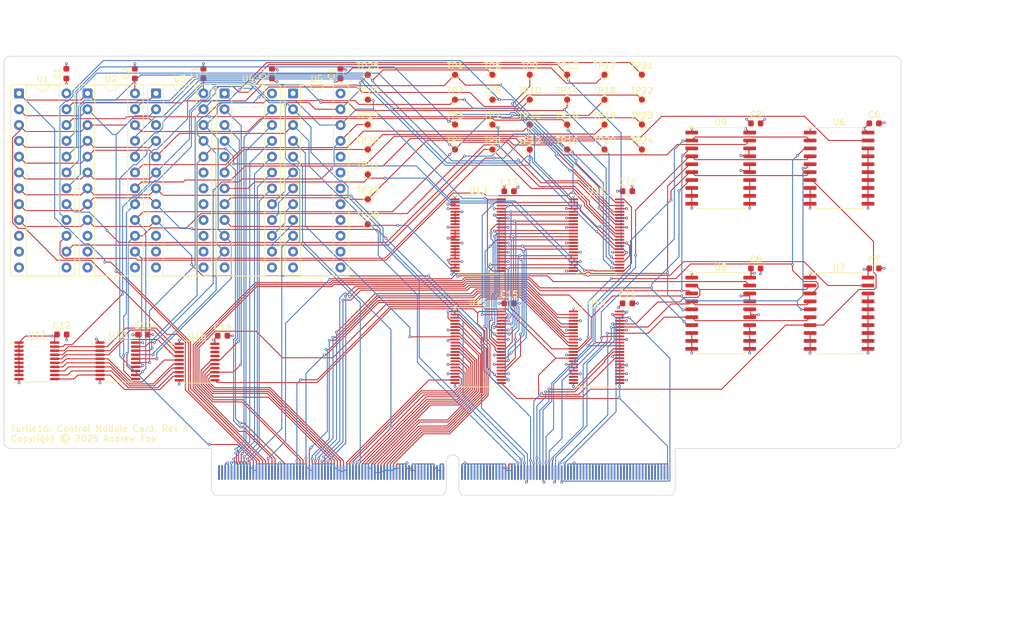
<source format=kicad_pcb>
(kicad_pcb (version 20241229) (generator "pcbnew") (generator_version "9.0")
  (title_block (title "Turtle16: Control Module Card") (date "2025-07-19") (rev "A") (comment 4 "Processor control module"))
  (layers (0 "F.Cu" signal) (4 "In1.Cu" power) (6 "In2.Cu" power) (2 "B.Cu" signal) (13 "F.Paste" user) (15 "B.Paste" user) (5 "F.SilkS" user "F.Silkscreen") (7 "B.SilkS" user "B.Silkscreen") (1 "F.Mask" user) (3 "B.Mask" user) (25 "Edge.Cuts" user))
  (net 0 "")
  (net 1 "GND")
  (net 2 "VCC")
  (net 3 "/ID/Ins_EX9")
  (net 5 "/ID/Ins_EX2")
  (net 9 "/ID/Ins_EX0")
  (net 10 "/CardEdgeControl/Ins_ID6")
  (net 12 "/ID/Ctl_EX9")
  (net 13 "/CardEdgeControl/N")
  (net 14 "/CardEdgeControl/Ins_ID13")
  (net 15 "/CardEdgeControl/Ins_ID4")
  (net 16 "/CardEdgeControl/Ins_ID7")
  (net 17 "/ID/Ins_EX10")
  (net 18 "/ID/Ctl_EX7")
  (net 19 "/ID/Ctl_EX11")
  (net 20 "/ID/Ctl_EX13")
  (net 21 "/ID/Ins_EX4")
  (net 22 "/CardEdgeControl/Ins_ID15")
  (net 23 "/CardEdgeControl/Ins_ID12")
  (net 24 "/ID/Ctl_EX12")
  (net 25 "/ID/Ins_EX3")
  (net 26 "/CardEdgeControl/Ins_ID14")
  (net 27 "/CardEdgeControl/Ins_ID11")
  (net 28 "/CardEdgeControl/FWD_EX_TO_A")
  (net 29 "/CardEdgeControl/~{RST_sync}")
  (net 30 "/CardEdgeControl/SelC_MEM0")
  (net 31 "/CardEdgeControl/Ins_ID2")
  (net 32 "/CardEdgeControl/FWD_B")
  (net 33 "/ID/Ctl_EX4")
  (net 34 "/CardEdgeControl/Carry")
  (net 35 "/CardEdgeControl/Ins_ID3")
  (net 36 "/CardEdgeControl/Ins_ID10")
  (net 37 "/ID/Ctl_EX14")
  (net 38 "/CardEdgeControl/Ins_ID0")
  (net 39 "/CardEdgeControl/Ins_ID5")
  (net 40 "/CardEdgeControl/Ins_ID9")
  (net 41 "/CardEdgeControl/Z")
  (net 43 "/ID/Ctl_EX2")
  (net 44 "/ID/Ctl_EX0")
  (net 45 "/CardEdgeControl/Ctl_MEM20")
  (net 46 "/CardEdgeControl/FWD_MEM_TO_B")
  (net 47 "/CardEdgeControl/Ctl_MEM17")
  (net 48 "/ID/Ctl_EX15")
  (net 50 "/ID/Ctl_EX1")
  (net 51 "/ID/Ctl_EX19")
  (net 52 "/ID/Ctl_EX3")
  (net 53 "/ID/Ins_EX6")
  (net 54 "/CardEdgeControl/FWD_EX_TO_B")
  (net 55 "/CardEdgeControl/FWD_MEM_TO_A")
  (net 56 "/ID/Ctl_EX20")
  (net 57 "/ID/Ins_EX5")
  (net 59 "/CardEdgeControl/OVF")
  (net 60 "/CardEdgeControl/Ins_ID1")
  (net 62 "/ID/Ctl_EX10")
  (net 63 "/CardEdgeControl/SelC_MEM2")
  (net 64 "/ID/Ins_EX8")
  (net 65 "/ID/Hazard Control/STALL")
  (net 66 "/ID/Ctl_EX8")
  (net 67 "/CardEdgeControl/Ins_ID8")
  (net 68 "/ID/Ctl_EX5")
  (net 69 "/CardEdgeControl/SelC_MEM1")
  (net 70 "/ID/Ctl_EX16")
  (net 71 "/CardEdgeControl/FWD_A")
  (net 72 "/ID/Ctl_EX6")
  (net 73 "/CardEdgeControl/Phi1c")
  (net 74 "/ID/Ins_EX1")
  (net 75 "/ID/Ctl_EX17")
  (net 76 "/ID/Ins_EX7")
  (net 77 "/ID/Ctl_EX18")
  (net 78 "/ID/Ctl_Mid0")
  (net 79 "/ID/Ctl_Mid1")
  (net 80 "/ID/Ctl_Mid2")
  (net 81 "/ID/Ctl_Mid3")
  (net 82 "/ID/Ctl_Mid4")
  (net 83 "/ID/Ctl_Mid5")
  (net 84 "/ID/Ctl_Mid6")
  (net 85 "/ID/Ctl_Mid7")
  (net 86 "/ID/Ctl_Mid8")
  (net 87 "/ID/Ctl_Mid9")
  (net 88 "/ID/Ctl_Mid10")
  (net 89 "/ID/Ctl_Mid11")
  (net 90 "/ID/Ctl_Mid12")
  (net 91 "/ID/Ctl_Mid13")
  (net 92 "/ID/Ctl_Mid14")
  (net 93 "/ID/Ctl_Mid15")
  (net 94 "/ID/Ctl_Mid16")
  (net 95 "/ID/Ctl_Mid17")
  (net 96 "/ID/Ctl_Mid18")
  (net 97 "/ID/Ctl_Mid19")
  (net 98 "/ID/Ctl_Mid20")
  (net 99 "/ID/Ctl_Mid21")
  (net 100 "/ID/Ctl_Mid22")
  (net 101 "/ID/Ctl_Mid23")
  (net 102 "/ID/Hazard Control/~{FLUSH}")
  (net 103 "/ID/Hazard Control/FLUSH")
  (net 104 "/ID/Hazard Control/Hazard Control Comparators/SEL_B_MATCHES_SEL_C_MEM")
  (net 105 "/ID/Hazard Control/Hazard Control Comparators/SEL_A_MATCHES_SEL_C_MEM")
  (net 106 "/ID/Hazard Control/Hazard Control Comparators/SEL_A_MATCHES_SEL_C_EX")
  (net 107 "/ID/Hazard Control/Hazard Control Comparators/SEL_B_MATCHES_SEL_C_EX")
  (net 117 "Net-(U4-I{slash}O-Pad17)")
  (net 119 "Net-(U4-I{slash}O-Pad14)")
  (net 120 "Net-(U4-I{slash}O-Pad16)")
  (net 121 "Net-(U4-I{slash}O-Pad15)")
  (net 130 "/ID/ID Flush/Ctl_ID23")
  (net 131 "/ID/ID Flush/Ctl_ID18")
  (net 132 "/ID/ID Flush/Ctl_ID16")
  (net 133 "/ID/ID Flush/Ctl_ID22")
  (net 134 "/ID/ID Flush/Ctl_ID17")
  (net 135 "/ID/ID Flush/Ctl_ID19")
  (net 136 "/ID/ID Flush/Ctl_ID20")
  (net 137 "/ID/ID Flush/Ctl_ID21")
  (net 138 "/ID/ID Flush/Ctl_ID15")
  (net 139 "/ID/ID Flush/Ctl_ID8")
  (net 140 "/ID/ID Flush/Ctl_ID5")
  (net 141 "/ID/ID Flush/Ctl_ID0")
  (net 142 "/ID/ID Flush/Ctl_ID9")
  (net 143 "/ID/ID Flush/Ctl_ID2")
  (net 144 "/ID/ID Flush/Ctl_ID10")
  (net 145 "/ID/ID Flush/Ctl_ID6")
  (net 146 "/ID/ID Flush/Ctl_ID11")
  (net 147 "/ID/ID Flush/Ctl_ID3")
  (net 148 "/ID/ID Flush/Ctl_ID1")
  (net 149 "/ID/ID Flush/Ctl_ID13")
  (net 150 "/ID/ID Flush/Ctl_ID7")
  (net 151 "/ID/ID Flush/Ctl_ID4")
  (net 152 "/ID/ID Flush/Ctl_ID14")
  (net 153 "/ID/ID Flush/Ctl_ID12")
  (footprint "TestPoint:TestPoint_Pad_D1.0mm" (layer "F.Cu") (at 155.19 59)
    (property "Reference" "TP13")
    (property "Value" "Ctl_Mid12")
  )
  (footprint "Package_SO:TSSOP-48_6.1x12.5mm_P0.5mm" (layer "F.Cu") (at 140.9025 84.75)
    (property "Reference" "U13")
    (property "Value" "74ABT16245")
  )
  (footprint "Capacitor_SMD:C_0603_1608Metric" (layer "F.Cu") (at 85.79 58.825 90)
    (property "Reference" "C2")
    (property "Value" "0.1uF")
  )
  (footprint "TestPoint:TestPoint_Pad_D1.0mm" (layer "F.Cu") (at 155.19 67)
    (property "Reference" "TP15")
    (property "Value" "Ctl_Mid14")
  )
  (footprint "TestPoint:TestPoint_Pad_D1.0mm" (layer "F.Cu") (at 137.19 63)
    (property "Reference" "TP2")
    (property "Value" "Ctl_Mid1")
  )
  (footprint "TestPoint:TestPoint_Pad_D1.0mm" (layer "F.Cu") (at 161.19 71)
    (property "Reference" "TP20")
    (property "Value" "Ctl_Mid19")
  )
  (footprint "TestPoint:TestPoint_Pad_D1.0mm" (layer "F.Cu") (at 155.19 71)
    (property "Reference" "TP16")
    (property "Value" "Ctl_Mid15")
  )
  (footprint "Package_SO:SOIC-20W_7.5x12.8mm_P1.27mm" (layer "F.Cu") (at 179.84 74)
    (property "Reference" "U9")
    (property "Value" "74F521")
  )
  (footprint "TestPoint:TestPoint_Pad_D1.0mm" (layer "F.Cu") (at 123.19 67)
    (property "Reference" "TP27")
    (property "Value" "FLUSH")
  )
  (footprint "Package_SO:TSSOP-20_4.4x6.5mm_P0.65mm" (layer "F.Cu") (at 70.0525 104.925)
    (property "Reference" "U12")
    (property "Value" "74ABT245")
  )
  (footprint "Package_DIP:DIP-24_W7.62mm_Socket" (layer "F.Cu") (at 111.19 62)
    (property "Reference" "U5")
    (property "Value" "ATF22V10C-7PX")
  )
  (footprint "Package_SO:TSSOP-20_4.4x6.5mm_P0.65mm" (layer "F.Cu") (at 83.0525 104.925)
    (property "Reference" "U10")
    (property "Value" "74ABT245")
  )
  (footprint "TestPoint:TestPoint_Pad_D1.0mm" (layer "F.Cu") (at 143.19 63)
    (property "Reference" "TP6")
    (property "Value" "Ctl_Mid5")
  )
  (footprint "Package_SO:SOIC-20W_7.5x12.8mm_P1.27mm" (layer "F.Cu") (at 198.84 97.285)
    (property "Reference" "U7")
    (property "Value" "74F521")
  )
  (footprint "Package_DIP:DIP-24_W7.62mm_Socket" (layer "F.Cu") (at 89.19 62)
    (property "Reference" "U3")
    (property "Value" "ATF22V10C-7PX")
  )
  (footprint "Capacitor_SMD:C_0603_1608Metric" (layer "F.Cu") (at 145.865 77.7)
    (property "Reference" "C13")
    (property "Value" "0.1uF")
  )
  (footprint "TestPoint:TestPoint_Pad_D1.0mm" (layer "F.Cu") (at 123.19 59)
    (property "Reference" "TP25")
    (property "Value" "STALL")
  )
  (footprint "TestPoint:TestPoint_Pad_D1.0mm" (layer "F.Cu") (at 143.19 59)
    (property "Reference" "TP5")
    (property "Value" "Ctl_Mid4")
  )
  (footprint "Package_SO:TSSOP-48_6.1x12.5mm_P0.5mm" (layer "F.Cu") (at 159.9025 84.75)
    (property "Reference" "U11")
    (property "Value" "74ABT16245")
  )
  (footprint "TestPoint:TestPoint_Pad_D1.0mm" (layer "F.Cu") (at 161.19 67)
    (property "Reference" "TP19")
    (property "Value" "Ctl_Mid18")
  )
  (footprint "Capacitor_SMD:C_0603_1608Metric" (layer "F.Cu") (at 118.79 58.825 90)
    (property "Reference" "C5")
    (property "Value" "0.1uF")
  )
  (footprint "Package_SO:TSSOP-48_6.1x12.5mm_P0.5mm" (layer "F.Cu") (at 159.9025 102.75)
    (property "Reference" "U14")
    (property "Value" "74ABT16374")
  )
  (footprint "Package_SO:SOIC-20W_7.5x12.8mm_P1.27mm" (layer "F.Cu") (at 179.84 97.285)
    (property "Reference" "U8")
    (property "Value" "74F521")
  )
  (footprint "Capacitor_SMD:C_0603_1608Metric" (layer "F.Cu") (at 74.065 100.7)
    (property "Reference" "C12")
    (property "Value" "0.1uF")
  )
  (footprint "Capacitor_SMD:C_0603_1608Metric" (layer "F.Cu") (at 74.79 58.825 90)
    (property "Reference" "C1")
    (property "Value" "0.1uF")
  )
  (footprint "Capacitor_SMD:C_0603_1608Metric" (layer "F.Cu") (at 99.865 100.9)
    (property "Reference" "C16")
    (property "Value" "0.1uF")
  )
  (footprint "TestPoint:TestPoint_Pad_D1.0mm" (layer "F.Cu") (at 137.19 67)
    (property "Reference" "TP3")
    (property "Value" "Ctl_Mid2")
  )
  (footprint "Capacitor_SMD:C_0603_1608Metric" (layer "F.Cu") (at 164.865 95.7)
    (property "Reference" "C14")
    (property "Value" "0.1uF")
  )
  (footprint "TestPoint:TestPoint_Pad_D1.0mm" (layer "F.Cu") (at 123.19 71)
    (property "Reference" "TP30")
    (property "Value" "SEL_A_MATCHES_SEL_C_EX")
  )
  (footprint "TestPoint:TestPoint_Pad_D1.0mm" (layer "F.Cu") (at 167.19 71)
    (property "Reference" "TP24")
    (property "Value" "Ctl_Mid23")
  )
  (footprint "TestPoint:TestPoint_Pad_D1.0mm" (layer "F.Cu") (at 137.19 71)
    (property "Reference" "TP4")
    (property "Value" "Ctl_Mid3")
  )
  (footprint "Capacitor_SMD:C_0603_1608Metric" (layer "F.Cu") (at 87.065 100.7)
    (property "Reference" "C10")
    (property "Value" "0.1uF")
  )
  (footprint "Capacitor_SMD:C_0603_1608Metric" (layer "F.Cu") (at 164.865 77.7)
    (property "Reference" "C11")
    (property "Value" "0.1uF")
  )
  (footprint "TestPoint:TestPoint_Pad_D1.0mm" (layer "F.Cu") (at 149.19 59)
    (property "Reference" "TP9")
    (property "Value" "Ctl_Mid8")
  )
  (footprint "Package_SO:SOIC-20W_7.5x12.8mm_P1.27mm" (layer "F.Cu") (at 198.84 74)
    (property "Reference" "U6")
    (property "Value" "74F521")
  )
  (footprint "TestPoint:TestPoint_Pad_D1.0mm" (layer "F.Cu") (at 149.19 63)
    (property "Reference" "TP10")
    (property "Value" "Ctl_Mid9")
  )
  (footprint "Package_SO:TSSOP-48_6.1x12.5mm_P0.5mm" (layer "F.Cu") (at 140.9025 102.75)
    (property "Reference" "U15")
    (property "Value" "74ABT16374")
  )
  (footprint "Turtle16:MEC5-140-01-L-DV-W1-K_Edge" (layer "F.Cu") (at 136.805 121)
    (property "Reference" "J1" (hide yes))
    (property "Value" "MEC5-140-01-L-DV-W1-K")
  )
  (footprint "Package_DIP:DIP-24_W7.62mm_Socket" (layer "F.Cu") (at 67.19 62)
    (property "Reference" "U1")
    (property "Value" "ATF22V10C-7PX")
  )
  (footprint "Capacitor_SMD:C_0603_1608Metric" (layer "F.Cu") (at 204.465 90.09)
    (property "Reference" "C7")
    (property "Value" "0.1uF")
  )
  (footprint "TestPoint:TestPoint_Pad_D1.0mm" (layer "F.Cu") (at 167.19 63)
    (property "Reference" "TP22")
    (property "Value" "Ctl_Mid21")
  )
  (footprint "Capacitor_SMD:C_0603_1608Metric" (layer "F.Cu") (at 185.465 90.09)
    (property "Reference" "C8")
    (property "Value" "0.1uF")
  )
  (footprint "TestPoint:TestPoint_Pad_D1.0mm" (layer "F.Cu") (at 161.19 59)
    (property "Reference" "TP17")
    (property "Value" "Ctl_Mid16")
  )
  (footprint "TestPoint:TestPoint_Pad_D1.0mm" (layer "F.Cu") (at 149.19 67)
    (property "Reference" "TP11")
    (property "Value" "Ctl_Mid10")
  )
  (footprint "TestPoint:TestPoint_Pad_D1.0mm" (layer "F.Cu") (at 161.19 63)
    (property "Reference" "TP18")
    (property "Value" "Ctl_Mid17")
  )
  (footprint "TestPoint:TestPoint_Pad_D1.0mm" (layer "F.Cu") (at 155.19 63)
    (property "Reference" "TP14")
    (property "Value" "Ctl_Mid13")
  )
  (footprint "TestPoint:TestPoint_Pad_D1.0mm" (layer "F.Cu") (at 123.19 75)
    (property "Reference" "TP31")
    (property "Value" "SEL_B_MATCHES_SEL_C_EX")
  )
  (footprint "Package_SO:TSSOP-20_4.4x6.5mm_P0.65mm" (layer "F.Cu") (at 95.7775 105.125)
    (property "Reference" "U16")
    (property "Value" "74ABT574")
  )
  (footprint "Capacitor_SMD:C_0603_1608Metric" (layer "F.Cu") (at 185.465 66.805)
    (property "Reference" "C9")
    (property "Value" "0.1uF")
  )
  (footprint "Capacitor_SMD:C_0603_1608Metric" (layer "F.Cu") (at 96.79 58.825 90)
    (property "Reference" "C3")
    (property "Value" "0.1uF")
  )
  (footprint "TestPoint:TestPoint_Pad_D1.0mm" (layer "F.Cu") (at 123.19 63)
    (property "Reference" "TP26")
    (property "Value" "~{FLUSH}")
  )
  (footprint "Capacitor_SMD:C_0603_1608Metric" (layer "F.Cu") (at 145.865 95.7)
    (property "Reference" "C15")
    (property "Value" "0.1uF")
  )
  (footprint "Package_DIP:DIP-24_W7.62mm_Socket" (layer "F.Cu") (at 100.19 62)
    (property "Reference" "U4")
    (property "Value" "ATF22V10C-7PX")
  )
  (footprint "Capacitor_SMD:C_0603_1608Metric" (layer "F.Cu") (at 107.79 58.825 90)
    (property "Reference" "C4")
    (property "Value" "0.1uF")
  )
  (footprint "TestPoint:TestPoint_Pad_D1.0mm" (layer "F.Cu") (at 123.19 79)
    (property "Reference" "TP29")
    (property "Value" "SEL_A_MATCHES_SEL_C_MEM")
  )
  (footprint "TestPoint:TestPoint_Pad_D1.0mm" (layer "F.Cu") (at 167.19 59)
    (property "Reference" "TP21")
    (property "Value" "Ctl_Mid20")
  )
  (footprint "TestPoint:TestPoint_Pad_D1.0mm" (layer "F.Cu") (at 137.19 59)
    (property "Reference" "TP1")
    (property "Value" "Ctl_Mid0")
  )
  (footprint "TestPoint:TestPoint_Pad_D1.0mm" (layer "F.Cu") (at 123.19 83)
    (property "Reference" "TP28")
    (property "Value" "SEL_B_MATCHES_SEL_C_MEM")
  )
  (footprint "TestPoint:TestPoint_Pad_D1.0mm" (layer "F.Cu") (at 143.19 71)
    (property "Reference" "TP8")
    (property "Value" "Ctl_Mid7")
  )
  (footprint "TestPoint:TestPoint_Pad_D1.0mm" (layer "F.Cu") (at 149.19 71)
    (property "Reference" "TP12")
    (property "Value" "Ctl_Mid11")
  )
  (footprint "Capacitor_SMD:C_0603_1608Metric" (layer "F.Cu") (at 204.465 66.805)
    (property "Reference" "C6")
    (property "Value" "0.1uF")
  )
  (footprint "TestPoint:TestPoint_Pad_D1.0mm" (layer "F.Cu") (at 167.19 67)
    (property "Reference" "TP23")
    (property "Value" "Ctl_Mid22")
  )
  (footprint "TestPoint:TestPoint_Pad_D1.0mm" (layer "F.Cu") (at 143.19 67)
    (property "Reference" "TP7")
    (property "Value" "Ctl_Mid6")
  )
  (footprint "Package_DIP:DIP-24_W7.62mm_Socket" (layer "F.Cu") (at 78.19 62)
    (property "Reference" "U2")
    (property "Value" "ATF22V10C-7PX")
  )
  (gr_line (start 64.794 117.99) (end 64.794 57.03) (stroke (width 0.1)) (layer "Edge.Cuts"))
  (gr_arc (start 65.794 118.999328) (mid 65.080297 118.703703) (end 64.784672 117.99) (stroke (width 0.1)) (layer "Edge.Cuts"))
  (gr_line (start 137.78 120.82) (end 137.8 120.9) (stroke (width 0.1)) (layer "Edge.Cuts"))
  (gr_line (start 137.18 120.07) (end 137.36 120.17) (stroke (width 0.1)) (layer "Edge.Cuts"))
  (gr_line (start 98.57 126.5) (end 135.32 126.5) (stroke (width 0.1)) (layer "Edge.Cuts"))
  (gr_line (start 137.64 120.45) (end 137.74 120.64) (stroke (width 0.1)) (layer "Edge.Cuts"))
  (gr_line (start 135.32 126.5) (end 135.8 125.66) (stroke (width 0.1)) (layer "Edge.Cuts"))
  (gr_line (start 207.526062 119.006) (end 172.53 119) (stroke (width 0.1)) (layer "Edge.Cuts"))
  (gr_line (start 137 120.02) (end 137.18 120.07) (stroke (width 0.1)) (layer "Edge.Cuts"))
  (gr_line (start 135.8 121) (end 135.81 120.86) (stroke (width 0.1)) (layer "Edge.Cuts"))
  (gr_arc (start 64.794 57.03) (mid 65.086893 56.322893) (end 65.794 56.03) (stroke (width 0.1)) (layer "Edge.Cuts"))
  (gr_line (start 172.03 126.51) (end 171.62 126.51) (stroke (width 0.1)) (layer "Edge.Cuts"))
  (gr_line (start 98.07 119.01) (end 65.794 118.999328) (stroke (width 0.1)) (layer "Edge.Cuts"))
  (gr_line (start 137.36 120.17) (end 137.52 120.3) (stroke (width 0.1)) (layer "Edge.Cuts"))
  (gr_line (start 98.07 119.01) (end 98.07 125.65) (stroke (width 0.1)) (layer "Edge.Cuts"))
  (gr_line (start 137.8 125.64) (end 137.81 125.67) (stroke (width 0.1)) (layer "Edge.Cuts"))
  (gr_line (start 135.85 120.69) (end 135.93 120.51) (stroke (width 0.1)) (layer "Edge.Cuts"))
  (gr_line (start 98.07 125.65) (end 98.57 126.5) (stroke (width 0.1)) (layer "Edge.Cuts"))
  (gr_line (start 137.74 120.64) (end 137.78 120.82) (stroke (width 0.1)) (layer "Edge.Cuts"))
  (gr_line (start 65.794 56.03) (end 207.78 56.03) (stroke (width 0.1)) (layer "Edge.Cuts"))
  (gr_line (start 136.46 120.05) (end 136.67 120.01) (stroke (width 0.1)) (layer "Edge.Cuts"))
  (gr_arc (start 208.796 117.748499) (mid 208.419657 118.638434) (end 207.526062 119.006) (stroke (width 0.1)) (layer "Edge.Cuts"))
  (gr_line (start 136.67 120.01) (end 136.82 120) (stroke (width 0.1)) (layer "Edge.Cuts"))
  (gr_line (start 138.3 126.51) (end 137.81 125.67) (stroke (width 0.1)) (layer "Edge.Cuts"))
  (gr_line (start 136.82 120) (end 137 120.02) (stroke (width 0.1)) (layer "Edge.Cuts"))
  (gr_line (start 172.53 125.65) (end 172.03 126.51) (stroke (width 0.1)) (layer "Edge.Cuts"))
  (gr_line (start 137.52 120.3) (end 137.64 120.45) (stroke (width 0.1)) (layer "Edge.Cuts"))
  (gr_line (start 135.81 120.86) (end 135.85 120.69) (stroke (width 0.1)) (layer "Edge.Cuts"))
  (gr_line (start 137.8 121) (end 137.8 125.64) (stroke (width 0.1)) (layer "Edge.Cuts"))
  (gr_line (start 136.23 120.18) (end 136.46 120.05) (stroke (width 0.1)) (layer "Edge.Cuts"))
  (gr_line (start 135.8 125.66) (end 135.8 121) (stroke (width 0.1)) (layer "Edge.Cuts"))
  (gr_line (start 171.62 126.51) (end 138.3 126.51) (stroke (width 0.1)) (layer "Edge.Cuts"))
  (gr_arc (start 207.78 56.03) (mid 208.487107 56.322893) (end 208.78 57.03) (stroke (width 0.1)) (layer "Edge.Cuts"))
  (gr_line (start 135.93 120.51) (end 136.05 120.34) (stroke (width 0.1)) (layer "Edge.Cuts"))
  (gr_line (start 136.05 120.34) (end 136.23 120.18) (stroke (width 0.1)) (layer "Edge.Cuts"))
  (gr_line (start 137.8 120.9) (end 137.8 121) (stroke (width 0.1)) (layer "Edge.Cuts"))
  (gr_line (start 172.53 119) (end 172.53 125.65) (stroke (width 0.1)) (layer "Edge.Cuts"))
  (gr_line (start 208.78 57.03) (end 208.796 117.748447) (stroke (width 0.1)) (layer "Edge.Cuts"))
  (gr_text "Turtle16: Control Module Card, Rev A\nCopyright © 2025 Andrew Fox" (at 65.778 118 0) (layer "F.SilkS") (effects (font (size 1 1)) (justify left bottom)))
  (segment (start 143.492 104.0019) (end 144.6131 104.0019) (width 0.1524) (layer "F.Cu") (net 1))
  (segment (start 130.81 122.86) (end 130.81 122.5153) (width 0.1524) (layer "F.Cu") (net 1))
  (segment (start 155.31 121.4813) (end 155.81 121.4813) (width 0.1524) (layer "F.Cu") (net 1))
  (segment (start 96.79 58.05) (end 96.79 57.2206) (width 0.1524) (layer "F.Cu") (net 1))
  (segment (start 134.31 122.5153) (end 134.81 122.5153) (width 0.1524) (layer "F.Cu") (net 1))
  (segment (start 67.19 107.85) (end 67.19 108.4441) (width 0.1524) (layer "F.Cu") (net 1))
  (segment (start 184.49 78.445) (end 184.49 77.175) (width 0.1524) (layer "F.Cu") (net 1))
  (segment (start 136.2556 101.5) (end 136.0691 101.6865) (width 0.1524) (layer "F.Cu") (net 1))
  (segment (start 145.7304 86.0136) (end 144.6286 86.0136) (width 0.1524) (layer "F.Cu") (net 1))
  (segment (start 203.49 78.445) (end 203.49 79.715) (width 0.1524) (layer "F.Cu") (net 1))
  (segment (start 186.24 90.09) (end 186.24 90.9587) (width 0.1524) (layer "F.Cu") (net 1))
  (segment (start 184.37 71.975) (end 184.37 70.945) (width 0.1524) (layer "F.Cu") (net 1))
  (segment (start 155.31 122.86) (end 155.31 121.4813) (width 0.1524) (layer "F.Cu") (net 1))
  (segment (start 183.0721 74.3769) (end 184.49 74.3769) (width 0.1524) (layer "F.Cu") (net 1))
  (segment (start 184.37 70.945) (end 184.49 70.825) (width 0.1524) (layer "F.Cu") (net 1))
  (segment (start 141.81 121.4813) (end 142.31 121.4813) (width 0.1524) (layer "F.Cu") (net 1))
  (segment (start 144.6286 86.0136) (end 144.615 86) (width 0.1524) (layer "F.Cu") (net 1))
  (segment (start 164.81 122.86) (end 164.81 121.4813) (width 0.1524) (layer "F.Cu") (net 1))
  (segment (start 142.81 122.86) (end 142.81 121.4813) (width 0.1524) (layer "F.Cu") (net 1))
  (segment (start 79.6052 101.4152) (end 80.19 102) (width 0.1524) (layer "F.Cu") (net 1))
  (segment (start 130.31 122.5153) (end 130.31 122.1706) (width 0.1524) (layer "F.Cu") (net 1))
  (segment (start 144.615 89) (end 145.7368 89) (width 0.1524) (layer "F.Cu") (net 1))
  (segment (start 155.0725 86) (end 156.19 86) (width 0.1524) (layer "F.Cu") (net 1))
  (segment (start 134.81 122.5153) (end 134.81 121.4813) (width 0.1524) (layer "F.Cu") (net 1))
  (segment (start 164.7353 107) (end 163.615 107) (width 0.1524) (layer "F.Cu") (net 1))
  (segment (start 146.31 122.86) (end 146.31 121.4813) (width 0.1524) (layer "F.Cu") (net 1))
  (segment (start 144.81 122.86) (end 144.81 122.1706) (width 0.1524) (layer "F.Cu") (net 1))
  (segment (start 129.81 122.86) (end 129.81 122.1706) (width 0.1524) (layer "F.Cu") (net 1))
  (segment (start 164.7385 86) (end 165.2188 86.4803) (width 0.1524) (layer "F.Cu") (net 1))
  (segment (start 194.19 80.4183) (end 194.19 79.715) (width 0.1524) (layer "F.Cu") (net 1))
  (segment (start 184.49 103) (end 184.49 103.6905) (width 0.1524) (layer "F.Cu") (net 1))
  (segment (start 166.31 122.86) (end 166.31 121.4813) (width 0.1524) (layer "F.Cu") (net 1))
  (segment (start 142.31 122.86) (end 142.31 121.4813) (width 0.1524) (layer "F.Cu") (net 1))
  (segment (start 139.31 122.86) (end 139.31 121.4813) (width 0.1524) (layer "F.Cu") (net 1))
  (segment (start 133.81 122.1706) (end 134.31 122.1706) (width 0.1524) (layer "F.Cu") (net 1))
  (segment (start 134.31 122.5153) (end 134.31 122.1706) (width 0.1524) (layer "F.Cu") (net 1))
  (segment (start 137.19 80.5) (end 136.0691 80.5) (width 0.1524) (layer "F.Cu") (net 1))
  (segment (start 127.81 122.86) (end 127.81 121.4813) (width 0.1524) (layer "F.Cu") (net 1))
  (segment (start 129.31 122.86) (end 129.31 122.1706) (width 0.1524) (layer "F.Cu") (net 1))
  (segment (start 158.31 122.86) (end 158.31 121.4813) (width 0.1524) (layer "F.Cu") (net 1))
  (segment (start 144.615 80.5) (end 143.4982 80.5) (width 0.1524) (layer "F.Cu") (net 1))
  (segment (start 147.3049 77.0351) (end 146.64 77.7) (width 0.1524) (layer "F.Cu") (net 1))
  (segment (start 144.615 98.5) (end 145.7307 98.5) (width 0.1524) (layer "F.Cu") (net 1))
  (segment (start 138.3275 86) (end 137.19 86) (width 0.1524) (layer "F.Cu") (net 1))
  (segment (start 167.31 121.4813) (end 167.81 121.4813) (width 0.1524) (layer "F.Cu") (net 1))
  (segment (start 128.31 122.86) (end 128.31 121.4813) (width 0.1524) (layer "F.Cu") (net 1))
  (segment (start 156.19 108.5) (end 156.19 109.039) (width 0.1524) (layer "F.Cu") (net 1))
  (segment (start 145.81 121.4813) (end 146.31 121.4813) (width 0.1524) (layer "F.Cu") (net 1))
  (segment (start 140.31 121.4813) (end 140.81 121.4813) (width 0.1524) (layer "F.Cu") (net 1))
  (segment (start 203.49 99.19) (end 203.49 97.92) (width 0.1524) (layer "F.Cu") (net 1))
  (segment (start 129.4883 121.3167) (end 129.3237 121.4813) (width 0.1524) (layer "F.Cu") (net 1))
  (segment (start 87.84 100.7) (end 88.6734 100.7) (width 0.1524) (layer "F.Cu") (net 1))
  (segment (start 194.19 67.5854) (end 194.19 68.285) (width 0.1524) (layer "F.Cu") (net 1))
  (segment (start 144.31 122.86) (end 144.31 121.4813) (width 0.1524) (layer "F.Cu") (net 1))
  (segment (start 130.81 122.5153) (end 130.81 121.4813) (width 0.1524) (layer "F.Cu") (net 1))
  (segment (start 138.31 122.86) (end 138.31 121.4813) (width 0.1524) (layer "F.Cu") (net 1))
  (segment (start 157.31 121.4813) (end 157.81 121.4813) (width 0.1524) (layer "F.Cu") (net 1))
  (segment (start 131.31 121.4813) (end 131.81 121.4813) (width 0.1524) (layer "F.Cu") (net 1))
  (segment (start 140.31 122.86) (end 140.31 121.4813) (width 0.1524) (layer "F.Cu") (net 1))
  (segment (start 184.49 95.38) (end 184.49 94.501) (width 0.1524) (layer "F.Cu") (net 1))
  (segment (start 92.915 102.2) (end 92.915 101.6194) (width 0.1524) (layer "F.Cu") (net 1))
  (segment (start 137.19 89) (end 138.3077 89) (width 0.1524) (layer "F.Cu") (net 1))
  (segment (start 74.84 100.7) (end 74.84 101.5588) (width 0.1524) (layer "F.Cu") (net 1))
  (segment (start 141.81 122.86) (end 141.81 121.4813) (width 0.1524) (layer "F.Cu") (net 1))
  (segment (start 138.81 121.4813) (end 139.31 121.4813) (width 0.1524) (layer "F.Cu") (net 1))
  (segment (start 194.19 90.8836) (end 194.19 91.57) (width 0.1524) (layer "F.Cu") (net 1))
  (segment (start 134.81 121.4813) (end 135.31 121.4813) (width 0.1524) (layer "F.Cu") (net 1))
  (segment (start 156.81 121.4813) (end 157.31 121.4813) (width 0.1524) (layer "F.Cu") (net 1))
  (segment (start 128.81 121.4813) (end 129.31 121.4813) (width 0.1524) (layer "F.Cu") (net 1))
  (segment (start 131.31 122.86) (end 131.31 121.4813) (width 0.1524) (layer "F.Cu") (net 1))
  (segment (start 145.31 122.86) (end 145.31 122.5153) (width 0.1524) (layer "F.Cu") (net 1))
  (segment (start 137.19 97) (end 136.1057 97) (width 0.1524) (layer "F.Cu") (net 1))
  (segment (start 158.31 121.4813) (end 158.81 121.4813) (width 0.1524) (layer "F.Cu") (net 1))
  (segment (start 164.7341 98.5) (end 163.615 98.5) (width 0.1524) (layer "F.Cu") (net 1))
  (segment (start 80.19 107.85) (end 80.19 108.4468) (width 0.1524) (layer "F.Cu") (net 1))
  (segment (start 130.81 121.4813) (end 131.31 121.4813) (width 0.1524) (layer "F.Cu") (net 1))
  (segment (start 167.31 122.86) (end 167.31 121.4813) (width 0.1524) (layer "F.Cu") (net 1))
  (segment (start 136.0628 107) (end 137.19 107) (width 0.1524) (layer "F.Cu") (net 1))
  (segment (start 194.19 78.445) (end 194.19 79.715) (width 0.1524) (layer "F.Cu") (net 1))
  (segment (start 184.49 79.715) (end 184.49 80.3962) (width 0.1524) (layer "F.Cu") (net 1))
  (segment (start 206.0775 66.7169) (end 205.3281 66.7169) (width 0.1524) (layer "F.Cu") (net 1))
  (segment (start 137.19 104) (end 136.0691 104) (width 0.1524) (layer "F.Cu") (net 1))
  (segment (start 156.19 97) (end 156.19 96.4653) (width 0.1524) (layer "F.Cu") (net 1))
  (segment (start 175.19 103) (end 175.19 103.6987) (width 0.1524) (layer "F.Cu") (net 1))
  (segment (start 162.31 122.86) (end 162.31 121.4813) (width 0.1524) (layer "F.Cu") (net 1))
  (segment (start 194.19 103) (end 194.19 103.6787) (width 0.1524) (layer "F.Cu") (net 1))
  (segment (start 168.81 122.86) (end 168.81 121.4813) (width 0.1524) (layer "F.Cu") (net 1))
  (segment (start 137.19 90.5) (end 136.657 91.033) (width 0.1524) (layer "F.Cu") (net 1))
  (segment (start 168.31 122.86) (end 168.31 121.4813) (width 0.1524) (layer "F.Cu") (net 1))
  (segment (start 108.4792 58.05) (end 108.665 58.2358) (width 0.1524) (layer "F.Cu") (net 1))
  (segment (start 129.3237 121.4813) (end 129.31 121.4813) (width 0.1524) (layer "F.Cu") (net 1))
  (segment (start 162.7413 104) (end 162.4921 104.2492) (width 0.1524) (layer "F.Cu") (net 1))
  (segment (start 140.81 121.4813) (end 141.31 121.4813) (width 0.1524) (layer "F.Cu") (net 1))
  (segment (start 184.37 71.975) (end 184.49 72.095) (width 0.1524) (layer "F.Cu") (net 1))
  (segment (start 145.31 122.5153) (end 145.81 122.5153) (width 0.1524) (layer "F.Cu") (net 1))
  (segment (start 144.615 101.5) (end 145.7306 101.5) (width 0.1524) (layer "F.Cu") (net 1))
  (segment (start 144.81 122.1706) (end 144.81 121.4813) (width 0.1524) (layer "F.Cu") (net 1))
  (segment (start 144.81 122.1706) (end 145.31 122.1706) (width 0.1524) (layer "F.Cu") (net 1))
  (segment (start 136.5224 98.5) (end 137.19 98.5) (width 0.1524) (layer "F.Cu") (net 1))
  (segment (start 160.81 121.4813) (end 161.31 121.4813) (width 0.1524) (layer "F.Cu") (net 1))
  (segment (start 133.81 122.86) (end 133.81 122.1706) (width 0.1524) (layer "F.Cu") (net 1))
  (segment (start 175.19 90.8842) (end 175.19 91.57) (width 0.1524) (layer "F.Cu") (net 1))
  (segment (start 168.81 121.4813) (end 169.31 121.4813) (width 0.1524) (layer "F.Cu") (net 1))
  (segment (start 165.81 122.86) (end 165.81 121.4813) (width 0.1524) (layer "F.Cu") (net 1))
  (segment (start 169.81 121.4813) (end 170.31 121.4813) (width 0.1524) (layer "F.Cu") (net 1))
  (segment (start 166.4861 95.7) (end 165.64 95.7) (width 0.1524) (layer "F.Cu") (net 1))
  (segment (start 137.175 83.485) (end 137.19 83.5) (width 0.1524) (layer "F.Cu") (net 1))
  (segment (start 130.31 122.86) (end 130.31 122.5153) (width 0.1524) (layer "F.Cu") (net 1))
  (segment (start 203.49 100.46) (end 203.49 101.73) (width 0.1524) (layer "F.Cu") (net 1))
  (segment (start 128.81 122.86) (end 128.81 121.4813) (width 0.1524) (layer "F.Cu") (net 1))
  (segment (start 139.31 121.4813) (end 139.81 121.4813) (width 0.1524) (layer "F.Cu") (net 1))
  (segment (start 169.31 121.4813) (end 169.81 121.4813) (width 0.1524) (layer "F.Cu") (net 1))
  (segment (start 164.81 121.4813) (end 165.31 121.4813) (width 0.1524) (layer "F.Cu") (net 1))
  (segment (start 203.49 70.825) (end 203.49 72.095) (width 0.1524) (layer "F.Cu") (net 1))
  (segment (start 145.81 122.86) (end 145.81 122.5153) (width 0.1524) (layer "F.Cu") (net 1))
  (segment (start 163.81 121.4813) (end 164.31 121.4813) (width 0.1524) (layer "F.Cu") (net 1))
  (segment (start 138.7873 121.3227) (end 138.7873 121.4813) (width 0.1524) (layer "F.Cu") (net 1))
  (segment (start 131.81 122.86) (end 131.81 121.4813) (width 0.1524) (layer "F.Cu") (net 1))
  (segment (start 165.31 121.4813) (end 165.81 121.4813) (width 0.1524) (layer "F.Cu") (net 1))
  (segment (start 137.19 108.5) (end 137.19 109.036) (width 0.1524) (layer "F.Cu") (net 1))
  (segment (start 203.49 75.905) (end 203.49 77.175) (width 0.1524) (layer "F.Cu") (net 1))
  (segment (start 157.81 121.4813) (end 158.31 121.4813) (width 0.1524) (layer "F.Cu") (net 1))
  (segment (start 183.0974 94.501) (end 184.49 94.501) (width 0.1524) (layer "F.Cu") (net 1))
  (segment (start 170.81 122.86) (end 170.81 121.4813) (width 0.1524) (layer "F.Cu") (net 1))
  (segment (start 194.19 100.46) (end 194.19 101.73) (width 0.1524) (layer "F.Cu") (net 1))
  (segment (start 130.31 122.5153) (end 130.81 122.5153) (width 0.1524) (layer "F.Cu") (net 1))
  (segment (start 156.166 80.476) (end 156.19 80.5) (width 0.1524) (layer "F.Cu") (net 1))
  (segment (start 175.19 77.175) (end 175.19 78.445) (width 0.1524) (layer "F.Cu") (net 1))
  (segment (start 141.31 121.4813) (end 141.81 121.4813) (width 0.1524) (layer "F.Cu") (net 1))
  (segment (start 138.31 121.4813) (end 138.7873 121.4813) (width 0.1524) (layer "F.Cu") (net 1))
  (segment (start 144.31 121.4813) (end 144.81 121.4813) (width 0.1524) (layer "F.Cu") (net 1))
  (segment (start 155.81 122.86) (end 155.81 121.4813) (width 0.1524) (layer "F.Cu") (net 1))
  (segment (start 170.31 122.86) (end 170.31 121.4813) (width 0.1524) (layer "F.Cu") (net 1))
  (segment (start 163.31 122.86) (end 163.31 121.4813) (width 0.1524) (layer "F.Cu") (net 1))
  (segment (start 155.0679 80.476) (end 156.166 80.476) (width 0.1524) (layer "F.Cu") (net 1))
  (segment (start 118.79 58.05) (end 119.4751 58.05) (width 0.1524) (layer "F.Cu") (net 1))
  (segment (start 166.81 122.86) (end 166.81 121.4813) (width 0.1524) (layer "F.Cu") (net 1))
  (segment (start 155.0701 104) (end 156.19 104) (width 0.1524) (layer "F.Cu") (net 1))
  (segment (start 142.31 121.4813) (end 142.81 121.4813) (width 0.1524) (layer "F.Cu") (net 1))
  (segment (start 132.31 121.4813) (end 132.81 121.4813) (width 0.1524) (layer "F.Cu") (net 1))
  (segment (start 186.9135 66.1315) (end 186.24 66.805) (width 0.1524) (layer "F.Cu") (net 1))
  (segment (start 136.0631 97.0426) (end 136.0631 98.0407) (width 0.1524) (layer "F.Cu") (net 1))
  (segment (start 203.49 77.175) (end 203.49 78.445) (width 0.1524) (layer "F.Cu") (net 1))
  (segment (start 156.19 107) (end 157.3055 107) (width 0.1524) (layer "F.Cu") (net 1))
  (segment (start 163.6245 83.4905) (end 163.615 83.5) (width 0.1524) (layer "F.Cu") (net 1))
  (segment (start 203.49 74.635) (end 203.49 75.905) (width 0.1524) (layer "F.Cu") (net 1))
  (segment (start 184.49 94.501) (end 184.49 94.11) (width 0.1524) (layer "F.Cu") (net 1))
  (segment (start 184.6312 96.7912) (end 184.49 96.65) (width 0.1524) (layer "F.Cu") (net 1))
  (segment (start 156.31 121.4813) (end 156.81 121.4813) (width 0.1524) (layer "F.Cu") (net 1))
  (segment (start 160.31 122.86) (end 160.31 121.4813) (width 0.1524) (layer "F.Cu") (net 1))
  (segment (start 203.49 95.38) (end 203.49 94.11) (width 0.1524) (layer "F.Cu") (net 1))
  (segment (start 142.81 121.4813) (end 143.31 121.4813) (width 0.1524) (layer "F.Cu") (net 1))
  (segment (start 100.64 100.9) (end 101.4707 100.9) (width 0.1524) (layer "F.Cu") (net 1))
  (segment (start 203.49 96.65) (end 203.49 95.38) (width 0.1524) (layer "F.Cu") (net 1))
  (segment (start 146.81 122.86) (end 146.81 121.4813) (width 0.1524) (layer "F.Cu") (net 1))
  (segment (start 175.19 68.285) (end 175.19 67.6059) (width 0.1524) (layer "F.Cu") (net 1))
  (segment (start 133.81 122.1706) (end 133.81 121.4813) (width 0.1524) (layer "F.Cu") (net 1))
  (segment (start 156.19 101.5) (end 157.3081 101.5) (width 0.1524) (layer "F.Cu") (net 1))
  (segment (start 131.81 121.4813) (end 132.31 121.4813) (width 0.1524) (layer "F.Cu") (net 1))
  (segment (start 184.49 75.905) (end 184.49 77.175) (width 0.1524) (layer "F.Cu") (net 1))
  (segment (start 194.19 103) (end 194.19 101.73) (width 0.1524) (layer "F.Cu") (net 1))
  (segment (start 92.915 108.6376) (end 92.915 108.05) (width 0.1524) (layer "F.Cu") (net 1))
  (segment (start 165.81 121.4813) (end 166.31 121.4813) (width 0.1524) (layer "F.Cu") (net 1))
  (segment (start 74.79 57.2205) (end 74.79 58.05) (width 0.1524) (layer "F.Cu") (net 1))
  (segment (start 160.31 121.4813) (end 160.81 121.4813) (width 0.1524) (layer "F.Cu") (net 1))
  (segment (start 163.615 104) (end 162.7413 104) (width 0.1524) (layer "F.Cu") (net 1))
  (segment (start 156.19 89) (end 157.3068 89) (width 0.1524) (layer "F.Cu") (net 1))
  (segment (start 135.31 122.86) (end 135.31 121.4813) (width 0.1524) (layer "F.Cu") (net 1))
  (segment (start 184.6312 97.5202) (end 184.6312 96.7912) (width 0.1524) (layer "F.Cu") (net 1))
  (segment (start 203.49 97.92) (end 203.49 96.65) (width 0.1524) (layer "F.Cu") (net 1))
  (segment (start 129.81 122.1706) (end 130.31 122.1706) (width 0.1524) (layer "F.Cu") (net 1))
  (segment (start 205.3281 66.7169) (end 205.24 66.805) (width 0.1524) (layer "F.Cu") (net 1))
  (segment (start 145.7306 83.5) (end 144.615 83.5) (width 0.1524) (layer "F.Cu") (net 1))
  (segment (start 169.81 122.86) (end 169.81 121.4813) (width 0.1524) (layer "F.Cu") (net 1))
  (segment (start 164.2825 89) (end 163.615 89) (width 0.1524) (layer "F.Cu") (net 1))
  (segment (start 203.49 101.73) (end 203.49 103) (width 0.1524) (layer "F.Cu") (net 1))
  (segment (start 158.81 122.86) (end 158.81 121.4813) (width 0.1524) (layer "F.Cu") (net 1))
  (segment (start 119.4751 58.05) (end 119.6609 58.2358) (width 0.1524) (layer "F.Cu") (net 1))
  (segment (start 143.81 122.86) (end 143.81 121.4813) (width 0.1524) (layer "F.Cu") (net 1))
  (segment (start 158.81 121.4813) (end 159.31 121.4813) (width 0.1524) (layer "F.Cu") (net 1))
  (segment (start 161.81 121.4813) (end 162.31 121.4813) (width 0.1524) (layer "F.Cu") (net 1))
  (segment (start 163.31 121.4813) (end 163.81 121.4813) (width 0.1524) (layer "F.Cu") (net 1))
  (segment (start 164.31 122.86) (end 164.31 121.4813) (width 0.1524) (layer "F.Cu") (net 1))
  (segment (start 161.31 121.4813) (end 161.81 121.4813) (width 0.1524) (layer "F.Cu") (net 1))
  (segment (start 143.31 122.86) (end 143.31 121.4813) (width 0.1524) (layer "F.Cu") (net 1))
  (segment (start 136.0631 98.0407) (end 136.5224 98.5) (width 0.1524) (layer "F.Cu") (net 1))
  (segment (start 139.81 122.86) (end 139.81 121.4813) (width 0.1524) (layer "F.Cu") (net 1))
  (segment (start 164.31 121.4813) (end 164.81 121.4813) (width 0.1524) (layer "F.Cu") (net 1))
  (segment (start 137.19 79) (end 137.19 78.464) (width 0.1524) (layer "F.Cu") (net 1))
  (segment (start 203.49 73.365) (end 203.49 74.635) (width 0.1524) (layer "F.Cu") (net 1))
  (segment (start 144.6131 104.0019) (end 144.615 104) (width 0.1524) (layer "F.Cu") (net 1))
  (segment (start 140.81 122.86) (end 140.81 121.4813) (width 0.1524) (layer "F.Cu") (net 1))
  (segment (start 162.81 122.86) (end 162.81 121.4813) (width 0.1524) (layer "F.Cu") (net 1))
  (segment (start 155.0709 83.5) (end 156.19 83.5) (width 0.1524) (layer "F.Cu") (net 1))
  (segment (start 138.81 122.86) (end 138.81 121.4813) (width 0.1524) (layer "F.Cu") (net 1))
  (segment (start 159.81 121.4813) (end 160.31 121.4813) (width 0.1524) (layer "F.Cu") (net 1))
  (segment (start 184.49 79.715) (end 184.49 78.445) (width 0.1524) (layer "F.Cu") (net 1))
  (segment (start 184.49 100.46) (end 184.49 101.73) (width 0.1524) (layer "F.Cu") (net 1))
  (segment (start 175.19 78.445) (end 175.19 79.715) (width 0.1524) (layer "F.Cu") (net 1))
  (segment (start 194.19 77.175) (end 194.19 78.445) (width 0.1524) (layer "F.Cu") (net 1))
  (segment (start 161.81 122.86) (end 161.81 121.4813) (width 0.1524) (layer "F.Cu") (net 1))
  (segment (start 203.49 80.4064) (end 203.49 79.715) (width 0.1524) (layer "F.Cu") (net 1))
  (segment (start 132.31 122.86) (end 132.31 121.4813) (width 0.1524) (layer "F.Cu") (net 1))
  (segment (start 137.19 101.5) (end 136.2556 101.5) (width 0.1524) (layer "F.Cu") (net 1))
  (segment (start 184.49 103) (end 184.49 101.73) (width 0.1524) (layer "F.Cu") (net 1))
  (segment (start 157.31 122.86) (end 157.31 121.4813) (width 0.1524) (layer "F.Cu") (net 1))
  (segment (start 183.0805 71.975) (end 184.37 71.975) (width 0.1524) (layer "F.Cu") (net 1))
  (segment (start 166.81 121.4813) (end 167.31 121.4813) (width 0.1524) (layer "F.Cu") (net 1))
  (segment (start 159.31 122.86) (end 159.31 121.4813) (width 0.1524) (layer "F.Cu") (net 1))
  (segment (start 203.49 72.095) (end 203.49 73.365) (width 0.1524) (layer "F.Cu") (net 1))
  (segment (start 184.49 97.92) (end 184.6312 97.7788) (width 0.1524) (layer "F.Cu") (net 1))
  (segment (start 143.81 121.4813) (end 144.31 121.4813) (width 0.1524) (layer "F.Cu") (net 1))
  (segment (start 132.81 122.86) (end 132.81 121.4813) (width 0.1524) (layer "F.Cu") (net 1))
  (segment (start 132.81 121.4813) (end 133.31 121.4813) (width 0.1524) (layer "F.Cu") (net 1))
  (segment (start 168.31 121.4813) (end 168.81 121.4813) (width 0.1524) (layer "F.Cu") (net 1))
  (segment (start 159.81 122.86) (end 159.81 121.4813) (width 0.1524) (layer "F.Cu") (net 1))
  (segment (start 156.19 98.5) (end 157.3196 98.5) (width 0.1524) (layer "F.Cu") (net 1))
  (segment (start 107.79 58.05) (end 108.4792 58.05) (width 0.1524) (layer "F.Cu") (net 1))
  (segment (start 136.0691 83.485) (end 137.175 83.485) (width 0.1524) (layer "F.Cu") (net 1))
  (segment (start 163.81 122.86) (end 163.81 121.4813) (width 0.1524) (layer "F.Cu") (net 1))
  (segment (start 155.81 121.4813) (end 156.31 121.4813) (width 0.1524) (layer "F.Cu") (net 1))
  (segment (start 165.31 122.86) (end 165.31 121.4813) (width 0.1524) (layer "F.Cu") (net 1))
  (segment (start 184.49 73.365) (end 184.49 74.3769) (width 0.1524) (layer "F.Cu") (net 1))
  (segment (start 175.19 80.3959) (end 175.19 79.715) (width 0.1524) (layer "F.Cu") (net 1))
  (segment (start 167.81 122.86) (end 167.81 121.4813) (width 0.1524) (layer "F.Cu") (net 1))
  (segment (start 145.7362 107) (end 144.615 107) (width 0.1524) (layer "F.Cu") (net 1))
  (segment (start 165.2188 86.4803) (end 165.2188 88.0637) (width 0.1524) (layer "F.Cu") (net 1))
  (segment (start 161.31 122.86) (end 161.31 121.4813) (width 0.1524) (layer "F.Cu") (net 1))
  (segment (start 170.31 121.4813) (end 170.81 121.4813) (width 0.1524) (layer "F.Cu") (net 1))
  (segment (start 185.882 97.5202) (end 184.6312 97.5202) (width 0.1524) (layer "F.Cu") (net 1))
  (segment (start 184.49 100.46) (end 184.49 99.19) (width 0.1524) (layer "F.Cu") (net 1))
  (segment (start 169.31 122.86) (end 169.31 121.4813) (width 0.1524) (layer "F.Cu") (net 1))
  (segment (start 133.31 122.86) (end 133.31 121.4813) (width 0.1524) (layer "F.Cu") (net 1))
  (segment (start 85.79 57.2208) (end 85.79 58.05) (width 0.1524) (layer "F.Cu") (net 1))
  (segment (start 129.31 122.1706) (end 129.81 122.1706) (width 0.1524) (layer "F.Cu") (net 1))
  (segment (start 164.7303 83.4905) (end 163.6245 83.4905) (width 0.1524) (layer "F.Cu") (net 1))
  (segment (start 141.31 122.86) (end 141.31 121.4813) (width 0.1524) (layer "F.Cu") (net 1))
  (segment (start 134.31 122.86) (end 134.31 122.5153) (width 0.1524) (layer "F.Cu") (net 1))
  (segment (start 143.31 121.4813) (end 143.81 121.4813) (width 0.1524) (layer "F.Cu") (net 1))
  (segment (start 205.2595 90.0705) (end 205.24 90.09) (width 0.1524) (layer "F.Cu") (net 1))
  (segment (start 160.81 122.86) (end 160.81 121.4813) (width 0.1524) (layer "F.Cu") (net 1))
  (segment (start 165.2188 88.0637) (end 164.2825 89) (width 0.1524) (layer "F.Cu") (net 1))
  (segment (start 166.31 121.4813) (end 166.81 121.4813) (width 0.1524) (layer "F.Cu") (net 1))
  (segment (start 163.615 80.5) (end 164.7315 80.5) (width 0.1524) (layer "F.Cu") (net 1))
  (segment (start 138.7873 121.4813) (end 138.81 121.4813) (width 0.1524) (layer "F.Cu") (net 1))
  (segment (start 134.81 122.86) (end 134.81 122.5153) (width 0.1524) (layer "F.Cu") (net 1))
  (segment (start 167.81 121.4813) (end 168.31 121.4813) (width 0.1524) (layer "F.Cu") (net 1))
  (segment (start 206.0689 90.0705) (end 205.2595 90.0705) (width 0.1524) (layer "F.Cu") (net 1))
  (segment (start 184.6312 97.7788) (end 184.6312 97.5202) (width 0.1524) (layer "F.Cu") (net 1))
  (segment (start 129.31 122.1706) (end 129.31 121.4813) (width 0.1524) (layer "F.Cu") (net 1))
  (segment (start 203.49 100.46) (end 203.49 99.19) (width 0.1524) (layer "F.Cu") (net 1))
  (segment (start 145.31 122.5153) (end 145.31 122.1706) (width 0.1524) (layer "F.Cu") (net 1))
  (segment (start 184.49 74.3769) (end 184.49 74.635) (width 0.1524) (layer "F.Cu") (net 1))
  (segment (start 175.19 101.73) (end 175.19 103) (width 0.1524) (layer "F.Cu") (net 1))
  (segment (start 163.615 101.5) (end 164.7344 101.5) (width 0.1524) (layer "F.Cu") (net 1))
  (segment (start 156.81 122.86) (end 156.81 121.4813) (width 0.1524) (layer "F.Cu") (net 1))
  (segment (start 139.81 121.4813) (end 140.31 121.4813) (width 0.1524) (layer "F.Cu") (net 1))
  (segment (start 156.31 122.86) (end 156.31 121.4813) (width 0.1524) (layer "F.Cu") (net 1))
  (segment (start 165.64 76.8427) (end 165.64 77.7) (width 0.1524) (layer "F.Cu") (net 1))
  (segment (start 162.81 121.4813) (end 163.31 121.4813) (width 0.1524) (layer "F.Cu") (net 1))
  (segment (start 133.31 121.4813) (end 133.81 121.4813) (width 0.1524) (layer "F.Cu") (net 1))
  (segment (start 127.81 121.4813) (end 128.31 121.4813) (width 0.1524) (layer "F.Cu") (net 1))
  (segment (start 146.31 121.4813) (end 146.81 121.4813) (width 0.1524) (layer "F.Cu") (net 1))
  (segment (start 145.81 122.5153) (end 145.81 121.4813) (width 0.1524) (layer "F.Cu") (net 1))
  (segment (start 146.64 95.7) (end 147.5153 95.7) (width 0.1524) (layer "F.Cu") (net 1))
  (segment (start 170.81 121.4813) (end 171.31 121.4813) (width 0.1524) (layer "F.Cu") (net 1))
  (segment (start 157.81 122.86) (end 157.81 121.4813) (width 0.1524) (layer "F.Cu") (net 1))
  (segment (start 159.31 121.4813) (end 159.81 121.4813) (width 0.1524) (layer "F.Cu") (net 1))
  (segment (start 136.1057 97) (end 136.0631 97.0426) (width 0.1524) (layer "F.Cu") (net 1))
  (segment (start 128.31 121.4813) (end 128.81 121.4813) (width 0.1524) (layer "F.Cu") (net 1))
  (segment (start 175.19 100.46) (end 175.19 101.73) (width 0.1524) (layer "F.Cu") (net 1))
  (segment (start 162.31 121.4813) (end 162.81 121.4813) (width 0.1524) (layer "F.Cu") (net 1))
  (segment (start 203.49 103.6993) (end 203.49 103) (width 0.1524) (layer "F.Cu") (net 1))
  (segment (start 163.615 86) (end 164.7385 86) (width 0.1524) (layer "F.Cu") (net 1))
  (segment (start 156.31 121.4813) (end 156.31 121.3228) (width 0.1524) (layer "F.Cu") (net 1))
  (segment (start 171.31 122.86) (end 171.31 121.4813) (width 0.1524) (layer "F.Cu") (net 1))
  (via (at 156.19 109.039) (size 0.45) (drill 0.2) (layers "F.Cu" "B.Cu") (net 1))
  (via (at 145.7306 101.5) (size 0.45) (drill 0.2) (layers "F.Cu" "B.Cu") (net 1))
  (via (at 184.49 103.6905) (size 0.45) (drill 0.2) (layers "F.Cu" "B.Cu") (net 1))
  (via (at 206.0775 66.7169) (size 0.45) (drill 0.2) (layers "F.Cu" "B.Cu") (net 1))
  (via (at 206.0689 90.0705) (size 0.45) (drill 0.2) (layers "F.Cu" "B.Cu") (net 1))
  (via (at 137.19 78.464) (size 0.45) (drill 0.2) (layers "F.Cu" "B.Cu") (net 1))
  (via (at 186.9135 66.1315) (size 0.45) (drill 0.2) (layers "F.Cu" "B.Cu") (net 1))
  (via (at 164.7303 83.4905) (size 0.45) (drill 0.2) (layers "F.Cu" "B.Cu") (net 1))
  (via (at 109.0577 121.3202) (size 0.45) (drill 0.2) (layers "F.Cu" "B.Cu") (net 1))
  (via (at 67.19 108.4441) (size 0.45) (drill 0.2) (layers "F.Cu" "B.Cu") (net 1))
  (via (at 145.7368 89) (size 0.45) (drill 0.2) (layers "F.Cu" "B.Cu") (net 1))
  (via (at 136.0691 83.485) (size 0.45) (drill 0.2) (layers "F.Cu" "B.Cu") (net 1))
  (via (at 183.0805 71.975) (size 0.45) (drill 0.2) (layers "F.Cu" "B.Cu") (net 1))
  (via (at 175.19 80.3959) (size 0.45) (drill 0.2) (layers "F.Cu" "B.Cu") (net 1))
  (via (at 194.19 103.6787) (size 0.45) (drill 0.2) (layers "F.Cu" "B.Cu") (net 1))
  (via (at 143.492 104.0019) (size 0.45) (drill 0.2) (layers "F.Cu" "B.Cu") (net 1))
  (via (at 136.0628 107) (size 0.45) (drill 0.2) (layers "F.Cu" "B.Cu") (net 1))
  (via (at 162.4921 104.2492) (size 0.45) (drill 0.2) (layers "F.Cu" "B.Cu") (net 1))
  (via (at 186.24 90.9587) (size 0.45) (drill 0.2) (layers "F.Cu" "B.Cu") (net 1))
  (via (at 74.79 57.2205) (size 0.45) (drill 0.2) (layers "F.Cu" "B.Cu") (net 1))
  (via (at 136.657 91.033) (size 0.45) (drill 0.2) (layers "F.Cu" "B.Cu") (net 1))
  (via (at 157.3068 89) (size 0.45) (drill 0.2) (layers "F.Cu" "B.Cu") (net 1))
  (via (at 108.665 58.2358) (size 0.45) (drill 0.2) (layers "F.Cu" "B.Cu") (net 1))
  (via (at 92.915 108.6376) (size 0.45) (drill 0.2) (layers "F.Cu" "B.Cu") (net 1))
  (via (at 164.7353 107) (size 0.45) (drill 0.2) (layers "F.Cu" "B.Cu") (net 1))
  (via (at 155.0679 80.476) (size 0.45) (drill 0.2) (layers "F.Cu" "B.Cu") (net 1))
  (via (at 79.6052 101.4152) (size 0.45) (drill 0.2) (layers "F.Cu" "B.Cu") (net 1))
  (via (at 184.49 80.3962) (size 0.45) (drill 0.2) (layers "F.Cu" "B.Cu") (net 1))
  (via (at 145.7304 86.0136) (size 0.45) (drill 0.2) (layers "F.Cu" "B.Cu") (net 1))
  (via (at 138.3275 86) (size 0.45) (drill 0.2) (layers "F.Cu" "B.Cu") (net 1))
  (via (at 145.7362 107) (size 0.45) (drill 0.2) (layers "F.Cu" "B.Cu") (net 1))
  (via (at 165.64 76.8427) (size 0.45) (drill 0.2) (layers "F.Cu" "B.Cu") (net 1))
  (via (at 157.3055 107) (size 0.45) (drill 0.2) (layers "F.Cu" "B.Cu") (net 1))
  (via (at 194.19 90.8836) (size 0.45) (drill 0.2) (layers "F.Cu" "B.Cu") (net 1))
  (via (at 155.0701 104) (size 0.45) (drill 0.2) (layers "F.Cu" "B.Cu") (net 1))
  (via (at 203.49 80.4064) (size 0.45) (drill 0.2) (layers "F.Cu" "B.Cu") (net 1))
  (via (at 183.0974 94.501) (size 0.45) (drill 0.2) (layers "F.Cu" "B.Cu") (net 1))
  (via (at 143.4982 80.5) (size 0.45) (drill 0.2) (layers "F.Cu" "B.Cu") (net 1))
  (via (at 164.7315 80.5) (size 0.45) (drill 0.2) (layers "F.Cu" "B.Cu") (net 1))
  (via (at 175.19 90.8842) (size 0.45) (drill 0.2) (layers "F.Cu" "B.Cu") (net 1))
  (via (at 145.7307 98.5) (size 0.45) (drill 0.2) (layers "F.Cu" "B.Cu") (net 1))
  (via (at 183.0721 74.3769) (size 0.45) (drill 0.2) (layers "F.Cu" "B.Cu") (net 1))
  (via (at 136.0631 97.0426) (size 0.45) (drill 0.2) (layers "F.Cu" "B.Cu") (net 1))
  (via (at 92.915 101.6194) (size 0.45) (drill 0.2) (layers "F.Cu" "B.Cu") (net 1))
  (via (at 138.3077 89) (size 0.45) (drill 0.2) (layers "F.Cu" "B.Cu") (net 1))
  (via (at 156.19 96.4653) (size 0.45) (drill 0.2) (layers "F.Cu" "B.Cu") (net 1))
  (via (at 145.7306 83.5) (size 0.45) (drill 0.2) (layers "F.Cu" "B.Cu") (net 1))
  (via (at 147.3049 77.0351) (size 0.45) (drill 0.2) (layers "F.Cu" "B.Cu") (net 1))
  (via (at 136.0691 80.5) (size 0.45) (drill 0.2) (layers "F.Cu" "B.Cu") (net 1))
  (via (at 164.7385 86) (size 0.45) (drill 0.2) (layers "F.Cu" "B.Cu") (net 1))
  (via (at 166.4861 95.7) (size 0.45) (drill 0.2) (layers "F.Cu" "B.Cu") (net 1))
  (via (at 129.4883 121.3167) (size 0.45) (drill 0.2) (layers "F.Cu" "B.Cu") (net 1))
  (via (at 155.0725 86) (size 0.45) (drill 0.2) (layers "F.Cu" "B.Cu") (net 1))
  (via (at 164.7344 101.5) (size 0.45) (drill 0.2) (layers "F.Cu" "B.Cu") (net 1))
  (via (at 194.19 80.4183) (size 0.45) (drill 0.2) (layers "F.Cu" "B.Cu") (net 1))
  (via (at 80.19 108.4468) (size 0.45) (drill 0.2) (layers "F.Cu" "B.Cu") (net 1))
  (via (at 147.5153 95.7) (size 0.45) (drill 0.2) (layers "F.Cu" "B.Cu") (net 1))
  (via (at 157.3196 98.5) (size 0.45) (drill 0.2) (layers "F.Cu" "B.Cu") (net 1))
  (via (at 138.7873 121.3227) (size 0.45) (drill 0.2) (layers "F.Cu" "B.Cu") (net 1))
  (via (at 175.19 67.6059) (size 0.45) (drill 0.2) (layers "F.Cu" "B.Cu") (net 1))
  (via (at 164.7341 98.5) (size 0.45) (drill 0.2) (layers "F.Cu" "B.Cu") (net 1))
  (via (at 156.31 121.3228) (size 0.45) (drill 0.2) (layers "F.Cu" "B.Cu") (net 1))
  (via (at 185.882 97.5202) (size 0.45) (drill 0.2) (layers "F.Cu" "B.Cu") (net 1))
  (via (at 85.79 57.2208) (size 0.45) (drill 0.2) (layers "F.Cu" "B.Cu") (net 1))
  (via (at 88.6734 100.7) (size 0.45) (drill 0.2) (layers "F.Cu" "B.Cu") (net 1))
  (via (at 157.3081 101.5) (size 0.45) (drill 0.2) (layers "F.Cu" "B.Cu") (net 1))
  (via (at 119.6609 58.2358) (size 0.45) (drill 0.2) (layers "F.Cu" "B.Cu") (net 1))
  (via (at 136.0691 101.6865) (size 0.45) (drill 0.2) (layers "F.Cu" "B.Cu") (net 1))
  (via (at 175.19 103.6987) (size 0.45) (drill 0.2) (layers "F.Cu" "B.Cu") (net 1))
  (via (at 194.19 67.5854) (size 0.45) (drill 0.2) (layers "F.Cu" "B.Cu") (net 1))
  (via (at 101.4707 100.9) (size 0.45) (drill 0.2) (layers "F.Cu" "B.Cu") (net 1))
  (via (at 74.84 101.5588) (size 0.45) (drill 0.2) (layers "F.Cu" "B.Cu") (net 1))
  (via (at 155.0709 83.5) (size 0.45) (drill 0.2) (layers "F.Cu" "B.Cu") (net 1))
  (via (at 137.19 109.036) (size 0.45) (drill 0.2) (layers "F.Cu" "B.Cu") (net 1))
  (via (at 136.0691 104) (size 0.45) (drill 0.2) (layers "F.Cu" "B.Cu") (net 1))
  (via (at 203.49 103.6993) (size 0.45) (drill 0.2) (layers "F.Cu" "B.Cu") (net 1))
  (via (at 96.79 57.2206) (size 0.45) (drill 0.2) (layers "F.Cu" "B.Cu") (net 1))
  (segment (start 166.81 122.86) (end 166.81 121.4813) (width 0.1524) (layer "B.Cu") (net 1))
  (segment (start 125.31 122.86) (end 124.81 122.86) (width 0.1524) (layer "B.Cu") (net 1))
  (segment (start 102.8 121.4713) (end 103.3 121.4713) (width 0.1524) (layer "B.Cu") (net 1))
  (segment (start 133.81 122.1706) (end 133.81 121.4813) (width 0.1524) (layer "B.Cu") (net 1))
  (segment (start 159.31 122.86) (end 159.31 121.4813) (width 0.1524) (layer "B.Cu") (net 1))
  (segment (start 105.3 122.85) (end 105.3 122.5053) (width 0.1524) (layer "B.Cu") (net 1))
  (segment (start 109.0577 121.3202) (end 109.0577 121.4713) (width 0.1524) (layer "B.Cu") (net 1))
  (segment (start 132.81 122.86) (end 132.81 121.4813) (width 0.1524) (layer "B.Cu") (net 1))
  (segment (start 109.8 121.4713) (end 110.3 121.4713) (width 0.1524) (layer "B.Cu") (net 1))
  (segment (start 108.3 122.85) (end 108.3 121.4713) (width 0.1524) (layer "B.Cu") (net 1))
  (segment (start 144.81 121.4813) (end 145.31 121.4813) (width 0.1524) (layer "B.Cu") (net 1))
  (segment (start 165.31 122.86) (end 165.31 121.4813) (width 0.1524) (layer "B.Cu") (net 1))
  (segment (start 166.31 121.4813) (end 166.81 121.4813) (width 0.1524) (layer "B.Cu") (net 1))
  (segment (start 142.81 122.86) (end 142.81 121.4813) (width 0.1524) (layer "B.Cu") (net 1))
  (segment (start 165.31 121.4813) (end 165.81 121.4813) (width 0.1524) (layer "B.Cu") (net 1))
  (segment (start 111.8 121.4713) (end 112.3 121.4713) (width 0.1524) (layer "B.Cu") (net 1))
  (segment (start 156.81 121.4813) (end 157.31 121.4813) (width 0.1524) (layer "B.Cu") (net 1))
  (segment (start 170.31 121.4813) (end 170.81 121.4813) (width 0.1524) (layer "B.Cu") (net 1))
  (segment (start 138.81 122.86) (end 138.81 121.4813) (width 0.1524) (layer "B.Cu") (net 1))
  (segment (start 123.3 122.85) (end 123.3 122.1706) (width 0.1524) (layer "B.Cu") (net 1))
  (segment (start 145.81 122.5153) (end 146.31 122.5153) (width 0.1524) (layer "B.Cu") (net 1))
  (segment (start 125.4824 122.6876) (end 125.31 122.86) (width 0.1524) (layer "B.Cu") (net 1))
  (segment (start 138.31 121.4813) (end 138.7873 121.4813) (width 0.1524) (layer "B.Cu") (net 1))
  (segment (start 109.0577 121.4713) (end 109.3 121.4713) (width 0.1524) (layer "B.Cu") (net 1))
  (segment (start 170.81 122.86) (end 170.81 121.4813) (width 0.1524) (layer "B.Cu") (net 1))
  (segment (start 107.8 122.85) (end 107.8 121.4713) (width 0.1524) (layer "B.Cu") (net 1))
  (segment (start 104.3 122.1606) (end 104.8 122.1606) (width 0.1524) (layer "B.Cu") (net 1))
  (segment (start 155.31 122.86) (end 155.31 121.4813) (width 0.1524) (layer "B.Cu") (net 1))
  (segment (start 125.81 122.86) (end 125.81 122.6876) (width 0.1524) (layer "B.Cu") (net 1))
  (segment (start 141.81 121.4813) (end 142.31 121.4813) (width 0.1524) (layer "B.Cu") (net 1))
  (segment (start 134.81 122.5153) (end 134.81 121.4813) (width 0.1524) (layer "B.Cu") (net 1))
  (segment (start 122.3 122.85) (end 122.3 121.4713) (width 0.1524) (layer "B.Cu") (net 1))
  (segment (start 157.81 122.86) (end 157.81 121.4813) (width 0.1524) (layer "B.Cu") (net 1))
  (segment (start 130.31 121.4813) (end 130.81 121.4813) (width 0.1524) (layer "B.Cu") (net 1))
  (segment (start 116.8 122.85) (end 116.8 121.4713) (width 0.1524) (layer "B.Cu") (net 1))
  (segment (start 131.81 121.4813) (end 132.31 121.4813) (width 0.1524) (layer "B.Cu") (net 1))
  (segment (start 129.4746 121.3167) (end 129.31 121.4813) (width 0.1524) (layer "B.Cu") (net 1))
  (segment (start 117.8 122.1606) (end 117.8 121.4713) (width 0.1524) (layer "B.Cu") (net 1))
  (segment (start 112.3 122.85) (end 112.3 121.4713) (width 0.1524) (layer "B.Cu") (net 1))
  (segment (start 139.31 122.86) (end 139.31 121.4813) (width 0.1524) (layer "B.Cu") (net 1))
  (segment (start 163.81 121.4813) (end 164.31 121.4813) (width 0.1524) (layer "B.Cu") (net 1))
  (segment (start 126.31 122.5153) (end 125.81 122.5153) (width 0.1524) (layer "B.Cu") (net 1))
  (segment (start 131.31 122.86) (end 131.31 121.4813) (width 0.1524) (layer "B.Cu") (net 1))
  (segment (start 114.8 121.4713) (end 115.3 121.4713) (width 0.1524) (layer "B.Cu") (net 1))
  (segment (start 108.8 122.85) (end 108.8 121.4713) (width 0.1524) (layer "B.Cu") (net 1))
  (segment (start 167.31 122.86) (end 167.31 121.4813) (width 0.1524) (layer "B.Cu") (net 1))
  (segment (start 105.3 121.4713) (end 105.8 121.4713) (width 0.1524) (layer "B.Cu") (net 1))
  (segment (start 160.81 122.86) (end 160.81 121.4813) (width 0.1524) (layer "B.Cu") (net 1))
  (segment (start 145.31 122.1706) (end 145.31 121.4813) (width 0.1524) (layer "B.Cu") (net 1))
  (segment (start 127.31 122.5153) (end 126.81 122.5153) (width 0.1524) (layer "B.Cu") (net 1))
  (segment (start 138.31 122.86) (end 138.31 121.4813) (width 0.1524) (layer "B.Cu") (net 1))
  (segment (start 116.8 121.4713) (end 117.3 121.4713) (width 0.1524) (layer "B.Cu") (net 1))
  (segment (start 117.8 122.85) (end 117.8 122.1606) (width 0.1524) (layer "B.Cu") (net 1))
  (segment (start 104.8 122.85) (end 104.8 122.5053) (width 0.1524) (layer "B.Cu") (net 1))
  (segment (start 130.31 122.5153) (end 130.31 121.4813) (width 0.1524) (layer "B.Cu") (net 1))
  (segment (start 110.3 121.4713) (end 110.8 121.4713) (width 0.1524) (layer "B.Cu") (net 1))
  (segment (start 117.8 122.1606) (end 118.3 122.1606) (width 0.1524) (layer "B.Cu") (net 1))
  (segment (start 124.81 122.86) (end 124.31 122.86) (width 0.1524) (layer "B.Cu") (net 1))
  (segment (start 145.31 122.86) (end 145.31 122.1706) (width 0.1524) (layer "B.Cu") (net 1))
  (segment (start 155.81 121.4813) (end 156.31 121.4813) (width 0.1524) (layer "B.Cu") (net 1))
  (segment (start 115.8 122.85) (end 115.8 121.4713) (width 0.1524) (layer "B.Cu") (net 1))
  (segment (start 122.3 121.4713) (end 122.8 121.4713) (width 0.1524) (layer "B.Cu") (net 1))
  (segment (start 122.8 122.85) (end 122.8 121.4713) (width 0.1524) (layer "B.Cu") (net 1))
  (segment (start 134.81 122.86) (end 134.81 122.5153) (width 0.1524) (layer "B.Cu") (net 1))
  (segment (start 104.3 122.85) (end 104.3 122.1606) (width 0.1524) (layer "B.Cu") (net 1))
  (segment (start 119.8 122.5053) (end 119.8 121.4713) (width 0.1524) (layer "B.Cu") (net 1))
  (segment (start 118.3 122.5053) (end 118.8 122.5053) (width 0.1524) (layer "B.Cu") (net 1))
  (segment (start 114.3 122.5053) (end 114.3 121.4713) (width 0.1524) (layer "B.Cu") (net 1))
  (segment (start 123.81 122.86) (end 123.81 122.1706) (width 0.1524) (layer "B.Cu") (net 1))
  (segment (start 103.3 122.85) (end 103.3 121.4713) (width 0.1524) (layer "B.Cu") (net 1))
  (segment (start 168.81 122.86) (end 168.81 121.4813) (width 0.1524) (layer "B.Cu") (net 1))
  (segment (start 102.8 122.85) (end 102.8 121.4713) (width 0.1524) (layer "B.Cu") (net 1))
  (segment (start 132.81 121.4813) (end 133.31 121.4813) (width 0.1524) (layer "B.Cu") (net 1))
  (segment (start 155.31 121.4813) (end 155.81 121.4813) (width 0.1524) (layer "B.Cu") (net 1))
  (segment (start 104.8 122.5053) (end 104.8 122.1606) (width 0.1524) (layer "B.Cu") (net 1))
  (segment (start 127.31 122.86) (end 127.31 122.5153) (width 0.1524) (layer "B.Cu") (net 1))
  (segment (start 127.81 122.1706) (end 127.6547 122.1706) (width 0.1524) (layer "B.Cu") (net 1))
  (segment (start 117.3 121.4713) (end 117.8 121.4713) (width 0.1524) (layer "B.Cu") (net 1))
  (segment (start 120.3 122.85) (end 120.3 121.4713) (width 0.1524) (layer "B.Cu") (net 1))
  (segment (start 134.81 121.4813) (end 135.31 121.4813) (width 0.1524) (layer "B.Cu") (net 1))
  (segment (start 114.3 122.85) (end 114.3 122.5053) (width 0.1524) (layer "B.Cu") (net 1))
  (segment (start 143.31 121.4813) (end 143.81 121.4813) (width 0.1524) (layer "B.Cu") (net 1))
  (segment (start 161.81 121.4813) (end 162.31 121.4813) (width 0.1524) (layer "B.Cu") (net 1))
  (segment (start 164.81 121.4813) (end 165.31 121.4813) (width 0.1524) (layer "B.Cu") (net 1))
  (segment (start 133.81 122.86) (end 133.81 122.1706) (width 0.1524) (layer "B.Cu") (net 1))
  (segment (start 128.31 122.1706) (end 127.81 122.1706) (width 0.1524) (layer "B.Cu") (net 1))
  (segment (start 146.31 122.5153) (end 146.31 121.4813) (width 0.1524) (layer "B.Cu") (net 1))
  (segment (start 144.31 122.86) (end 144.31 121.4813) (width 0.1524) (layer "B.Cu") (net 1))
  (segment (start 143.81 121.4813) (end 144.31 121.4813) (width 0.1524) (layer "B.Cu") (net 1))
  (segment (start 106.8 122.85) (end 106.8 121.4713) (width 0.1524) (layer "B.Cu") (net 1))
  (segment (start 168.81 121.4813) (end 169.31 121.4813) (width 0.1524) (layer "B.Cu") (net 1))
  (segment (start 122.8 121.4713) (end 123.3 121.4713) (width 0.1524) (layer "B.Cu") (net 1))
  (segment (start 146.81 122.86) (end 146.81 121.4813) (width 0.1524) (layer "B.Cu") (net 1))
  (segment (start 139.31 121.4813) (end 139.81 121.4813) (width 0.1524) (layer "B.Cu") (net 1))
  (segment (start 159.31 121.4813) (end 159.81 121.4813) (width 0.1524) (layer "B.Cu") (net 1))
  (segment (start 160.81 121.4813) (end 161.31 121.4813) (width 0.1524) (layer "B.Cu") (net 1))
  (segment (start 103.8 122.85) (end 103.8 121.4713) (width 0.1524) (layer "B.Cu") (net 1))
  (segment (start 129.31 122.86) (end 129.31 122.1706) (width 0.1524) (layer "B.Cu") (net 1))
  (segment (start 164.81 122.86) (end 164.81 121.4813) (width 0.1524) (layer "B.Cu") (net 1))
  (segment (start 141.31 121.4813) (end 141.81 121.4813) (width 0.1524) (layer "B.Cu") (net 1))
  (segment (start 104.8 122.5053) (end 105.3 122.5053) (width 0.1524) (layer "B.Cu") (net 1))
  (segment (start 159.81 121.4813) (end 160.31 121.4813) (width 0.1524) (layer "B.Cu") (net 1))
  (segment (start 118.3 122.5053) (end 118.3 122.1606) (width 0.1524) (layer "B.Cu") (net 1))
  (segment (start 114.3 121.4713) (end 114.8 121.4713) (width 0.1524) (layer "B.Cu") (net 1))
  (segment (start 143.81 122.86) (end 143.81 121.4813) (width 0.1524) (layer "B.Cu") (net 1))
  (segment (start 105.8 121.4713) (end 106.3 121.4713) (width 0.1524) (layer "B.Cu") (net 1))
  (segment (start 130.81 122.86) (end 130.81 121.4813) (width 0.1524) (layer "B.Cu") (net 1))
  (segment (start 160.31 122.86) (end 160.31 121.4813) (width 0.1524) (layer "B.Cu") (net 1))
  (segment (start 140.81 122.86) (end 140.81 121.4813) (width 0.1524) (layer "B.Cu") (net 1))
  (segment (start 157.81 121.4813) (end 158.31 121.4813) (width 0.1524) (layer "B.Cu") (net 1))
  (segment (start 128.31 122.86) (end 128.31 122.1706) (width 0.1524) (layer "B.Cu") (net 1))
  (segment (start 167.31 121.4813) (end 167.81 121.4813) (width 0.1524) (layer "B.Cu") (net 1))
  (segment (start 107.3 121.4713) (end 107.8 121.4713) (width 0.1524) (layer "B.Cu") (net 1))
  (segment (start 106.8 121.4713) (end 107.3 121.4713) (width 0.1524) (layer "B.Cu") (net 1))
  (segment (start 156.31 121.3228) (end 156.31 121.4813) (width 0.1524) (layer "B.Cu") (net 1))
  (segment (start 124.31 121.4813) (end 123.81 121.4813) (width 0.1524) (layer "B.Cu") (net 1))
  (segment (start 104.3 122.1606) (end 104.3 121.4713) (width 0.1524) (layer "B.Cu") (net 1))
  (segment (start 170.31 122.86) (end 170.31 121.4813) (width 0.1524) (layer "B.Cu") (net 1))
  (segment (start 102.3 121.4713) (end 102.8 121.4713) (width 0.1524) (layer "B.Cu") (net 1))
  (segment (start 157.31 122.86) (end 157.31 121.4813) (width 0.1524) (layer "B.Cu") (net 1))
  (segment (start 166.31 122.86) (end 166.31 121.4813) (width 0.1524) (layer "B.Cu") (net 1))
  (segment (start 158.81 121.4813) (end 159.31 121.4813) (width 0.1524) (layer "B.Cu") (net 1))
  (segment (start 169.81 121.4813) (end 170.31 121.4813) (width 0.1524) (layer "B.Cu") (net 1))
  (segment (start 156.31 121.4813) (end 156.81 121.4813) (width 0.1524) (layer "B.Cu") (net 1))
  (segment (start 128.81 122.86) (end 128.81 121.4813) (width 0.1524) (layer "B.Cu") (net 1))
  (segment (start 139.81 122.86) (end 139.81 121.4813) (width 0.1524) (layer "B.Cu") (net 1))
  (segment (start 138.7873 121.4813) (end 138.81 121.4813) (width 0.1524) (layer "B.Cu") (net 1))
  (segment (start 140.81 121.4813) (end 141.31 121.4813) (width 0.1524) (layer "B.Cu") (net 1))
  (segment (start 131.81 122.86) (end 131.81 121.4813) (width 0.1524) (layer "B.Cu") (net 1))
  (segment (start 166.81 121.4813) (end 167.31 121.4813) (width 0.1524) (layer "B.Cu") (net 1))
  (segment (start 127.81 122.86) (end 127.81 122.1706) (width 0.1524) (layer "B.Cu") (net 1))
  (segment (start 140.31 122.86) (end 140.31 121.4813) (width 0.1524) (layer "B.Cu") (net 1))
  (segment (start 102.3 122.85) (end 102.3 121.4713) (width 0.1524) (layer "B.Cu") (net 1))
  (segment (start 162.81 122.86) (end 162.81 121.4813) (width 0.1524) (layer "B.Cu") (net 1))
  (segment (start 146.31 121.4813) (end 146.81 121.4813) (width 0.1524) (layer "B.Cu") (net 1))
  (segment (start 145.31 122.1706) (end 145.81 122.1706) (width 0.1524) (layer "B.Cu") (net 1))
  (segment (start 133.31 122.86) (end 133.31 121.4813) (width 0.1524) (layer "B.Cu") (net 1))
  (segment (start 118.8 122.85) (end 118.8 122.6776) (width 0.1524) (layer "B.Cu") (net 1))
  (segment (start 115.8 121.4713) (end 116.3 121.4713) (width 0.1524) (layer "B.Cu") (net 1))
  (segment (start 131.31 121.4813) (end 131.81 121.4813) (width 0.1524) (layer "B.Cu") (net 1))
  (segment (start 162.81 121.4813) (end 163.31 121.4813) (width 0.1524) (layer "B.Cu") (net 1))
  (segment (start 113.8 122.5053) (end 113.8 122.1606) (width 0.1524) (layer "B.Cu") (net 1))
  (segment (start 110.8 122.85) (end 110.8 121.4713) (width 0.1524) (layer "B.Cu") (net 1))
  (segment (start 119.4723 122.5053) (end 119.3 122.6776) (width 0.1524) (layer "B.Cu") (net 1))
  (segment (start 158.31 121.4813) (end 158.81 121.4813) (width 0.1524) (layer "B.Cu") (net 1))
  (segment (start 139.81 121.4813) (end 140.31 121.4813) (width 0.1524) (layer "B.Cu") (net 1))
  (segment (start 143.31 122.86) (end 143.31 121.4813) (width 0.1524) (layer "B.Cu") (net 1))
  (segment (start 110.8 121.4713) (end 111.3 121.4713) (width 0.1524) (layer "B.Cu") (net 1))
  (segment (start 158.81 122.86) (end 158.81 121.4813) (width 0.1524) (layer "B.Cu") (net 1))
  (segment (start 101.8 121.4713) (end 102.3 121.4713) (width 0.1524) (layer "B.Cu") (net 1))
  (segment (start 124.31 122.86) (end 124.31 121.4813) (width 0.1524) (layer "B.Cu") (net 1))
  (segment (start 123.81 122.1706) (end 123.3 122.1706) (width 0.1524) (layer "B.Cu") (net 1))
  (segment (start 142.81 121.4813) (end 143.31 121.4813) (width 0.1524) (layer "B.Cu") (net 1))
  (segment (start 159.81 122.86) (end 159.81 121.4813) (width 0.1524) (layer "B.Cu") (net 1))
  (segment (start 128.81 121.4813) (end 129.31 121.4813) (width 0.1524) (layer "B.Cu") (net 1))
  (segment (start 107.8 121.4713) (end 108.3 121.4713) (width 0.1524) (layer "B.Cu") (net 1))
  (segment (start 162.31 121.4813) (end 162.81 121.4813) (width 0.1524) (layer "B.Cu") (net 1))
  (segment (start 113.3 122.85) (end 113.3 122.1606) (width 0.1524) (layer "B.Cu") (net 1))
  (segment (start 116.3 122.85) (end 116.3 121.4713) (width 0.1524) (layer "B.Cu") (net 1))
  (segment (start 112.8 121.4713) (end 113.3 121.4713) (width 0.1524) (layer "B.Cu") (net 1))
  (segment (start 163.31 121.4813) (end 163.81 121.4813) (width 0.1524) (layer "B.Cu") (net 1))
  (segment (start 169.81 122.86) (end 169.81 121.4813) (width 0.1524) (layer "B.Cu") (net 1))
  (segment (start 132.31 122.86) (end 132.31 121.4813) (width 0.1524) (layer "B.Cu") (net 1))
  (segment (start 169.31 121.4813) (end 169.81 121.4813) (width 0.1524) (layer "B.Cu") (net 1))
  (segment (start 129.4883 121.3167) (end 129.4746 121.3167) (width 0.1524) (layer "B.Cu") (net 1))
  (segment (start 129.81 122.86) (end 129.81 122.5153) (width 0.1524) (layer "B.Cu") (net 1))
  (segment (start 112.8 122.85) (end 112.8 121.4713) (width 0.1524) (layer "B.Cu") (net 1))
  (segment (start 129.31 122.1706) (end 129.81 122.1706) (width 0.1524) (layer "B.Cu") (net 1))
  (segment (start 135.31 122.86) (end 135.31 121.4813) (width 0.1524) (layer "B.Cu") (net 1))
  (segment (start 112.3 121.4713) (end 112.8 121.4713) (width 0.1524) (layer "B.Cu") (net 1))
  (segment (start 129.31 122.1706) (end 129.31 121.4813) (width 0.1524) (layer "B.Cu") (net 1))
  (segment (start 128.31 122.1706) (end 128.31 121.4813) (width 0.1524) (layer "B.Cu") (net 1))
  (segment (start 118.8 122.6776) (end 119.3 122.6776) (width 0.1524) (layer "B.Cu") (net 1))
  (segment (start 113.8 122.85) (end 113.8 122.5053) (width 0.1524) (layer "B.Cu") (net 1))
  (segment (start 119.8 122.85) (end 119.8 122.5053) (width 0.1524) (layer "B.Cu") (net 1))
  (segment (start 141.31 122.86) (end 141.31 121.4813) (width 0.1524) (layer "B.Cu") (net 1))
  (segment (start 127.6547 122.1706) (end 127.31 122.5153) (width 0.1524) (layer "B.Cu") (net 1))
  (segment (start 103.3 121.4713) (end 103.8 121.4713) (width 0.1524) (layer "B.Cu") (net 1))
  (segment (start 118.8 122.6776) (end 118.8 122.5053) (width 0.1524) (layer "B.Cu") (net 1))
  (segment (start 115.3 122.85) (end 115.3 121.4713) (width 0.1524) (layer "B.Cu") (net 1))
  (segment (start 125.81 122.6876) (end 125.4824 122.6876) (width 0.1524) (layer "B.Cu") (net 1))
  (segment (start 138.81 121.4813) (end 139.31 121.4813) (width 0.1524) (layer "B.Cu") (net 1))
  (segment (start 130.81 121.4813) (end 131.31 121.4813) (width 0.1524) (layer "B.Cu") (net 1))
  (segment (start 111.3 122.85) (end 111.3 121.4713) (width 0.1524) (layer "B.Cu") (net 1))
  (segment (start 140.31 121.4813) (end 140.81 121.4813) (width 0.1524) (layer "B.Cu") (net 1))
  (segment (start 117.3 122.85) (end 117.3 121.4713) (width 0.1524) (layer "B.Cu") (net 1))
  (segment (start 105.8 122.85) (end 105.8 121.4713) (width 0.1524) (layer "B.Cu") (net 1))
  (segment (start 134.31 122.5153) (end 134.81 122.5153) (width 0.1524) (layer "B.Cu") (net 1))
  (segment (start 111.3 121.4713) (end 111.8 121.4713) (width 0.1524) (layer "B.Cu") (net 1))
  (segment (start 123.81 122.1706) (end 123.81 121.4813) (width 0.1524) (layer "B.Cu") (net 1))
  (segment (start 155.81 122.86) (end 155.81 121.4813) (width 0.1524) (layer "B.Cu") (net 1))
  (segment (start 103.8 121.4713) (end 104.3 121.4713) (width 0.1524) (layer "B.Cu") (net 1))
  (segment (start 125.81 122.6876) (end 125.81 122.5153) (width 0.1524) (layer "B.Cu") (net 1))
  (segment (start 168.31 122.86) (end 168.31 121.4813) (width 0.1524) (layer "B.Cu") (net 1))
  (segment (start 169.31 122.86) (end 169.31 121.4813) (width 0.1524) (layer "B.Cu") (net 1))
  (segment (start 106.3 122.85) (end 106.3 121.4713) (width 0.1524) (layer "B.Cu") (net 1))
  (segment (start 130.31 122.86) (end 130.31 122.5153) (width 0.1524) (layer "B.Cu") (net 1))
  (segment (start 167.81 121.4813) (end 168.31 121.4813) (width 0.1524) (layer "B.Cu") (net 1))
  (segment (start 119.8 121.4713) (end 120.3 121.4713) (width 0.1524) (layer "B.Cu") (net 1))
  (segment (start 113.3 122.1606) (end 113.8 122.1606) (width 0.1524) (layer "B.Cu") (net 1))
  (segment (start 109.8 122.85) (end 109.8 121.4713) (width 0.1524) (layer "B.Cu") (net 1))
  (segment (start 119.3 122.6776) (end 119.3 122.85) (width 0.1524) (layer "B.Cu") (net 1))
  (segment (start 146.31 122.86) (end 146.31 122.5153) (width 0.1524) (layer "B.Cu") (net 1))
  (segment (start 113.8 122.5053) (end 114.3 122.5053) (width 0.1524) (layer "B.Cu") (net 1))
  (segment (start 158.31 122.86) (end 158.31 121.4813) (width 0.1524) (layer "B.Cu") (net 1))
  (segment (start 161.31 121.4813) (end 161.81 121.4813) (width 0.1524) (layer "B.Cu") (net 1))
  (segment (start 123.3 122.1706) (end 123.3 121.4713) (width 0.1524) (layer "B.Cu") (net 1))
  (segment (start 156.81 122.86) (end 156.81 121.4813) (width 0.1524) (layer "B.Cu") (net 1))
  (segment (start 114.8 122.85) (end 114.8 121.4713) (width 0.1524) (layer "B.Cu") (net 1))
  (segment (start 168.31 121.4813) (end 168.81 121.4813) (width 0.1524) (layer "B.Cu") (net 1))
  (segment (start 165.81 122.86) (end 165.81 121.4813) (width 0.1524) (layer "B.Cu") (net 1))
  (segment (start 161.31 122.86) (end 161.31 121.4813) (width 0.1524) (layer "B.Cu") (net 1))
  (segment (start 111.8 122.85) (end 111.8 121.4713) (width 0.1524) (layer "B.Cu") (net 1))
  (segment (start 144.81 122.86) (end 144.81 121.4813) (width 0.1524) (layer "B.Cu") (net 1))
  (segment (start 156.31 122.86) (end 156.31 121.4813) (width 0.1524) (layer "B.Cu") (net 1))
  (segment (start 165.81 121.4813) (end 166.31 121.4813) (width 0.1524) (layer "B.Cu") (net 1))
  (segment (start 126.81 122.86) (end 126.81 122.5153) (width 0.1524) (layer "B.Cu") (net 1))
  (segment (start 106.3 121.4713) (end 106.8 121.4713) (width 0.1524) (layer "B.Cu") (net 1))
  (segment (start 101.8 122.85) (end 101.8 121.4713) (width 0.1524) (layer "B.Cu") (net 1))
  (segment (start 109.3 122.85) (end 109.3 121.4713) (width 0.1524) (layer "B.Cu") (net 1))
  (segment (start 129.81 122.5153) (end 129.81 122.1706) (width 0.1524) (layer "B.Cu") (net 1))
  (segment (start 113.3 122.1606) (end 113.3 121.4713) (width 0.1524) (layer "B.Cu") (net 1))
  (segment (start 119.8 122.5053) (end 119.4723 122.5053) (width 0.1524) (layer "B.Cu") (net 1))
  (segment (start 141.81 122.86) (end 141.81 121.4813) (width 0.1524) (layer "B.Cu") (net 1))
  (segment (start 132.31 121.4813) (end 132.81 121.4813) (width 0.1524) (layer "B.Cu") (net 1))
  (segment (start 138.7873 121.3227) (end 138.7873 121.4813) (width 0.1524) (layer "B.Cu") (net 1))
  (segment (start 134.31 122.86) (end 134.31 122.5153) (width 0.1524) (layer "B.Cu") (net 1))
  (segment (start 142.31 122.86) (end 142.31 121.4813) (width 0.1524) (layer "B.Cu") (net 1))
  (segment (start 144.31 121.4813) (end 144.81 121.4813) (width 0.1524) (layer "B.Cu") (net 1))
  (segment (start 108.8 121.4713) (end 109.0577 121.4713) (width 0.1524) (layer "B.Cu") (net 1))
  (segment (start 161.81 122.86) (end 161.81 121.4813) (width 0.1524) (layer "B.Cu") (net 1))
  (segment (start 110.3 122.85) (end 110.3 121.4713) (width 0.1524) (layer "B.Cu") (net 1))
  (segment (start 126.31 122.86) (end 126.31 122.5153) (width 0.1524) (layer "B.Cu") (net 1))
  (segment (start 133.31 121.4813) (end 133.81 121.4813) (width 0.1524) (layer "B.Cu") (net 1))
  (segment (start 105.3 122.5053) (end 105.3 121.4713) (width 0.1524) (layer "B.Cu") (net 1))
  (segment (start 128.31 121.4813) (end 128.81 121.4813) (width 0.1524) (layer "B.Cu") (net 1))
  (segment (start 133.81 122.1706) (end 134.31 122.1706) (width 0.1524) (layer "B.Cu") (net 1))
  (segment (start 160.31 121.4813) (end 160.81 121.4813) (width 0.1524) (layer "B.Cu") (net 1))
  (segment (start 116.3 121.4713) (end 116.8 121.4713) (width 0.1524) (layer "B.Cu") (net 1))
  (segment (start 164.31 122.86) (end 164.31 121.4813) (width 0.1524) (layer "B.Cu") (net 1))
  (segment (start 145.81 122.86) (end 145.81 122.5153) (width 0.1524) (layer "B.Cu") (net 1))
  (segment (start 109.3 121.4713) (end 109.8 121.4713) (width 0.1524) (layer "B.Cu") (net 1))
  (segment (start 157.31 121.4813) (end 157.81 121.4813) (width 0.1524) (layer "B.Cu") (net 1))
  (segment (start 126.81 122.5153) (end 126.31 122.5153) (width 0.1524) (layer "B.Cu") (net 1))
  (segment (start 163.81 122.86) (end 163.81 121.4813) (width 0.1524) (layer "B.Cu") (net 1))
  (segment (start 163.31 122.86) (end 163.31 121.4813) (width 0.1524) (layer "B.Cu") (net 1))
  (segment (start 142.31 121.4813) (end 142.81 121.4813) (width 0.1524) (layer "B.Cu") (net 1))
  (segment (start 115.3 121.4713) (end 115.8 121.4713) (width 0.1524) (layer "B.Cu") (net 1))
  (segment (start 134.31 122.5153) (end 134.31 122.1706) (width 0.1524) (layer "B.Cu") (net 1))
  (segment (start 129.81 122.5153) (end 130.31 122.5153) (width 0.1524) (layer "B.Cu") (net 1))
  (segment (start 164.31 121.4813) (end 164.81 121.4813) (width 0.1524) (layer "B.Cu") (net 1))
  (segment (start 167.81 122.86) (end 167.81 121.4813) (width 0.1524) (layer "B.Cu") (net 1))
  (segment (start 162.31 122.86) (end 162.31 121.4813) (width 0.1524) (layer "B.Cu") (net 1))
  (segment (start 118.3 122.85) (end 118.3 122.5053) (width 0.1524) (layer "B.Cu") (net 1))
  (segment (start 108.3 121.4713) (end 108.8 121.4713) (width 0.1524) (layer "B.Cu") (net 1))
  (segment (start 107.3 122.85) (end 107.3 121.4713) (width 0.1524) (layer "B.Cu") (net 1))
  (segment (start 145.81 122.5153) (end 145.81 122.1706) (width 0.1524) (layer "B.Cu") (net 1))
  (segment (start 145.09 95.7) (end 144.25 95.7) (width 0.1524) (layer "F.Cu") (net 2))
  (segment (start 67.19 105.9) (end 67.19 106.55) (width 0.1524) (layer "F.Cu") (net 2))
  (segment (start 86.2408 100.7492) (end 86.29 100.7) (width 0.1524) (layer "F.Cu") (net 2))
  (segment (start 163.615 82) (end 164.7315 82) (width 0.1524) (layer "F.Cu") (net 2))
  (segment (start 100.6325 121.4713) (end 100.8 121.4713) (width 0.1524) (layer "F.Cu") (net 2))
  (segment (start 74.79 60.4417) (end 74.79 59.6) (width 0.1524) (layer "F.Cu") (net 2))
  (segment (start 156.1842 90.5058) (end 156.19 90.5) (width 0.1524) (layer "F.Cu") (net 2))
  (segment (start 202.85 67.645) (end 203.69 66.805) (width 0.1524) (layer "F.Cu") (net 2))
  (segment (start 137.19 79.7907) (end 137.19 80) (width 0.1524) (layer "F.Cu") (net 2))
  (segment (start 163.7414 105.8736) (end 163.615 106) (width 0.1524) (layer "F.Cu") (net 2))
  (segment (start 137.19 87.5) (end 137.19 88) (width 0.1524) (layer "F.Cu") (net 2))
  (segment (start 100.3 121.4713) (end 100.6325 121.4713) (width 0.1524) (layer "F.Cu") (net 2))
  (segment (start 155.0709 82) (end 156.19 82) (width 0.1524) (layer "F.Cu") (net 2))
  (segment (start 137.19 89.5) (end 136.4998 89.5) (width 0.1524) (layer "F.Cu") (net 2))
  (segment (start 118.79 59.6) (end 118.2765 60.1135) (width 0.1524) (layer "F.Cu") (net 2))
  (segment (start 96.81 62) (end 96.79 61.98) (width 0.1524) (layer "F.Cu") (net 2))
  (segment (start 137.19 79.5) (end 137.19 79.7907) (width 0.1524) (layer "F.Cu") (net 2))
  (segment (start 145.7325 82) (end 144.615 82) (width 0.1524) (layer "F.Cu") (net 2))
  (segment (start 137.19 86.5) (end 137.19 87) (width 0.1524) (layer "F.Cu") (net 2))
  (segment (start 137.19 82.5) (end 137.19 83) (width 0.1524) (layer "F.Cu") (net 2))
  (segment (start 203.49 91.57) (end 203.49 90.2387) (width 0.1524) (layer "F.Cu") (net 2))
  (segment (start 98.64 101.5654) (end 98.64 102.2) (width 0.1524) (layer "F.Cu") (net 2))
  (segment (start 137.19 84.5) (end 137.19 85) (width 0.1524) (layer "F.Cu") (net 2))
  (segment (start 155.0688 90.5058) (end 156.1842 90.5058) (width 0.1524) (layer "F.Cu") (net 2))
  (segment (start 136.2226 89.2228) (end 136.2226 88.7987) (width 0.1524) (layer "F.Cu") (net 2))
  (segment (start 137.1891 99.9991) (end 137.19 100) (width 0.1524) (layer "F.Cu") (net 2))
  (segment (start 163.615 106.5) (end 163.615 106) (width 0.1524) (layer "F.Cu") (net 2))
  (segment (start 107.79 59.6) (end 108.3035 60.1135) (width 0.1524) (layer "F.Cu") (net 2))
  (segment (start 144.615 87.5) (end 145.734 87.5) (width 0.1524) (layer "F.Cu") (net 2))
  (segment (start 72.915 100.952) (end 73.167 100.7) (width 0.1524) (layer "F.Cu") (net 2))
  (segment (start 163.7414 105.6264) (end 163.7414 105.8736) (width 0.1524) (layer "F.Cu") (net 2))
  (segment (start 184.49 68.285) (end 183.8037 67.5987) (width 0.1524) (layer "F.Cu") (net 2))
  (segment (start 67.19 105.25) (end 67.19 105.9) (width 0.1524) (layer "F.Cu") (net 2))
  (segment (start 73.167 100.7) (end 73.29 100.7) (width 0.1524) (layer "F.Cu") (net 2))
  (segment (start 136.0475 79.7907) (end 137.19 79.7907) (width 0.1524) (layer "F.Cu") (net 2))
  (segment (start 164.7341 108.0329) (end 163.6479 108.0329) (width 0.1524) (layer "F.Cu") (net 2))
  (segment (start 203.49 68.285) (end 202.85 67.645) (width 0.1524) (layer "F.Cu") (net 2))
  (segment (start 137.19 84) (end 137.19 84.5) (width 0.1524) (layer "F.Cu") (net 2))
  (segment (start 164.7431 105.6264) (end 163.7414 105.6264) (width 0.1524) (layer "F.Cu") (net 2))
  (segment (start 137.19 82) (end 137.19 82.5) (width 0.1524) (layer "F.Cu") (net 2))
  (segment (start 85.4534 100.7492) (end 86.2408 100.7492) (width 0.1524) (layer "F.Cu") (net 2))
  (segment (start 185.2426 90.8679) (end 184.69 90.8679) (width 0.1524) (layer "F.Cu") (net 2))
  (segment (start 164.7328 100) (end 163.615 100) (width 0.1524) (layer "F.Cu") (net 2))
  (segment (start 203.5413 90.2387) (end 203.69 90.09) (width 0.1524) (layer "F.Cu") (net 2))
  (segment (start 98.64 101.5654) (end 98.4246 101.5654) (width 0.1524) (layer "F.Cu") (net 2))
  (segment (start 163.615 108) (end 163.615 107.5) (width 0.1524) (layer "F.Cu") (net 2))
  (segment (start 144.615 105.5) (end 143.4969 105.5) (width 0.1524) (layer "F.Cu") (net 2))
  (segment (start 85.9319 102.0169) (end 85.915 102) (width 0.1524) (layer "F.Cu") (net 2))
  (segment (start 67.19 106.55) (end 67.19 107.2) (width 0.1524) (layer "F.Cu") (net 2))
  (segment (start 100.8 122.85) (end 100.8 121.4713) (width 0.1524) (layer "F.Cu") (net 2))
  (segment (start 145.09 76.8285) (end 145.09 77.7) (width 0.1524) (layer "F.Cu") (net 2))
  (segment (start 136.1925 88.7686) (end 136.2226 88.7987) (width 0.1524) (layer "F.Cu") (net 2))
  (segment (start 202.8563 90.2387) (end 203.49 90.2387) (width 0.1524) (layer "F.Cu") (net 2))
  (segment (start 164.0764 77.6864) (end 164.09 77.7) (width 0.1524) (layer "F.Cu") (net 2))
  (segment (start 163.6479 108.0329) (end 163.615 108) (width 0.1524) (layer "F.Cu") (net 2))
  (segment (start 68.238 100.952) (end 67.19 102) (width 0.1524) (layer "F.Cu") (net 2))
  (segment (start 163.615 105.5) (end 163.615 105) (width 0.1524) (layer "F.Cu") (net 2))
  (segment (start 202.85 67.645) (end 202.8042 67.5992) (width 0.1524) (layer "F.Cu") (net 2))
  (segment (start 144.615 100) (end 145.7324 100) (width 0.1524) (layer "F.Cu") (net 2))
  (segment (start 137.19 85) (end 137.19 85.2462) (width 0.1524) (layer "F.Cu") (net 2))
  (segment (start 156.19 79) (end 156.19 78.4646) (width 0.1524) (layer "F.Cu") (net 2))
  (segment (start 67.19 102) (end 67.19 102.65) (width 0.1524) (layer "F.Cu") (net 2))
  (segment (start 203.49 90.2387) (end 203.5413 90.2387) (width 0.1524) (layer "F.Cu") (net 2))
  (segment (start 96.79 61.98) (end 96.79 59.6) (width 0.1524) (layer "F.Cu") (net 2))
  (segment (start 67.19 104.6) (end 67.19 105.25) (width 0.1524) (layer "F.Cu") (net 2))
  (segment (start 99.09 100.9) (end 98.64 101.35) (width 0.1524) (layer "F.Cu") (net 2))
  (segment (start 100.3 122.85) (end 100.3 121.4713) (width 0.1524) (layer "F.Cu") (net 2))
  (segment (start 72.4534 100.952) (end 68.238 100.952) (width 0.1524) (layer "F.Cu") (net 2))
  (segment (start 72.915 102) (end 72.915 100.952) (width 0.1524) (layer "F.Cu") (net 2))
  (segment (start 98.64 101.35) (end 98.64 101.5654) (width 0.1524) (layer "F.Cu") (net 2))
  (segment (start 136.0691 85.2462) (end 137.19 85.2462) (width 0.1524) (layer "F.Cu") (net 2))
  (segment (start 155.0573 105.5) (end 156.19 105.5) (width 0.1524) (layer "F.Cu") (net 2))
  (segment (start 163.7414 105.6264) (end 163.615 105.5) (width 0.1524) (layer "F.Cu") (net 2))
  (segment (start 85.79 61.98) (end 85.79 59.6) (width 0.1524) (layer "F.Cu") (net 2))
  (segment (start 67.19 103.95) (end 67.19 104.6) (width 0.1524) (layer "F.Cu") (net 2))
  (segment (start 137.19 81.5) (end 137.19 82) (width 0.1524) (layer "F.Cu") (net 2))
  (segment (start 163.615 87.5) (end 162.4933 87.5) (width 0.1524) (layer "F.Cu") (net 2))
  (segment (start 136.2226 88.7987) (end 136.5213 88.5) (width 0.1524) (layer "F.Cu") (net 2))
  (segment (start 137.19 88.5) (end 137.19 88) (width 0.1524) (layer "F.Cu") (net 2))
  (segment (start 184.0165 66.1315) (end 184.69 66.805) (width 0.1524) (layer "F.Cu") (net 2))
  (segment (start 108.3035 60.1135) (end 108.6198 60.1135) (width 0.1524) (layer "F.Cu") (net 2))
  (segment (start 67.19 103.3) (end 67.19 103.95) (width 0.1524) (layer "F.Cu") (net 2))
  (segment (start 137.19 81) (end 137.19 81.5) (width 0.1524) (layer "F.Cu") (net 2))
  (segment (start 164.09 95.7) (end 163.4256 96.3644) (width 0.1524) (layer "F.Cu") (net 2))
  (segment (start 137.19 87) (end 137.19 87.5) (width 0.1524) (layer "F.Cu") (net 2))
  (segment (start 67.19 102.65) (end 67.19 103.3) (width 0.1524) (layer "F.Cu") (net 2))
  (segment (start 137.19 89.5) (end 137.19 90) (width 0.1524) (layer "F.Cu") (net 2))
  (segment (start 184.69 91.37) (end 184.69 90.8679) (width 0.1524) (layer "F.Cu") (net 2))
  (segment (start 136.0691 99.9991) (end 137.1891 99.9991) (width 0.1524) (layer "F.Cu") (net 2))
  (segment (start 87.0363 102.0169) (end 85.9319 102.0169) (width 0.1524) (layer "F.Cu") (net 2))
  (segment (start 137.19 85.2462) (end 137.19 85.5) (width 0.1524) (layer "F.Cu") (net 2))
  (segment (start 118.2765 60.1135) (end 117.9348 60.1135) (width 0.1524) (layer "F.Cu") (net 2))
  (segment (start 136.5213 88.5) (end 137.19 88.5) (width 0.1524) (layer "F.Cu") (net 2))
  (segment (start 184.69 90.8679) (end 184.69 90.09) (width 0.1524) (layer "F.Cu") (net 2))
  (segment (start 163.2583 77.6864) (end 164.0764 77.6864) (width 0.1524) (layer "F.Cu") (net 2))
  (segment (start 72.915 100.952) (end 72.4534 100.952) (width 0.1524) (layer "F.Cu") (net 2))
  (segment (start 136.0726 88.7686) (end 136.1925 88.7686) (width 0.1524) (layer "F.Cu") (net 2))
  (segment (start 137.19 105.5) (end 136.0691 105.5) (width 0.1524) (layer "F.Cu") (net 2))
  (segment (start 156.19 87.5) (end 157.306 87.5) (width 0.1524) (layer "F.Cu") (net 2))
  (segment (start 155.074 100) (end 156.19 100) (width 0.1524) (layer "F.Cu") (net 2))
  (segment (start 100.6325 121.3188) (end 100.6325 121.4713) (width 0.1524) (layer "F.Cu") (net 2))
  (segment (start 137.19 81) (end 138.3084 81) (width 0.1524) (layer "F.Cu") (net 2))
  (segment (start 136.4998 89.5) (end 136.2226 89.2228) (width 0.1524) (layer "F.Cu") (net 2))
  (segment (start 85.81 62) (end 85.79 61.98) (width 0.1524) (layer "F.Cu") (net 2))
  (segment (start 184.49 91.57) (end 184.69 91.37) (width 0.1524) (layer "F.Cu") (net 2))
  (via (at 202.8563 90.2387) (size 0.45) (drill 0.2) (layers "F.Cu" "B.Cu") (net 2))
  (via (at 155.0573 105.5) (size 0.45) (drill 0.2) (layers "F.Cu" "B.Cu") (net 2))
  (via (at 100.6325 121.3188) (size 0.45) (drill 0.2) (layers "F.Cu" "B.Cu") (net 2))
  (via (at 164.7431 105.6264) (size 0.45) (drill 0.2) (layers "F.Cu" "B.Cu") (net 2))
  (via (at 136.0691 85.2462) (size 0.45) (drill 0.2) (layers "F.Cu" "B.Cu") (net 2))
  (via (at 138.3084 81) (size 0.45) (drill 0.2) (layers "F.Cu" "B.Cu") (net 2))
  (via (at 136.0475 79.7907) (size 0.45) (drill 0.2) (layers "F.Cu" "B.Cu") (net 2))
  (via (at 136.0691 99.9991) (size 0.45) (drill 0.2) (layers "F.Cu" "B.Cu") (net 2))
  (via (at 184.0165 66.1315) (size 0.45) (drill 0.2) (layers "F.Cu" "B.Cu") (net 2))
  (via (at 163.4256 96.3644) (size 0.45) (drill 0.2) (layers "F.Cu" "B.Cu") (net 2))
  (via (at 163.2583 77.6864) (size 0.45) (drill 0.2) (layers "F.Cu" "B.Cu") (net 2))
  (via (at 164.7341 108.0329) (size 0.45) (drill 0.2) (layers "F.Cu" "B.Cu") (net 2))
  (via (at 87.0363 102.0169) (size 0.45) (drill 0.2) (layers "F.Cu" "B.Cu") (net 2))
  (via (at 136.0726 88.7686) (size 0.45) (drill 0.2) (layers "F.Cu" "B.Cu") (net 2))
  (via (at 117.9348 60.1135) (size 0.45) (drill 0.2) (layers "F.Cu" "B.Cu") (net 2))
  (via (at 145.734 87.5) (size 0.45) (drill 0.2) (layers "F.Cu" "B.Cu") (net 2))
  (via (at 145.09 76.8285) (size 0.45) (drill 0.2) (layers "F.Cu" "B.Cu") (net 2))
  (via (at 183.8037 67.5987) (size 0.45) (drill 0.2) (layers "F.Cu" "B.Cu") (net 2))
  (via (at 156.19 78.4646) (size 0.45) (drill 0.2) (layers "F.Cu" "B.Cu") (net 2))
  (via (at 145.7324 100) (size 0.45) (drill 0.2) (layers "F.Cu" "B.Cu") (net 2))
  (via (at 74.79 60.4417) (size 0.45) (drill 0.2) (layers "F.Cu" "B.Cu") (net 2))
  (via (at 185.2426 90.8679) (size 0.45) (drill 0.2) (layers "F.Cu" "B.Cu") (net 2))
  (via (at 136.0691 105.5) (size 0.45) (drill 0.2) (layers "F.Cu" "B.Cu") (net 2))
  (via (at 143.4969 105.5) (size 0.45) (drill 0.2) (layers "F.Cu" "B.Cu") (net 2))
  (via (at 157.306 87.5) (size 0.45) (drill 0.2) (layers "F.Cu" "B.Cu") (net 2))
  (via (at 164.7315 82) (size 0.45) (drill 0.2) (layers "F.Cu" "B.Cu") (net 2))
  (via (at 145.7325 82) (size 0.45) (drill 0.2) (layers "F.Cu" "B.Cu") (net 2))
  (via (at 202.8042 67.5992) (size 0.45) (drill 0.2) (layers "F.Cu" "B.Cu") (net 2))
  (via (at 164.7328 100) (size 0.45) (drill 0.2) (layers "F.Cu" "B.Cu") (net 2))
  (via (at 144.25 95.7) (size 0.45) (drill 0.2) (layers "F.Cu" "B.Cu") (net 2))
  (via (at 162.4933 87.5) (size 0.45) (drill 0.2) (layers "F.Cu" "B.Cu") (net 2))
  (via (at 85.4534 100.7492) (size 0.45) (drill 0.2) (layers "F.Cu" "B.Cu") (net 2))
  (via (at 72.4534 100.952) (size 0.45) (drill 0.2) (layers "F.Cu" "B.Cu") (net 2))
  (via (at 155.074 100) (size 0.45) (drill 0.2) (layers "F.Cu" "B.Cu") (net 2))
  (via (at 98.4246 101.5654) (size 0.45) (drill 0.2) (layers "F.Cu" "B.Cu") (net 2))
  (via (at 155.0688 90.5058) (size 0.45) (drill 0.2) (layers "F.Cu" "B.Cu") (net 2))
  (via (at 108.6198 60.1135) (size 0.45) (drill 0.2) (layers "F.Cu" "B.Cu") (net 2))
  (via (at 155.0709 82) (size 0.45) (drill 0.2) (layers "F.Cu" "B.Cu") (net 2))
  (segment (start 100.3 122.85) (end 100.3 121.4713) (width 0.1524) (layer "B.Cu") (net 2))
  (segment (start 100.3 121.4713) (end 100.6325 121.4713) (width 0.1524) (layer "B.Cu") (net 2))
  (segment (start 100.6325 121.3188) (end 100.6325 121.4713) (width 0.1524) (layer "B.Cu") (net 2))
  (segment (start 100.8 122.85) (end 100.8 121.4713) (width 0.1524) (layer "B.Cu") (net 2))
  (segment (start 100.6325 121.4713) (end 100.8 121.4713) (width 0.1524) (layer "B.Cu") (net 2))
  (segment (start 162.4848 94.5138) (end 159.0709 97.9277) (width 0.1524) (layer "F.Cu") (net 3))
  (segment (start 155.507 94.3638) (end 150.8901 94.3638) (width 0.1524) (layer "F.Cu") (net 3))
  (segment (start 159.0709 97.9277) (end 155.507 94.3638) (width 0.1524) (layer "F.Cu") (net 3))
  (segment (start 112.3 120.8276) (end 112.3 122.85) (width 0.1524) (layer "F.Cu") (net 3))
  (segment (start 156.865 103.5) (end 156.19 103.5) (width 0.1524) (layer "F.Cu") (net 3))
  (segment (start 193.0514 74) (end 193.555 74) (width 0.1524) (layer "F.Cu") (net 3))
  (segment (start 102.9898 111.5174) (end 112.3 120.8276) (width 0.1524) (layer "F.Cu") (net 3))
  (segment (start 117.7337 92.6656) (end 117.4073 92.992) (width 0.1524) (layer "F.Cu") (net 3))
  (segment (start 138.9951 92.1892) (end 138.5187 92.6656) (width 0.1524) (layer "F.Cu") (net 3))
  (segment (start 95.7723 102.6032) (end 95.7723 109.0119) (width 0.1524) (layer "F.Cu") (net 3))
  (segment (start 159.0709 101.2941) (end 156.865 103.5) (width 0.1524) (layer "F.Cu") (net 3))
  (segment (start 192.7772 96.6972) (end 194.1428 96.6972) (width 0.1524) (layer "F.Cu") (net 3))
  (segment (start 105.3835 92.992) (end 95.7723 102.6032) (width 0.1524) (layer "F.Cu") (net 3))
  (segment (start 148.7155 92.1892) (end 138.9951 92.1892) (width 0.1524) (layer "F.Cu") (net 3))
  (segment (start 159.0709 97.9277) (end 159.0709 101.2941) (width 0.1524) (layer "F.Cu") (net 3))
  (segment (start 138.5187 92.6656) (end 117.7337 92.6656) (width 0.1524) (layer "F.Cu") (net 3))
  (segment (start 98.2778 111.5174) (end 102.9898 111.5174) (width 0.1524) (layer "F.Cu") (net 3))
  (segment (start 173.5647 94.5138) (end 162.4848 94.5138) (width 0.1524) (layer "F.Cu") (net 3))
  (segment (start 193.555 74) (end 194.19 73.365) (width 0.1524) (layer "F.Cu") (net 3))
  (segment (start 194.1428 96.6972) (end 194.19 96.65) (width 0.1524) (layer "F.Cu") (net 3))
  (segment (start 150.8901 94.3638) (end 148.7155 92.1892) (width 0.1524) (layer "F.Cu") (net 3))
  (segment (start 117.4073 92.992) (end 105.3835 92.992) (width 0.1524) (layer "F.Cu") (net 3))
  (segment (start 95.7723 109.0119) (end 98.2778 111.5174) (width 0.1524) (layer "F.Cu") (net 3))
  (via (at 192.7772 96.6972) (size 0.45) (drill 0.2) (layers "F.Cu" "B.Cu") (net 3))
  (via (at 193.0514 74) (size 0.45) (drill 0.2) (layers "F.Cu" "B.Cu") (net 3))
  (via (at 173.5647 94.5138) (size 0.45) (drill 0.2) (layers "F.Cu" "B.Cu") (net 3))
  (segment (start 173.5647 94.5138) (end 174.3396 95.2887) (width 0.1524) (layer "B.Cu") (net 3))
  (segment (start 174.3396 95.2887) (end 192.1565 95.2887) (width 0.1524) (layer "B.Cu") (net 3))
  (segment (start 192.7772 96.6972) (end 192.1565 96.0765) (width 0.1524) (layer "B.Cu") (net 3))
  (segment (start 192.1565 95.2887) (end 193.0514 94.3938) (width 0.1524) (layer "B.Cu") (net 3))
  (segment (start 192.1565 96.0765) (end 192.1565 95.2887) (width 0.1524) (layer "B.Cu") (net 3))
  (segment (start 193.0514 94.3938) (end 193.0514 74) (width 0.1524) (layer "B.Cu") (net 3))
  (segment (start 148.3363 93.1039) (end 139.655 93.1039) (width 0.1524) (layer "F.Cu") (net 5))
  (segment (start 139.655 93.1039) (end 139.1786 93.5803) (width 0.1524) (layer "F.Cu") (net 5))
  (segment (start 115.8 121.0424) (end 115.8433 120.9991) (width 0.1524) (layer "F.Cu") (net 5))
  (segment (start 122.0531 93.5803) (end 120.4631 95.1703) (width 0.1524) (layer "F.Cu") (net 5))
  (segment (start 139.1786 93.5803) (end 122.0531 93.5803) (width 0.1524) (layer "F.Cu") (net 5))
  (segment (start 154.2324 99) (end 148.3363 93.1039) (width 0.1524) (layer "F.Cu") (net 5))
  (segment (start 115.8 121.4713) (end 115.8 121.0424) (width 0.1524) (layer "F.Cu") (net 5))
  (segment (start 115.8 122.85) (end 115.8 121.4713) (width 0.1524) (layer "F.Cu") (net 5))
  (segment (start 156.19 99) (end 154.2324 99) (width 0.1524) (layer "F.Cu") (net 5))
  (segment (start 120.4631 95.1703) (end 119.197 95.1703) (width 0.1524) (layer "F.Cu") (net 5))
  (via (at 119.197 95.1703) (size 0.45) (drill 0.2) (layers "F.Cu" "B.Cu") (net 5))
  (via (at 115.8433 120.9991) (size 0.45) (drill 0.2) (layers "F.Cu" "B.Cu") (net 5))
  (segment (start 116.1006 120.9991) (end 119.197 117.9027) (width 0.1524) (layer "B.Cu") (net 5))
  (segment (start 115.8433 120.9991) (end 116.1006 120.9991) (width 0.1524) (layer "B.Cu") (net 5))
  (segment (start 119.197 117.9027) (end 119.197 95.1703) (width 0.1524) (layer "B.Cu") (net 5))
  (segment (start 156.19 97.5) (end 153.595 97.5) (width 0.1524) (layer "F.Cu") (net 9))
  (segment (start 121.1691 92.9705) (end 119.5888 94.5508) (width 0.1524) (layer "F.Cu") (net 9))
  (segment (start 116.8 121.4713) (end 116.791 121.4623) (width 0.1524) (layer "F.Cu") (net 9))
  (segment (start 116.8 122.85) (end 116.8 121.4713) (width 0.1524) (layer "F.Cu") (net 9))
  (segment (start 139.1215 92.4941) (end 138.6451 92.9705) (width 0.1524) (layer "F.Cu") (net 9))
  (segment (start 148.5891 92.4941) (end 139.1215 92.4941) (width 0.1524) (layer "F.Cu") (net 9))
  (segment (start 153.595 97.5) (end 148.5891 92.4941) (width 0.1524) (layer "F.Cu") (net 9))
  (segment (start 138.6451 92.9705) (end 121.1691 92.9705) (width 0.1524) (layer "F.Cu") (net 9))
  (segment (start 116.791 121.4623) (end 116.791 120.9899) (width 0.1524) (layer "F.Cu") (net 9))
  (via (at 119.5888 94.5508) (size 0.45) (drill 0.2) (layers "F.Cu" "B.Cu") (net 9))
  (via (at 116.791 120.9899) (size 0.45) (drill 0.2) (layers "F.Cu" "B.Cu") (net 9))
  (segment (start 119.652 94.614) (end 119.5888 94.5508) (width 0.1524) (layer "B.Cu") (net 9))
  (segment (start 116.791 120.9899) (end 119.652 118.1289) (width 0.1524) (layer "B.Cu") (net 9))
  (segment (start 119.652 118.1289) (end 119.652 94.614) (width 0.1524) (layer "B.Cu") (net 9))
  (segment (start 166.1794 87.956) (end 166.1794 80.7347) (width 0.1524) (layer "F.Cu") (net 10))
  (segment (start 151.81 121.4813) (end 151.81 121.3229) (width 0.1524) (layer "F.Cu") (net 10))
  (segment (start 159.6647 102) (end 163.615 102) (width 0.1524) (layer "F.Cu") (net 10))
  (segment (start 175.7223 72.6273) (end 175.19 72.095) (width 0.1524) (layer "F.Cu") (net 10))
  (segment (start 151.81 122.86) (end 151.81 121.4813) (width 0.1524) (layer "F.Cu") (net 10))
  (segment (start 193.6577 72.6273) (end 175.7223 72.6273) (width 0.1524) (layer "F.Cu") (net 10))
  (segment (start 166.1794 80.7347) (end 174.8191 72.095) (width 0.1524) (layer "F.Cu") (net 10))
  (segment (start 194.19 72.095) (end 193.6577 72.6273) (width 0.1524) (layer "F.Cu") (net 10))
  (segment (start 174.8191 72.095) (end 175.19 72.095) (width 0.1524) (layer "F.Cu") (net 10))
  (via (at 159.6647 102) (size 0.45) (drill 0.2) (layers "F.Cu" "B.Cu") (net 10))
  (via (at 151.81 121.3229) (size 0.45) (drill 0.2) (layers "F.Cu" "B.Cu") (net 10))
  (via (at 166.1794 87.956) (size 0.45) (drill 0.2) (layers "F.Cu" "B.Cu") (net 10))
  (segment (start 153.016 115.867) (end 153.016 108.6487) (width 0.1524) (layer "B.Cu") (net 10))
  (segment (start 151.81 117.073) (end 153.016 115.867) (width 0.1524) (layer "B.Cu") (net 10))
  (segment (start 151.81 122.86) (end 151.81 121.3229) (width 0.1524) (layer "B.Cu") (net 10))
  (segment (start 159.6647 96.4784) (end 166.1794 89.9637) (width 0.1524) (layer "B.Cu") (net 10))
  (segment (start 151.81 121.3229) (end 151.81 117.073) (width 0.1524) (layer "B.Cu") (net 10))
  (segment (start 153.016 108.6487) (end 159.6647 102) (width 0.1524) (layer "B.Cu") (net 10))
  (segment (start 159.6647 102) (end 159.6647 96.4784) (width 0.1524) (layer "B.Cu") (net 10))
  (segment (start 166.1794 89.9637) (end 166.1794 87.956) (width 0.1524) (layer "B.Cu") (net 10))
  (segment (start 139.7282 105.3575) (end 137.8707 103.5) (width 0.1524) (layer "F.Cu") (net 12))
  (segment (start 137.6874 111.4035) (end 139.7282 109.3627) (width 0.1524) (layer "F.Cu") (net 12))
  (segment (start 132.8678 111.4035) (end 137.6874 111.4035) (width 0.1524) (layer "F.Cu") (net 12))
  (segment (start 122.8 122.85) (end 122.8 121.4713) (width 0.1524) (layer "F.Cu") (net 12))
  (segment (start 139.7282 109.3627) (end 139.7282 105.3575) (width 0.1524) (layer "F.Cu") (net 12))
  (segment (start 137.8707 103.5) (end 137.19 103.5) (width 0.1524) (layer "F.Cu") (net 12))
  (segment (start 122.8 121.4713) (end 132.8678 111.4035) (width 0.1524) (layer "F.Cu") (net 12))
  (segment (start 81.9027 89.085) (end 80.9668 89.085) (width 0.1524) (layer "F.Cu") (net 13))
  (segment (start 67.19 62) (end 68.2554 63.0654) (width 0.1524) (layer "F.Cu") (net 13))
  (segment (start 106.3 121.4713) (end 106.3 120.9312) (width 0.1524) (layer "F.Cu") (net 13))
  (segment (start 106.3 120.9312) (end 94.7249 109.3561) (width 0.1524) (layer "F.Cu") (net 13))
  (segment (start 88.1612 63.0288) (end 89.19 62) (width 0.1524) (layer "F.Cu") (net 13))
  (segment (start 77.1246 63.0654) (end 78.19 62) (width 0.1524) (layer "F.Cu") (net 13))
  (segment (start 78.19 62) (end 79.2188 63.0288) (width 0.1524) (layer "F.Cu") (net 13))
  (segment (start 94.7249 101.9072) (end 81.9027 89.085) (width 0.1524) (layer "F.Cu") (net 13))
  (segment (start 68.2554 63.0654) (end 77.1246 63.0654) (width 0.1524) (layer "F.Cu") (net 13))
  (segment (start 79.2188 63.0288) (end 88.1612 63.0288) (width 0.1524) (layer "F.Cu") (net 13))
  (segment (start 94.7249 109.3561) (end 94.7249 101.9072) (width 0.1524) (layer "F.Cu") (net 13))
  (segment (start 106.3 122.85) (end 106.3 121.4713) (width 0.1524) (layer "F.Cu") (net 13))
  (via (at 80.9668 89.085) (size 0.45) (drill 0.2) (layers "F.Cu" "B.Cu") (net 13))
  (segment (start 67.19 62) (end 72.909 67.719) (width 0.1524) (layer "B.Cu") (net 13))
  (segment (start 78.3859 86.13) (end 80.9668 88.7109) (width 0.1524) (layer "B.Cu") (net 13))
  (segment (start 80.9668 88.7109) (end 80.9668 89.085) (width 0.1524) (layer "B.Cu") (net 13))
  (segment (start 75.0919 83.6538) (end 77.5681 86.13) (width 0.1524) (layer "B.Cu") (net 13))
  (segment (start 74.6271 83.6538) (end 75.0919 83.6538) (width 0.1524) (layer "B.Cu") (net 13))
  (segment (start 77.5681 86.13) (end 78.3859 86.13) (width 0.1524) (layer "B.Cu") (net 13))
  (segment (start 72.909 67.719) (end 72.909 81.9357) (width 0.1524) (layer "B.Cu") (net 13))
  (segment (start 72.909 81.9357) (end 74.6271 83.6538) (width 0.1524) (layer "B.Cu") (net 13))
  (segment (start 148.31 122.86) (end 148.31 121.3266) (width 0.1524) (layer "F.Cu") (net 14))
  (segment (start 120.4892 78.4439) (end 120.4017 78.3564) (width 0.1524) (layer "F.Cu") (net 14))
  (segment (start 67.19 77.24) (end 68.2219 78.2719) (width 0.1524) (layer "F.Cu") (net 14))
  (segment (start 120.4017 78.3564) (end 90.3064 78.3564) (width 0.1524) (layer "F.Cu") (net 14))
  (segment (start 88.1492 78.2808) (end 79.2308 78.2808) (width 0.1524) (layer "F.Cu") (net 14))
  (segment (start 68.2219 78.2719) (end 77.1581 78.2719) (width 0.1524) (layer "F.Cu") (net 14))
  (segment (start 77.1581 78.2719) (end 78.19 77.24) (width 0.1524) (layer "F.Cu") (net 14))
  (segment (start 90.3064 78.3564) (end 89.19 77.24) (width 0.1524) (layer "F.Cu") (net 14))
  (segment (start 79.2308 78.2808) (end 78.19 77.24) (width 0.1524) (layer "F.Cu") (net 14))
  (segment (start 89.19 77.24) (end 88.1492 78.2808) (width 0.1524) (layer "F.Cu") (net 14))
  (via (at 148.31 121.3266) (size 0.45) (drill 0.2) (layers "F.Cu" "B.Cu") (net 14))
  (via (at 120.4892 78.4439) (size 0.45) (drill 0.2) (layers "F.Cu" "B.Cu") (net 14))
  (segment (start 148.31 120.2362) (end 138.4841 110.4103) (width 0.1524) (layer "B.Cu") (net 14))
  (segment (start 148.31 121.3266) (end 148.31 120.2362) (width 0.1524) (layer "B.Cu") (net 14))
  (segment (start 148.31 121.4813) (end 148.31 121.3266) (width 0.1524) (layer "B.Cu") (net 14))
  (segment (start 125.6311 85.7198) (end 125.6311 83.5858) (width 0.1524) (layer "B.Cu") (net 14))
  (segment (start 148.31 122.86) (end 148.31 121.4813) (width 0.1524) (layer "B.Cu") (net 14))
  (segment (start 138.4841 98.5728) (end 125.6311 85.7198) (width 0.1524) (layer "B.Cu") (net 14))
  (segment (start 138.4841 110.4103) (end 138.4841 98.5728) (width 0.1524) (layer "B.Cu") (net 14))
  (segment (start 125.6311 83.5858) (end 120.4892 78.4439) (width 0.1524) (layer "B.Cu") (net 14))
  (segment (start 170.7738 97.92) (end 168.1938 100.5) (width 0.1524) (layer "F.Cu") (net 15))
  (segment (start 168.1938 100.5) (end 163.615 100.5) (width 0.1524) (layer "F.Cu") (net 15))
  (segment (start 152.81 121.4813) (end 152.8634 121.4279) (width 0.1524) (layer "F.Cu") (net 15))
  (segment (start 152.8634 121.4279) (end 152.8634 120.6386) (width 0.1524) (layer "F.Cu") (net 15))
  (segment (start 175.7456 98.4756) (end 175.19 97.92) (width 0.1524) (layer "F.Cu") (net 15))
  (segment (start 152.81 122.86) (end 152.81 121.4813) (width 0.1524) (layer "F.Cu") (net 15))
  (segment (start 161.6188 100.5141) (end 163.6009 100.5141) (width 0.1524) (layer "F.Cu") (net 15))
  (segment (start 163.6009 100.5141) (end 163.615 100.5) (width 0.1524) (layer "F.Cu") (net 15))
  (segment (start 193.6344 98.4756) (end 175.7456 98.4756) (width 0.1524) (layer "F.Cu") (net 15))
  (segment (start 194.19 97.92) (end 193.6344 98.4756) (width 0.1524) (layer "F.Cu") (net 15))
  (segment (start 175.19 97.92) (end 170.7738 97.92) (width 0.1524) (layer "F.Cu") (net 15))
  (via (at 152.8634 120.6386) (size 0.45) (drill 0.2) (layers "F.Cu" "B.Cu") (net 15))
  (via (at 161.6188 100.5141) (size 0.45) (drill 0.2) (layers "F.Cu" "B.Cu") (net 15))
  (segment (start 152.8634 120.4228) (end 152.8634 120.6386) (width 0.1524) (layer "B.Cu") (net 15))
  (segment (start 161.6188 100.5141) (end 161.6188 101.693) (width 0.1524) (layer "B.Cu") (net 15))
  (segment (start 152.81 120.692) (end 152.8634 120.6386) (width 0.1524) (layer "B.Cu") (net 15))
  (segment (start 157.7594 115.5268) (end 152.8634 120.4228) (width 0.1524) (layer "B.Cu") (net 15))
  (segment (start 157.7594 105.5524) (end 157.7594 115.5268) (width 0.1524) (layer "B.Cu") (net 15))
  (segment (start 161.6188 101.693) (end 157.7594 105.5524) (width 0.1524) (layer "B.Cu") (net 15))
  (segment (start 152.81 122.86) (end 152.81 120.692) (width 0.1524) (layer "B.Cu") (net 15))
  (segment (start 171.8536 77.6396) (end 174.8582 74.635) (width 0.1524) (layer "F.Cu") (net 16))
  (segment (start 193.6346 75.1904) (end 194.19 74.635) (width 0.1524) (layer "F.Cu") (net 16))
  (segment (start 175.19 74.635) (end 175.7454 75.1904) (width 0.1524) (layer "F.Cu") (net 16))
  (segment (start 174.8582 74.635) (end 175.19 74.635) (width 0.1524) (layer "F.Cu") (net 16))
  (segment (start 171.8536 79.1208) (end 171.8536 77.6396) (width 0.1524) (layer "F.Cu") (net 16))
  (segment (start 175.7454 75.1904) (end 193.6346 75.1904) (width 0.1524) (layer "F.Cu") (net 16))
  (segment (start 163.615 102.5) (end 158.5154 102.5) (width 0.1524) (layer "F.Cu") (net 16))
  (segment (start 151.31 122.86) (end 151.31 124.2387) (width 0.1524) (layer "F.Cu") (net 16))
  (segment (start 151.463 124.3917) (end 151.31 124.2387) (width 0.1524) (layer "F.Cu") (net 16))
  (via (at 171.8536 79.1208) (size 0.45) (drill 0.2) (layers "F.Cu" "B.Cu") (net 16))
  (via (at 158.5154 102.5) (size 0.45) (drill 0.2) (layers "F.Cu" "B.Cu") (net 16))
  (via (at 151.463 124.3917) (size 0.45) (drill 0.2) (layers "F.Cu" "B.Cu") (net 16))
  (segment (start 151.31 122.86) (end 151.31 112.8212) (width 0.1524) (layer "B.Cu") (net 16))
  (segment (start 152.711 108.5224) (end 158.5154 102.718) (width 0.1524) (layer "B.Cu") (net 16))
  (segment (start 159.3597 101.6557) (end 159.3597 96.0384) (width 0.1524) (layer "B.Cu") (net 16))
  (segment (start 165.3566 90.0415) (end 165.3566 85.6178) (width 0.1524) (layer "B.Cu") (net 16))
  (segment (start 151.31 112.8212) (end 152.711 111.4202) (width 0.1524) (layer "B.Cu") (net 16))
  (segment (start 158.5154 102.5) (end 159.3597 101.6557) (width 0.1524) (layer "B.Cu") (net 16))
  (segment (start 152.711 111.4202) (end 152.711 108.5224) (width 0.1524) (layer "B.Cu") (net 16))
  (segment (start 159.3597 96.0384) (end 165.3566 90.0415) (width 0.1524) (layer "B.Cu") (net 16))
  (segment (start 151.31 122.86) (end 151.31 124.2387) (width 0.1524) (layer "B.Cu") (net 16))
  (segment (start 158.5154 102.718) (end 158.5154 102.5) (width 0.1524) (layer "B.Cu") (net 16))
  (segment (start 151.31 124.2387) (end 151.463 124.3917) (width 0.1524) (layer "B.Cu") (net 16))
  (segment (start 165.3566 85.6178) (end 171.8536 79.1208) (width 0.1524) (layer "B.Cu") (net 16))
  (segment (start 190.2782 99.19) (end 194.19 99.19) (width 0.1524) (layer "F.Cu") (net 17))
  (segment (start 157.7261 110.6673) (end 158.9066 109.4868) (width 0.1524) (layer "F.Cu") (net 17))
  (segment (start 141.6952 96.2416) (end 126.7903 96.2416) (width 0.1524) (layer "F.Cu") (net 17))
  (segment (start 179.9814 109.4868) (end 190.2782 99.19) (width 0.1524) (layer "F.Cu") (net 17))
  (segment (start 204.3697 90.7029) (end 204.779 91.1122) (width 0.1524) (layer "F.Cu") (net 17))
  (segment (start 194.4959 75.905) (end 204.3697 85.7788) (width 0.1524) (layer "F.Cu") (net 17))
  (segment (start 150.5992 107.2588) (end 150.5992 110.3221) (width 0.1524) (layer "F.Cu") (net 17))
  (segment (start 204.779 93.1768) (end 204.4808 93.475) (width 0.1524) (layer "F.Cu") (net 17))
  (segment (start 194.19 75.905) (end 194.4959 75.905) (width 0.1524) (layer "F.Cu") (net 17))
  (segment (start 145.4684 96.6104) (end 142.064 96.6104) (width 0.1524) (layer "F.Cu") (net 17))
  (segment (start 153.358 104.5) (end 150.5992 107.2588) (width 0.1524) (layer "F.Cu") (net 17))
  (segment (start 153.358 104.5) (end 145.4684 96.6104) (width 0.1524) (layer "F.Cu") (net 17))
  (segment (start 204.779 91.1122) (end 204.779 93.1768) (width 0.1524) (layer "F.Cu") (net 17))
  (segment (start 202.0286 93.475) (end 196.3136 99.19) (width 0.1524) (layer "F.Cu") (net 17))
  (segment (start 126.7903 96.2416) (end 115.0661 107.9658) (width 0.1524) (layer "F.Cu") (net 17))
  (segment (start 150.5992 110.3221) (end 150.9444 110.6673) (width 0.1524) (layer "F.Cu") (net 17))
  (segment (start 153.358 104.5) (end 156.19 104.5) (width 0.1524) (layer "F.Cu") (net 17))
  (segment (start 111.8 122.85) (end 111.8 121.0174) (width 0.1524) (layer "F.Cu") (net 17))
  (segment (start 196.3136 99.19) (end 194.19 99.19) (width 0.1524) (layer "F.Cu") (net 17))
  (segment (start 150.9444 110.6673) (end 157.7261 110.6673) (width 0.1524) (layer "F.Cu") (net 17))
  (segment (start 158.9066 109.4868) (end 179.9814 109.4868) (width 0.1524) (layer "F.Cu") (net 17))
  (segment (start 204.4808 93.475) (end 202.0286 93.475) (width 0.1524) (layer "F.Cu") (net 17))
  (segment (start 142.064 96.6104) (end 141.6952 96.2416) (width 0.1524) (layer "F.Cu") (net 17))
  (segment (start 115.0661 107.9658) (end 112.3918 107.9658) (width 0.1524) (layer "F.Cu") (net 17))
  (segment (start 204.3697 85.7788) (end 204.3697 90.7029) (width 0.1524) (layer "F.Cu") (net 17))
  (via (at 111.8 121.0174) (size 0.45) (drill 0.2) (layers "F.Cu" "B.Cu") (net 17))
  (via (at 112.3918 107.9658) (size 0.45) (drill 0.2) (layers "F.Cu" "B.Cu") (net 17))
  (segment (start 111.8 108.5576) (end 111.8 121.0174) (width 0.1524) (layer "B.Cu") (net 17))
  (segment (start 112.3918 107.9658) (end 111.8 108.5576) (width 0.1524) (layer "B.Cu") (net 17))
  (segment (start 133.278 112.0133) (end 137.9402 112.0133) (width 0.1524) (layer "F.Cu") (net 18))
  (segment (start 140.338 109.6155) (end 140.338 104.9062) (width 0.1524) (layer "F.Cu") (net 18))
  (segment (start 137.9318 102.5) (end 137.19 102.5) (width 0.1524) (layer "F.Cu") (net 18))
  (segment (start 123.81 122.86) (end 123.81 121.4813) (width 0.1524) (layer "F.Cu") (net 18))
  (segment (start 137.9402 112.0133) (end 140.338 109.6155) (width 0.1524) (layer "F.Cu") (net 18))
  (segment (start 140.338 104.9062) (end 137.9318 102.5) (width 0.1524) (layer "F.Cu") (net 18))
  (segment (start 123.81 121.4813) (end 133.278 112.0133) (width 0.1524) (layer "F.Cu") (net 18))
  (segment (start 132.5791 110.6922) (end 137.5361 110.6922) (width 0.1524) (layer "F.Cu") (net 19))
  (segment (start 121.8 121.4713) (end 132.5791 110.6922) (width 0.1524) (layer "F.Cu") (net 19))
  (segment (start 139.1184 109.1099) (end 139.1184 106.2535) (width 0.1524) (layer "F.Cu") (net 19))
  (segment (start 121.8 122.85) (end 121.8 121.4713) (width 0.1524) (layer "F.Cu") (net 19))
  (segment (start 137.8649 105) (end 137.19 105) (width 0.1524) (layer "F.Cu") (net 19))
  (segment (start 139.1184 106.2535) (end 137.8649 105) (width 0.1524) (layer "F.Cu") (net 19))
  (segment (start 137.5361 110.6922) (end 139.1184 109.1099) (width 0.1524) (layer "F.Cu") (net 19))
  (segment (start 138.5086 107.106) (end 137.9026 106.5) (width 0.1524) (layer "F.Cu") (net 20))
  (segment (start 138.5086 108.8571) (end 138.5086 107.106) (width 0.1524) (layer "F.Cu") (net 20))
  (segment (start 120.8 121.3075) (end 120.8 121.0871) (width 0.1524) (layer "F.Cu") (net 20))
  (segment (start 131.8108 110.0763) (end 137.2894 110.0763) (width 0.1524) (layer "F.Cu") (net 20))
  (segment (start 120.8 122.85) (end 120.8 121.3075) (width 0.1524) (layer "F.Cu") (net 20))
  (segment (start 137.2894 110.0763) (end 138.5086 108.8571) (width 0.1524) (layer "F.Cu") (net 20))
  (segment (start 120.8 121.0871) (end 131.8108 110.0763) (width 0.1524) (layer "F.Cu") (net 20))
  (segment (start 137.9026 106.5) (end 137.19 106.5) (width 0.1524) (layer "F.Cu") (net 20))
  (via (at 120.8 121.3075) (size 0.45) (drill 0.2) (layers "F.Cu" "B.Cu") (net 20))
  (segment (start 120.8 122.85) (end 120.8 121.4713) (width 0.1524) (layer "B.Cu") (net 20))
  (segment (start 120.8 121.4713) (end 120.8 121.3075) (width 0.1524) (layer "B.Cu") (net 20))
  (segment (start 117.9825 101.1596) (end 124.6471 94.495) (width 0.1524) (layer "F.Cu") (net 21))
  (segment (start 140.7841 93.7328) (end 147.9523 93.7328) (width 0.1524) (layer "F.Cu") (net 21))
  (segment (start 154.7195 100.5) (end 156.19 100.5) (width 0.1524) (layer "F.Cu") (net 21))
  (segment (start 140.0219 94.495) (end 140.7841 93.7328) (width 0.1524) (layer "F.Cu") (net 21))
  (segment (start 114.8 122.85) (end 114.8 120.9985) (width 0.1524) (layer "F.Cu") (net 21))
  (segment (start 147.9523 93.7328) (end 154.7195 100.5) (width 0.1524) (layer "F.Cu") (net 21))
  (segment (start 117.6013 101.1596) (end 117.9825 101.1596) (width 0.1524) (layer "F.Cu") (net 21))
  (segment (start 124.6471 94.495) (end 140.0219 94.495) (width 0.1524) (layer "F.Cu") (net 21))
  (via (at 114.8 120.9985) (size 0.45) (drill 0.2) (layers "F.Cu" "B.Cu") (net 21))
  (via (at 117.6013 101.1596) (size 0.45) (drill 0.2) (layers "F.Cu" "B.Cu") (net 21))
  (segment (start 117.6013 117.351) (end 114.8 120.1523) (width 0.1524) (layer "B.Cu") (net 21))
  (segment (start 114.8 120.1523) (end 114.8 120.9985) (width 0.1524) (layer "B.Cu") (net 21))
  (segment (start 117.6013 101.1596) (end 117.6013 117.351) (width 0.1524) (layer "B.Cu") (net 21))
  (segment (start 79.2188 71.1312) (end 88.1612 71.1312) (width 0.1524) (layer "F.Cu") (net 22))
  (segment (start 88.1612 71.1312) (end 89.19 72.16) (width 0.1524) (layer "F.Cu") (net 22))
  (segment (start 92.9363 68.4137) (end 109.8563 68.4137) (width 0.1524) (layer "F.Cu") (net 22))
  (segment (start 109.8563 68.4137) (end 111.19 67.08) (width 0.1524) (layer "F.Cu") (net 22))
  (segment (start 147.31 121.3414) (end 147.2933 121.3247) (width 0.1524) (layer "F.Cu") (net 22))
  (segment (start 68.2219 73.1919) (end 77.1581 73.1919) (width 0.1524) (layer "F.Cu") (net 22))
  (segment (start 67.19 72.16) (end 68.2219 73.1919) (width 0.1524) (layer "F.Cu") (net 22))
  (segment (start 89.19 72.16) (end 92.9363 68.4137) (width 0.1524) (layer "F.Cu") (net 22))
  (segment (start 78.19 72.16) (end 79.2188 71.1312) (width 0.1524) (layer "F.Cu") (net 22))
  (segment (start 77.1581 73.1919) (end 78.19 72.16) (width 0.1524) (layer "F.Cu") (net 22))
  (segment (start 147.31 122.86) (end 147.31 121.3414) (width 0.1524) (layer "F.Cu") (net 22))
  (via (at 147.2933 121.3247) (size 0.45) (drill 0.2) (layers "F.Cu" "B.Cu") (net 22))
  (segment (start 118.6157 78.51) (end 118.995 78.51) (width 0.1524) (layer "B.Cu") (net 22))
  (segment (start 118.995 78.51) (end 124.8688 84.3838) (width 0.1524) (layer "B.Cu") (net 22))
  (segment (start 124.8688 84.3838) (end 124.8688 88.0264) (width 0.1524) (layer "B.Cu") (net 22))
  (segment (start 113.7558 69.6458) (end 113.7558 73.6501) (width 0.1524) (layer "B.Cu") (net 22))
  (segment (start 113.7558 73.6501) (end 118.6157 78.51) (width 0.1524) (layer "B.Cu") (net 22))
  (segment (start 124.8688 88.0264) (end 131.1437 94.3013) (width 0.1524) (layer "B.Cu") (net 22))
  (segment (start 147.2933 121.4646) (end 147.2933 121.3247) (width 0.1524) (layer "B.Cu") (net 22))
  (segment (start 111.19 67.08) (end 113.7558 69.6458) (width 0.1524) (layer "B.Cu") (net 22))
  (segment (start 147.31 122.86) (end 147.31 121.4813) (width 0.1524) (layer "B.Cu") (net 22))
  (segment (start 147.31 121.4813) (end 147.2933 121.4646) (width 0.1524) (layer "B.Cu") (net 22))
  (segment (start 131.1437 105.1751) (end 147.2933 121.3247) (width 0.1524) (layer "B.Cu") (net 22))
  (segment (start 131.1437 94.3013) (end 131.1437 105.1751) (width 0.1524) (layer "B.Cu") (net 22))
  (segment (start 95.0714 83.8312) (end 124.6748 83.8312) (width 0.1524) (layer "F.Cu") (net 23))
  (segment (start 94.927 83.6868) (end 95.0714 83.8312) (width 0.1524) (layer "F.Cu") (net 23))
  (segment (start 124.6748 83.8312) (end 126.0849 85.2413) (width 0.1524) (layer "F.Cu") (net 23))
  (segment (start 68.2219 80.8119) (end 67.19 79.78) (width 0.1524) (layer "F.Cu") (net 23))
  (segment (start 78.19 79.78) (end 79.2188 78.7512) (width 0.1524) (layer "F.Cu") (net 23))
  (segment (start 148.6507 124.398) (end 148.81 124.2387) (width 0.1524) (layer "F.Cu") (net 23))
  (segment (start 78.19 79.78) (end 77.1581 80.8119) (width 0.1524) (layer "F.Cu") (net 23))
  (segment (start 88.1612 78.7512) (end 89.19 79.78) (width 0.1524) (layer "F.Cu") (net 23))
  (segment (start 77.1581 80.8119) (end 68.2219 80.8119) (width 0.1524) (layer "F.Cu") (net 23))
  (segment (start 148.81 122.86) (end 148.81 124.2387) (width 0.1524) (layer "F.Cu") (net 23))
  (segment (start 79.2188 78.7512) (end 88.1612 78.7512) (width 0.1524) (layer "F.Cu") (net 23))
  (via (at 148.6507 124.398) (size 0.45) (drill 0.2) (layers "F.Cu" "B.Cu") (net 23))
  (via (at 126.0849 85.2413) (size 0.45) (drill 0.2) (layers "F.Cu" "B.Cu") (net 23))
  (via (at 94.927 83.6868) (size 0.45) (drill 0.2) (layers "F.Cu" "B.Cu") (net 23))
  (segment (start 141.4492 112.5128) (end 141.4492 100.6056) (width 0.1524) (layer "B.Cu") (net 23))
  (segment (start 93.0968 83.6868) (end 89.19 79.78) (width 0.1524) (layer "B.Cu") (net 23))
  (segment (start 148.81 123.5493) (end 148.81 122.86) (width 0.1524) (layer "B.Cu") (net 23))
  (segment (start 148.81 119.8736) (end 141.4492 112.5128) (width 0.1524) (layer "B.Cu") (net 23))
  (segment (start 148.81 124.2387) (end 148.6507 124.398) (width 0.1524) (layer "B.Cu") (net 23))
  (segment (start 94.927 83.6868) (end 93.0968 83.6868) (width 0.1524) (layer "B.Cu") (net 23))
  (segment (start 148.81 123.5493) (end 148.81 124.2387) (width 0.1524) (layer "B.Cu") (net 23))
  (segment (start 148.81 122.86) (end 148.81 119.8736) (width 0.1524) (layer "B.Cu") (net 23))
  (segment (start 141.4492 100.6056) (end 126.0849 85.2413) (width 0.1524) (layer "B.Cu") (net 23))
  (segment (start 138.8135 108.9835) (end 137.4098 110.3872) (width 0.1524) (layer "F.Cu") (net 24))
  (segment (start 137.9194 106) (end 138.8135 106.8941) (width 0.1524) (layer "F.Cu") (net 24))
  (segment (start 121.3 122.85) (end 121.3 121.4713) (width 0.1524) (layer "F.Cu") (net 24))
  (segment (start 121.4768 121.2945) (end 121.4768 121.1489) (width 0.1524) (layer "F.Cu") (net 24))
  (segment (start 132.1929 110.3872) (end 126.8975 115.6826) (width 0.1524) (layer "F.Cu") (net 24))
  (segment (start 138.8135 106.8941) (end 138.8135 108.9835) (width 0.1524) (layer "F.Cu") (net 24))
  (segment (start 137.19 106) (end 137.9194 106) (width 0.1524) (layer "F.Cu") (net 24))
  (segment (start 137.4098 110.3872) (end 132.1929 110.3872) (width 0.1524) (layer "F.Cu") (net 24))
  (segment (start 121.3 121.4713) (end 121.4768 121.2945) (width 0.1524) (layer "F.Cu") (net 24))
  (segment (start 126.8975 115.7282) (end 126.8975 115.6826) (width 0.1524) (layer "F.Cu") (net 24))
  (segment (start 121.4768 121.1489) (end 126.8975 115.7282) (width 0.1524) (layer "F.Cu") (net 24))
  (via (at 126.8975 115.6826) (size 0.45) (drill 0.2) (layers "F.Cu" "B.Cu") (net 24))
  (via (at 121.4768 121.1489) (size 0.45) (drill 0.2) (layers "F.Cu" "B.Cu") (net 24))
  (segment (start 121.3 122.85) (end 121.3 121.4713) (width 0.1524) (layer "B.Cu") (net 24))
  (segment (start 126.8975 99.9238) (end 112.7015 85.7278) (width 0.1524) (layer "B.Cu") (net 24))
  (segment (start 121.4768 121.2945) (end 121.4768 121.1489) (width 0.1524) (layer "B.Cu") (net 24))
  (segment (start 121.3 121.4713) (end 121.4768 121.2945) (width 0.1524) (layer "B.Cu") (net 24))
  (segment (start 112.7015 85.7278) (end 112.7015 73.6715) (width 0.1524) (layer "B.Cu") (net 24))
  (segment (start 112.7015 73.6715) (end 111.19 72.16) (width 0.1524) (layer "B.Cu") (net 24))
  (segment (start 126.8975 115.6826) (end 126.8975 99.9238) (width 0.1524) (layer "B.Cu") (net 24))
  (segment (start 124.3548 94.1456) (end 118.167 100.3334) (width 0.1524) (layer "F.Cu") (net 25))
  (segment (start 148.0597 93.4089) (end 140.4613 93.4089) (width 0.1524) (layer "F.Cu") (net 25))
  (segment (start 156.19 99.5) (end 154.1508 99.5) (width 0.1524) (layer "F.Cu") (net 25))
  (segment (start 154.1508 99.5) (end 148.0597 93.4089) (width 0.1524) (layer "F.Cu") (net 25))
  (segment (start 140.4613 93.4089) (end 139.7246 94.1456) (width 0.1524) (layer "F.Cu") (net 25))
  (segment (start 139.7246 94.1456) (end 124.3548 94.1456) (width 0.1524) (layer "F.Cu") (net 25))
  (segment (start 115.3 122.85) (end 115.3 120.6249) (width 0.1524) (layer "F.Cu") (net 25))
  (via (at 118.167 100.3334) (size 0.45) (drill 0.2) (layers "F.Cu" "B.Cu") (net 25))
  (via (at 115.3 120.6249) (size 0.45) (drill 0.2) (layers "F.Cu" "B.Cu") (net 25))
  (segment (start 118.167 117.546) (end 115.3 120.413) (width 0.1524) (layer "B.Cu") (net 25))
  (segment (start 118.167 100.3334) (end 118.167 117.546) (width 0.1524) (layer "B.Cu") (net 25))
  (segment (start 115.3 120.413) (end 115.3 120.6249) (width 0.1524) (layer "B.Cu") (net 25))
  (segment (start 79.2219 75.7319) (end 78.19 74.7) (width 0.1524) (layer "F.Cu") (net 26))
  (segment (start 77.1581 75.7319) (end 68.2219 75.7319) (width 0.1524) (layer "F.Cu") (net 26))
  (segment (start 78.19 74.7) (end 77.1581 75.7319) (width 0.1524) (layer "F.Cu") (net 26))
  (segment (start 147.8019 120.7392) (end 147.8019 121.4732) (width 0.1524) (layer "F.Cu") (net 26))
  (segment (start 88.1581 75.7319) (end 79.2219 75.7319) (width 0.1524) (layer "F.Cu") (net 26))
  (segment (start 147.8019 121.4732) (end 147.81 121.4813) (width 0.1524) (layer "F.Cu") (net 26))
  (segment (start 89.19 74.7) (end 88.1581 75.7319) (width 0.1524) (layer "F.Cu") (net 26))
  (segment (start 68.2219 75.7319) (end 67.19 74.7) (width 0.1524) (layer "F.Cu") (net 26))
  (segment (start 147.81 122.86) (end 147.81 121.4813) (width 0.1524) (layer "F.Cu") (net 26))
  (via (at 147.8019 120.7392) (size 0.45) (drill 0.2) (layers "F.Cu" "B.Cu") (net 26))
  (segment (start 120.0355 76.9872) (end 120.0355 78.6318) (width 0.1524) (layer "B.Cu") (net 26))
  (segment (start 111.19 64.54) (end 110.1359 63.4859) (width 0.1524) (layer "B.Cu") (net 26))
  (segment (start 104.998 61.177) (end 103.1402 61.177) (width 0.1524) (layer "B.Cu") (net 26))
  (segment (start 125.1736 83.7699) (end 125.1737 83.7699) (width 0.1524) (layer "B.Cu") (net 26))
  (segment (start 103.1402 61.177) (end 102.8464 60.8832) (width 0.1524) (layer "B.Cu") (net 26))
  (segment (start 96.3837 63.0287) (end 94.5606 64.8518) (width 0.1524) (layer "B.Cu") (net 26))
  (segment (start 102.8464 60.8832) (end 98.5924 60.8832) (width 0.1524) (layer "B.Cu") (net 26))
  (segment (start 131.4486 92.1065) (end 131.4486 104.3859) (width 0.1524) (layer "B.Cu") (net 26))
  (segment (start 125.1737 85.8316) (end 131.4486 92.1065) (width 0.1524) (layer "B.Cu") (net 26))
  (segment (start 114.0608 67.4108) (end 114.0608 71.4734) (width 0.1524) (layer "B.Cu") (net 26))
  (segment (start 120.0355 78.6318) (end 125.1736 83.7699) (width 0.1524) (layer "B.Cu") (net 26))
  (segment (start 94.5606 69.3294) (end 89.19 74.7) (width 0.1524) (layer "B.Cu") (net 26))
  (segment (start 125.1737 83.7699) (end 125.1737 85.8316) (width 0.1524) (layer "B.Cu") (net 26))
  (segment (start 110.1359 63.4859) (end 107.3069 63.4859) (width 0.1524) (layer "B.Cu") (net 26))
  (segment (start 97.8387 61.6369) (end 97.8387 62.4262) (width 0.1524) (layer "B.Cu") (net 26))
  (segment (start 94.5606 64.8518) (end 94.5606 69.3294) (width 0.1524) (layer "B.Cu") (net 26))
  (segment (start 147.81 120.7473) (end 147.8019 120.7392) (width 0.1524) (layer "B.Cu") (net 26))
  (segment (start 119.0183 75.97) (end 120.0355 76.9872) (width 0.1524) (layer "B.Cu") (net 26))
  (segment (start 97.2362 63.0287) (end 96.3837 63.0287) (width 0.1524) (layer "B.Cu") (net 26))
  (segment (start 131.4486 104.3859) (end 147.8019 120.7392) (width 0.1524) (layer "B.Cu") (net 26))
  (segment (start 98.5924 60.8832) (end 97.8387 61.6369) (width 0.1524) (layer "B.Cu") (net 26))
  (segment (start 107.3069 63.4859) (end 104.998 61.177) (width 0.1524) (layer "B.Cu") (net 26))
  (segment (start 147.81 122.86) (end 147.81 120.7473) (width 0.1524) (layer "B.Cu") (net 26))
  (segment (start 114.0608 71.4734) (end 118.5574 75.97) (width 0.1524) (layer "B.Cu") (net 26))
  (segment (start 111.19 64.54) (end 114.0608 67.4108) (width 0.1524) (layer "B.Cu") (net 26))
  (segment (start 118.5574 75.97) (end 119.0183 75.97) (width 0.1524) (layer "B.Cu") (net 26))
  (segment (start 97.8387 62.4262) (end 97.2362 63.0287) (width 0.1524) (layer "B.Cu") (net 26))
  (segment (start 149.31 121.4813) (end 149.31 120.9419) (width 0.1524) (layer "F.Cu") (net 27))
  (segment (start 96.7041 91.2971) (end 132.9415 91.2971) (width 0.1524) (layer "F.Cu") (net 27))
  (segment (start 77.1581 83.3519) (end 68.2219 83.3519) (width 0.1524) (layer "F.Cu") (net 27))
  (segment (start 149.31 122.86) (end 149.31 121.4813) (width 0.1524) (layer "F.Cu") (net 27))
  (segment (start 88.1581 83.3519) (end 79.2219 83.3519) (width 0.1524) (layer "F.Cu") (net 27))
  (segment (start 68.2219 83.3519) (end 67.19 82.32) (width 0.1524) (layer "F.Cu") (net 27))
  (segment (start 79.2219 83.3519) (end 78.19 82.32) (width 0.1524) (layer "F.Cu") (net 27))
  (segment (start 94.9111 89.4675) (end 94.9111 89.5041) (width 0.1524) (layer "F.Cu") (net 27))
  (segment (start 94.9111 89.5041) (end 96.7041 91.2971) (width 0.1524) (layer "F.Cu") (net 27))
  (segment (start 78.19 82.32) (end 77.1581 83.3519) (width 0.1524) (layer "F.Cu") (net 27))
  (segment (start 89.19 82.32) (end 88.1581 83.3519) (width 0.1524) (layer "F.Cu") (net 27))
  (via (at 94.9111 89.4675) (size 0.45) (drill 0.2) (layers "F.Cu" "B.Cu") (net 27))
  (via (at 132.9415 91.2971) (size 0.45) (drill 0.2) (layers "F.Cu" "B.Cu") (net 27))
  (via (at 149.31 120.9419) (size 0.45) (drill 0.2) (layers "F.Cu" "B.Cu") (net 27))
  (segment (start 149.31 113.9206) (end 141.7912 106.4018) (width 0.1524) (layer "B.Cu") (net 27))
  (segment (start 141.7912 100.1467) (end 141.7911 100.1467) (width 0.1524) (layer "B.Cu") (net 27))
  (segment (start 89.19 82.32) (end 94.9111 88.0411) (width 0.1524) (layer "B.Cu") (net 27))
  (segment (start 149.31 120.9419) (end 149.31 113.9206) (width 0.1524) (layer "B.Cu") (net 27))
  (segment (start 149.31 122.86) (end 149.31 120.9419) (width 0.1524) (layer "B.Cu") (net 27))
  (segment (start 141.7912 106.4018) (end 141.7912 100.1467) (width 0.1524) (layer "B.Cu") (net 27))
  (segment (start 94.9111 88.0411) (end 94.9111 89.4675) (width 0.1524) (layer "B.Cu") (net 27))
  (segment (start 141.7911 100.1467) (end 132.9415 91.2971) (width 0.1524) (layer "B.Cu") (net 27))
  (segment (start 102.1174 121.2887) (end 102.1174 119.8326) (width 0.1524) (layer "F.Cu") (net 28))
  (segment (start 102.3 121.4713) (end 102.1174 121.2887) (width 0.1524) (layer "F.Cu") (net 28))
  (segment (start 102.1174 119.8326) (end 101.9994 119.7146) (width 0.1524) (layer "F.Cu") (net 28))
  (segment (start 102.3 122.85) (end 102.3 121.4713) (width 0.1524) (layer "F.Cu") (net 28))
  (via (at 101.9994 119.7146) (size 0.45) (drill 0.2) (layers "F.Cu" "B.Cu") (net 28))
  (segment (start 103.6216 71.2684) (end 103.6216 118.1558) (width 0.1524) (layer "B.Cu") (net 28))
  (segment (start 103.6216 118.1558) (end 102.0628 119.7146) (width 0.1524) (layer "B.Cu") (net 28))
  (segment (start 102.0628 119.7146) (end 101.9994 119.7146) (width 0.1524) (layer "B.Cu") (net 28))
  (segment (start 107.81 67.08) (end 103.6216 71.2684) (width 0.1524) (layer "B.Cu") (net 28))
  (segment (start 101.3 121.3312) (end 101.2891 121.3203) (width 0.1524) (layer "F.Cu") (net 29))
  (segment (start 101.3 122.85) (end 101.3 121.3312) (width 0.1524) (layer "F.Cu") (net 29))
  (via (at 101.2891 121.3203) (size 0.45) (drill 0.2) (layers "F.Cu" "B.Cu") (net 29))
  (segment (start 101.2891 121.4604) (end 101.2891 121.3203) (width 0.1524) (layer "B.Cu") (net 29))
  (segment (start 104.0336 121.1629) (end 109.3739 115.8226) (width 0.1524) (layer "B.Cu") (net 29))
  (segment (start 101.4465 121.1629) (end 104.0336 121.1629) (width 0.1524) (layer "B.Cu") (net 29))
  (segment (start 109.3739 86.6761) (end 111.19 84.86) (width 0.1524) (layer "B.Cu") (net 29))
  (segment (start 101.3 122.85) (end 101.3 121.4713) (width 0.1524) (layer "B.Cu") (net 29))
  (segment (start 101.2891 121.3203) (end 101.4465 121.1629) (width 0.1524) (layer "B.Cu") (net 29))
  (segment (start 101.3 121.4713) (end 101.2891 121.4604) (width 0.1524) (layer "B.Cu") (net 29))
  (segment (start 109.3739 115.8226) (end 109.3739 86.6761) (width 0.1524) (layer "B.Cu") (net 29))
  (segment (start 174.8984 70.825) (end 175.19 70.825) (width 0.1524) (layer "F.Cu") (net 30))
  (segment (start 150.8484 93.6755) (end 149.0572 91.8843) (width 0.1524) (layer "F.Cu") (net 30))
  (segment (start 105.2571 92.6871) (end 95.4674 102.4768) (width 0.1524) (layer "F.Cu") (net 30))
  (segment (start 103.5156 116.2659) (end 107.8 120.5503) (width 0.1524) (layer "F.Cu") (net 30))
  (segment (start 173.7703 71.9531) (end 174.8984 70.825) (width 0.1524) (layer "F.Cu") (net 30))
  (segment (start 95.4674 109.236) (end 102.4973 116.2659) (width 0.1524) (layer "F.Cu") (net 30))
  (segment (start 138.3923 92.3607) (end 117.6073 92.3607) (width 0.1524) (layer "F.Cu") (net 30))
  (segment (start 107.8 120.5503) (end 107.8 122.85) (width 0.1524) (layer "F.Cu") (net 30))
  (segment (start 173.5938 93.6755) (end 150.8484 93.6755) (width 0.1524) (layer "F.Cu") (net 30))
  (segment (start 95.4674 102.4768) (end 95.4674 109.236) (width 0.1524) (layer "F.Cu") (net 30))
  (segment (start 174.7555 93.6755) (end 175.19 94.11) (width 0.1524) (layer "F.Cu") (net 30))
  (segment (start 102.4973 116.2659) (end 103.5156 116.2659) (width 0.1524) (layer "F.Cu") (net 30))
  (segment (start 138.8687 91.8843) (end 138.3923 92.3607) (width 0.1524) (layer "F.Cu") (net 30))
  (segment (start 117.6073 92.3607) (end 117.2809 92.6871) (width 0.1524) (layer "F.Cu") (net 30))
  (segment (start 149.0572 91.8843) (end 138.8687 91.8843) (width 0.1524) (layer "F.Cu") (net 30))
  (segment (start 173.5938 93.6755) (end 174.7555 93.6755) (width 0.1524) (layer "F.Cu") (net 30))
  (segment (start 117.2809 92.6871) (end 105.2571 92.6871) (width 0.1524) (layer "F.Cu") (net 30))
  (via (at 173.5938 93.6755) (size 0.45) (drill 0.2) (layers "F.Cu" "B.Cu") (net 30))
  (via (at 173.7703 71.9531) (size 0.45) (drill 0.2) (layers "F.Cu" "B.Cu") (net 30))
  (segment (start 173.5938 72.1296) (end 173.7703 71.9531) (width 0.1524) (layer "B.Cu") (net 30))
  (segment (start 173.5938 93.6755) (end 173.5938 72.1296) (width 0.1524) (layer "B.Cu") (net 30))
  (segment (start 166.2153 99) (end 169.72 95.4953) (width 0.1524) (layer "F.Cu") (net 31))
  (segment (start 173.2617 95.4953) (end 174.012 94.745) (width 0.1524) (layer "F.Cu") (net 31))
  (segment (start 154.0178 121.3143) (end 153.8508 121.4813) (width 0.1524) (layer "F.Cu") (net 31))
  (segment (start 153.81 122.86) (end 153.81 121.4813) (width 0.1524) (layer "F.Cu") (net 31))
  (segment (start 175.8446 92.84) (end 176.4796 93.475) (width 0.1524) (layer "F.Cu") (net 31))
  (segment (start 176.4796 93.475) (end 193.555 93.475) (width 0.1524) (layer "F.Cu") (net 31))
  (segment (start 193.555 93.475) (end 194.19 92.84) (width 0.1524) (layer "F.Cu") (net 31))
  (segment (start 169.72 95.4953) (end 173.2617 95.4953) (width 0.1524) (layer "F.Cu") (net 31))
  (segment (start 163.615 99) (end 166.2153 99) (width 0.1524) (layer "F.Cu") (net 31))
  (segment (start 174.012 94.745) (end 176.131 94.745) (width 0.1524) (layer "F.Cu") (net 31))
  (segment (start 176.131 94.745) (end 176.4796 94.3964) (width 0.1524) (layer "F.Cu") (net 31))
  (segment (start 176.4796 94.3964) (end 176.4796 93.475) (width 0.1524) (layer "F.Cu") (net 31))
  (segment (start 175.19 92.84) (end 175.8446 92.84) (width 0.1524) (layer "F.Cu") (net 31))
  (segment (start 163.615 99) (end 162.4945 99) (width 0.1524) (layer "F.Cu") (net 31))
  (segment (start 153.8508 121.4813) (end 153.81 121.4813) (width 0.1524) (layer "F.Cu") (net 31))
  (via (at 154.0178 121.3143) (size 0.45) (drill 0.2) (layers "F.Cu" "B.Cu") (net 31))
  (via (at 162.4945 99) (size 0.45) (drill 0.2) (layers "F.Cu" "B.Cu") (net 31))
  (segment (start 161.7064 113.6257) (end 154.0178 121.3143) (width 0.1524) (layer "B.Cu") (net 31))
  (segment (start 153.81 121.4813) (end 153.8508 121.4813) (width 0.1524) (layer "B.Cu") (net 31))
  (segment (start 162.7376 99.2431) (end 162.7376 101.6896) (width 0.1524) (layer "B.Cu") (net 31))
  (segment (start 153.8508 121.4813) (end 154.0178 121.3143) (width 0.1524) (layer "B.Cu") (net 31))
  (segment (start 153.81 122.86) (end 153.81 121.4813) (width 0.1524) (layer "B.Cu") (net 31))
  (segment (start 162.4945 99) (end 162.7376 99.2431) (width 0.1524) (layer "B.Cu") (net 31))
  (segment (start 162.7376 101.6896) (end 161.7064 102.7208) (width 0.1524) (layer "B.Cu") (net 31))
  (segment (start 161.7064 102.7208) (end 161.7064 113.6257) (width 0.1524) (layer "B.Cu") (net 31))
  (segment (start 102.8539 119.9964) (end 103.0462 119.8041) (width 0.1524) (layer "F.Cu") (net 32))
  (segment (start 103.3 121.4713) (end 102.8539 121.0252) (width 0.1524) (layer "F.Cu") (net 32))
  (segment (start 103.3 122.85) (end 103.3 121.4713) (width 0.1524) (layer "F.Cu") (net 32))
  (segment (start 102.8539 121.0252) (end 102.8539 119.9964) (width 0.1524) (layer "F.Cu") (net 32))
  (via (at 103.0462 119.8041) (size 0.45) (drill 0.2) (layers "F.Cu" "B.Cu") (net 32))
  (segment (start 104.9963 74.9737) (end 104.9963 117.854) (width 0.1524) (layer "B.Cu") (net 32))
  (segment (start 104.9963 117.854) (end 103.0462 119.8041) (width 0.1524) (layer "B.Cu") (net 32))
  (segment (start 107.81 72.16) (end 104.9963 74.9737) (width 0.1524) (layer "B.Cu") (net 32))
  (segment (start 141.2595 103.8897) (end 137.8698 100.5) (width 0.1524) (layer "F.Cu") (net 33))
  (segment (start 137.8698 100.5) (end 137.19 100.5) (width 0.1524) (layer "F.Cu") (net 33))
  (segment (start 141.2595 109.9963) (end 141.2595 103.8897) (width 0.1524) (layer "F.Cu") (net 33))
  (segment (start 125.31 121.4813) (end 131.3802 115.4111) (width 0.1524) (layer "F.Cu") (net 33))
  (segment (start 135.8447 115.4111) (end 141.2595 109.9963) (width 0.1524) (layer "F.Cu") (net 33))
  (segment (start 125.31 122.86) (end 125.31 121.4813) (width 0.1524) (layer "F.Cu") (net 33))
  (segment (start 131.3802 115.4111) (end 135.8447 115.4111) (width 0.1524) (layer "F.Cu") (net 33))
  (segment (start 88.1534 70.6566) (end 89.19 69.62) (width 0.1524) (layer "F.Cu") (net 34))
  (segment (start 68.2219 70.6519) (end 67.19 69.62) (width 0.1524) (layer "F.Cu") (net 34))
  (segment (start 102.2471 118.3632) (end 104.8 120.9161) (width 0.1524) (layer "F.Cu") (net 34))
  (segment (start 78.19 69.62) (end 77.1581 70.6519) (width 0.1524) (layer "F.Cu") (net 34))
  (segment (start 97.7751 118.3632) (end 102.2471 118.3632) (width 0.1524) (layer "F.Cu") (net 34))
  (segment (start 77.1581 70.6519) (end 68.2219 70.6519) (width 0.1524) (layer "F.Cu") (net 34))
  (segment (start 104.8 120.9161) (end 104.8 122.85) (width 0.1524) (layer "F.Cu") (net 34))
  (segment (start 78.19 69.62) (end 79.2266 70.6566) (width 0.1524) (layer "F.Cu") (net 34))
  (segment (start 79.2266 70.6566) (end 88.1534 70.6566) (width 0.1524) (layer "F.Cu") (net 34))
  (via (at 97.7751 118.3632) (size 0.45) (drill 0.2) (layers "F.Cu" "B.Cu") (net 34))
  (segment (start 87.7238 71.7569) (end 86.0507 73.43) (width 0.1524) (layer "B.Cu") (net 34))
  (segment (start 85.5779 73.43) (end 83.366 75.6419) (width 0.1524) (layer "B.Cu") (net 34))
  (segment (start 86.0507 73.43) (end 85.5779 73.43) (width 0.1524) (layer "B.Cu") (net 34))
  (segment (start 83.366 104.1731) (end 97.5561 118.3632) (width 0.1524) (layer "B.Cu") (net 34))
  (segment (start 83.366 75.6419) (end 83.366 104.1731) (width 0.1524) (layer "B.Cu") (net 34))
  (segment (start 87.7238 71.0862) (end 87.7238 71.7569) (width 0.1524) (layer "B.Cu") (net 34))
  (segment (start 89.19 69.62) (end 87.7238 71.0862) (width 0.1524) (layer "B.Cu") (net 34))
  (segment (start 97.5561 118.3632) (end 97.7751 118.3632) (width 0.1524) (layer "B.Cu") (net 34))
  (segment (start 168.1629 99.5) (end 163.615 99.5) (width 0.1524) (layer "F.Cu") (net 35))
  (segment (start 162.2839 99.6036) (end 163.5114 99.6036) (width 0.1524) (layer "F.Cu") (net 35))
  (segment (start 194.19 95.38) (end 193.6504 95.9196) (width 0.1524) (layer "F.Cu") (net 35))
  (segment (start 175.19 95.38) (end 174.7697 95.8003) (width 0.1524) (layer "F.Cu") (net 35))
  (segment (start 193.6504 95.9196) (end 175.7296 95.9196) (width 0.1524) (layer "F.Cu") (net 35))
  (segment (start 163.5114 99.6036) (end 163.615 99.5) (width 0.1524) (layer "F.Cu") (net 35))
  (segment (start 175.7296 95.9196) (end 175.19 95.38) (width 0.1524) (layer "F.Cu") (net 35))
  (segment (start 153.31 122.86) (end 153.31 124.2387) (width 0.1524) (layer "F.Cu") (net 35))
  (segment (start 171.8626 95.8003) (end 168.1629 99.5) (width 0.1524) (layer "F.Cu") (net 35))
  (segment (start 153.31 124.2387) (end 153.1582 124.3905) (width 0.1524) (layer "F.Cu") (net 35))
  (segment (start 174.7697 95.8003) (end 171.8626 95.8003) (width 0.1524) (layer "F.Cu") (net 35))
  (via (at 162.2839 99.6036) (size 0.45) (drill 0.2) (layers "F.Cu" "B.Cu") (net 35))
  (via (at 153.1582 124.3905) (size 0.45) (drill 0.2) (layers "F.Cu" "B.Cu") (net 35))
  (segment (start 153.31 124.2387) (end 153.1582 124.3905) (width 0.1524) (layer "B.Cu") (net 35))
  (segment (start 153.3367 120.3808) (end 153.3367 121.4546) (width 0.1524) (layer "B.Cu") (net 35))
  (segment (start 162.2839 99.6036) (end 162.2839 101.4592) (width 0.1524) (layer "B.Cu") (net 35))
  (segment (start 153.3367 121.4546) (end 153.31 121.4813) (width 0.1524) (layer "B.Cu") (net 35))
  (segment (start 162.2839 101.4592) (end 158.3694 105.3737) (width 0.1524) (layer "B.Cu") (net 35))
  (segment (start 153.31 122.1706) (end 153.31 121.4813) (width 0.1524) (layer "B.Cu") (net 35))
  (segment (start 153.31 122.1706) (end 153.31 122.86) (width 0.1524) (layer "B.Cu") (net 35))
  (segment (start 153.31 122.86) (end 153.31 124.2387) (width 0.1524) (layer "B.Cu") (net 35))
  (segment (start 158.3694 105.3737) (end 158.3694 115.3481) (width 0.1524) (layer "B.Cu") (net 35))
  (segment (start 158.3694 115.3481) (end 153.3367 120.3808) (width 0.1524) (layer "B.Cu") (net 35))
  (segment (start 149.81 121.34) (end 149.8267 121.3233) (width 0.1524) (layer "F.Cu") (net 36))
  (segment (start 157.0206 110.3624) (end 162.883 104.5) (width 0.1524) (layer "F.Cu") (net 36))
  (segment (start 162.883 104.5) (end 163.615 104.5) (width 0.1524) (layer "F.Cu") (net 36))
  (segment (start 149.81 122.86) (end 149.81 121.34) (width 0.1524) (layer "F.Cu") (net 36))
  (segment (start 151.3486 110.3624) (end 157.0206 110.3624) (width 0.1524) (layer "F.Cu") (net 36))
  (segment (start 151.109 110.1228) (end 151.3486 110.3624) (width 0.1524) (layer "F.Cu") (net 36))
  (via (at 151.109 110.1228) (size 0.45) (drill 0.2) (layers "F.Cu" "B.Cu") (net 36))
  (via (at 149.8267 121.3233) (size 0.45) (drill 0.2) (layers "F.Cu" "B.Cu") (net 36))
  (segment (start 149.81 122.86) (end 149.81 121.4813) (width 0.1524) (layer "B.Cu") (net 36))
  (segment (start 149.8267 111.4051) (end 151.109 110.1228) (width 0.1524) (layer "B.Cu") (net 36))
  (segment (start 149.8267 121.4646) (end 149.8267 121.3233) (width 0.1524) (layer "B.Cu") (net 36))
  (segment (start 149.81 121.4813) (end 149.8267 121.4646) (width 0.1524) (layer "B.Cu") (net 36))
  (segment (start 149.8267 121.3233) (end 149.8267 111.4051) (width 0.1524) (layer "B.Cu") (net 36))
  (segment (start 137.1694 109.7537) (end 131.6999 109.7537) (width 0.1524) (layer "F.Cu") (net 37))
  (segment (start 137.8729 107.5) (end 138.1975 107.8246) (width 0.1524) (layer "F.Cu") (net 37))
  (segment (start 138.1975 108.7256) (end 137.1694 109.7537) (width 0.1524) (layer "F.Cu") (net 37))
  (segment (start 131.6999 109.7537) (end 120.3 121.1536) (width 0.1524) (layer "F.Cu") (net 37))
  (segment (start 138.1975 107.8246) (end 138.1975 108.7256) (width 0.1524) (layer "F.Cu") (net 37))
  (segment (start 137.19 107.5) (end 137.8729 107.5) (width 0.1524) (layer "F.Cu") (net 37))
  (segment (start 120.3 121.1536) (end 120.3 122.85) (width 0.1524) (layer "F.Cu") (net 37))
  (segment (start 163.615 97.5) (end 162.4907 97.5) (width 0.1524) (layer "F.Cu") (net 38))
  (segment (start 154.81 121.3239) (end 154.81 122.86) (width 0.1524) (layer "F.Cu") (net 38))
  (via (at 154.81 121.3239) (size 0.45) (drill 0.2) (layers "F.Cu" "B.Cu") (net 38))
  (via (at 162.4907 97.5) (size 0.45) (drill 0.2) (layers "F.Cu" "B.Cu") (net 38))
  (segment (start 154.81 121.3239) (end 163.0426 113.0913) (width 0.1524) (layer "B.Cu") (net 38))
  (segment (start 154.81 122.86) (end 154.81 121.3239) (width 0.1524) (layer "B.Cu") (net 38))
  (segment (start 163.0426 98.0519) (end 162.4907 97.5) (width 0.1524) (layer "B.Cu") (net 38))
  (segment (start 163.0426 113.0913) (end 163.0426 98.0519) (width 0.1524) (layer "B.Cu") (net 38))
  (segment (start 152.31 122.86) (end 152.31 121.4813) (width 0.1524) (layer "F.Cu") (net 39))
  (segment (start 194.19 69.555) (end 193.6344 68.9994) (width 0.1524) (layer "F.Cu") (net 39))
  (segment (start 175.7456 68.9994) (end 175.19 69.555) (width 0.1524) (layer "F.Cu") (net 39))
  (segment (start 152.31 121.4813) (end 152.31 120.9571) (width 0.1524) (layer "F.Cu") (net 39))
  (segment (start 160.9536 101) (end 163.615 101) (width 0.1524) (layer "F.Cu") (net 39))
  (segment (start 173.7825 69.6475) (end 175.0975 69.6475) (width 0.1524) (layer "F.Cu") (net 39))
  (segment (start 160.6748 101.2788) (end 160.9536 101) (width 0.1524) (layer "F.Cu") (net 39))
  (segment (start 193.6344 68.9994) (end 175.7456 68.9994) (width 0.1524) (layer "F.Cu") (net 39))
  (segment (start 175.0975 69.6475) (end 175.19 69.555) (width 0.1524) (layer "F.Cu") (net 39))
  (via (at 160.6748 101.2788) (size 0.45) (drill 0.2) (layers "F.Cu" "B.Cu") (net 39))
  (via (at 173.7825 69.6475) (size 0.45) (drill 0.2) (layers "F.Cu" "B.Cu") (net 39))
  (via (at 152.31 120.9571) (size 0.45) (drill 0.2) (layers "F.Cu" "B.Cu") (net 39))
  (segment (start 172.3903 85.3586) (end 172.3903 71.0397) (width 0.1524) (layer "B.Cu") (net 39))
  (segment (start 154.3666 117.3744) (end 152.31 119.431) (width 0.1524) (layer "B.Cu") (net 39))
  (segment (start 160.6748 101.2788) (end 160.6748 101.828) (width 0.1524) (layer "B.Cu") (net 39))
  (segment (start 160.6748 101.2788) (end 160.6748 97.0741) (width 0.1524) (layer "B.Cu") (net 39))
  (segment (start 152.31 121.4813) (end 152.31 120.9571) (width 0.1524) (layer "B.Cu") (net 39))
  (segment (start 154.3666 108.1362) (end 154.3666 117.3744) (width 0.1524) (layer "B.Cu") (net 39))
  (segment (start 160.6748 97.0741) (end 172.3903 85.3586) (width 0.1524) (layer "B.Cu") (net 39))
  (segment (start 172.3903 71.0397) (end 173.7825 69.6475) (width 0.1524) (layer "B.Cu") (net 39))
  (segment (start 152.31 122.86) (end 152.31 121.4813) (width 0.1524) (layer "B.Cu") (net 39))
  (segment (start 152.31 119.431) (end 152.31 120.9571) (width 0.1524) (layer "B.Cu") (net 39))
  (segment (start 160.6748 101.828) (end 154.3666 108.1362) (width 0.1524) (layer "B.Cu") (net 39))
  (segment (start 162.573 103.5) (end 163.615 103.5) (width 0.1524) (layer "F.Cu") (net 40))
  (segment (start 161.2295 105.0726) (end 161.2295 104.8435) (width 0.1524) (layer "F.Cu") (net 40))
  (segment (start 161.2295 104.8435) (end 162.573 103.5) (width 0.1524) (layer "F.Cu") (net 40))
  (segment (start 150.3232 120.5436) (end 150.31 120.5568) (width 0.1524) (layer "F.Cu") (net 40))
  (segment (start 156.3934 109.9087) (end 161.2295 105.0726) (width 0.1524) (layer "F.Cu") (net 40))
  (segment (start 150.31 120.5568) (end 150.31 122.86) (width 0.1524) (layer "F.Cu") (net 40))
  (segment (start 151.7156 109.9087) (end 156.3934 109.9087) (width 0.1524) (layer "F.Cu") (net 40))
  (via (at 150.3232 120.5436) (size 0.45) (drill 0.2) (layers "F.Cu" "B.Cu") (net 40))
  (via (at 151.7156 109.9087) (size 0.45) (drill 0.2) (layers "F.Cu" "B.Cu") (net 40))
  (segment (start 151.7156 109.9087) (end 151.7156 110.7906) (width 0.1524) (layer "B.Cu") (net 40))
  (segment (start 151.7156 110.7906) (end 150.3232 112.183) (width 0.1524) (layer "B.Cu") (net 40))
  (segment (start 150.3232 112.183) (end 150.3232 120.5436) (width 0.1524) (layer "B.Cu") (net 40))
  (segment (start 150.31 120.5568) (end 150.3232 120.5436) (width 0.1524) (layer "B.Cu") (net 40))
  (segment (start 150.31 122.86) (end 150.31 120.5568) (width 0.1524) (layer "B.Cu") (net 40))
  (segment (start 88.1613 66.0513) (end 85.3839 66.0513) (width 0.1524) (layer "F.Cu") (net 41))
  (segment (start 90.9445 100.6859) (end 84.0077 93.7491) (width 0.1524) (layer "F.Cu") (net 41))
  (segment (start 83.6872 93.7491) (end 78.7217 88.7836) (width 0.1524) (layer "F.Cu") (net 41))
  (segment (start 68.1768 83.6569) (end 67.0721 83.6569) (width 0.1524) (layer "F.Cu") (net 41))
  (segment (start 92.6409 100.6859) (end 90.9445 100.6859) (width 0.1524) (layer "F.Cu") (net 41))
  (segment (start 66.1607 82.7455) (end 66.1607 69.113) (width 0.1524) (layer "F.Cu") (net 41))
  (segment (start 78.19 67.08) (end 77.1581 68.1119) (width 0.1524) (layer "F.Cu") (net 41))
  (segment (start 89.19 67.08) (end 88.1613 66.0513) (width 0.1524) (layer "F.Cu") (net 41))
  (segment (start 85.3839 66.0513) (end 84.3552 67.08) (width 0.1524) (layer "F.Cu") (net 41))
  (segment (start 73.3035 88.7836) (end 68.1768 83.6569) (width 0.1524) (layer "F.Cu") (net 41))
  (segment (start 66.1607 69.113) (end 67.6919 67.5818) (width 0.1524) (layer "F.Cu") (net 41))
  (segment (start 67.6919 67.5818) (end 67.19 67.08) (width 0.1524) (layer "F.Cu") (net 41))
  (segment (start 93.8928 109.5776) (end 93.8928 101.9378) (width 0.1524) (layer "F.Cu") (net 41))
  (segment (start 78.7217 88.7836) (end 73.3035 88.7836) (width 0.1524) (layer "F.Cu") (net 41))
  (segment (start 93.8928 101.9378) (end 92.6409 100.6859) (width 0.1524) (layer "F.Cu") (net 41))
  (segment (start 77.1581 68.1119) (end 68.2219 68.1119) (width 0.1524) (layer "F.Cu") (net 41))
  (segment (start 68.2219 68.1119) (end 67.6919 67.5818) (width 0.1524) (layer "F.Cu") (net 41))
  (segment (start 84.0077 93.7491) (end 83.6872 93.7491) (width 0.1524) (layer "F.Cu") (net 41))
  (segment (start 67.0721 83.6569) (end 66.1607 82.7455) (width 0.1524) (layer "F.Cu") (net 41))
  (segment (start 105.3 122.85) (end 105.3 120.9848) (width 0.1524) (layer "F.Cu") (net 41))
  (segment (start 105.3 120.9848) (end 93.8928 109.5776) (width 0.1524) (layer "F.Cu") (net 41))
  (segment (start 84.3552 67.08) (end 78.19 67.08) (width 0.1524) (layer "F.Cu") (net 41))
  (segment (start 126.31 121.4813) (end 131.7703 116.021) (width 0.1524) (layer "F.Cu") (net 43))
  (segment (start 131.7703 116.021) (end 136.0974 116.021) (width 0.1524) (layer "F.Cu") (net 43))
  (segment (start 136.0974 116.021) (end 141.8761 110.2423) (width 0.1524) (layer "F.Cu") (net 43))
  (segment (start 141.8761 103.0907) (end 140.2504 101.465) (width 0.1524) (layer "F.Cu") (net 43))
  (segment (start 137.8714 99) (end 137.19 99) (width 0.1524) (layer "F.Cu") (net 43))
  (segment (start 140.2504 101.465) (end 140.2504 101.379) (width 0.1524) (layer "F.Cu") (net 43))
  (segment (start 140.2504 101.379) (end 137.8714 99) (width 0.1524) (layer "F.Cu") (net 43))
  (segment (start 141.8761 110.2423) (end 141.8761 103.0907) (width 0.1524) (layer "F.Cu") (net 43))
  (segment (start 126.31 122.86) (end 126.31 121.4813) (width 0.1524) (layer "F.Cu") (net 43))
  (segment (start 137.19 97.5) (end 137.8723 97.5) (width 0.1524) (layer "F.Cu") (net 44))
  (segment (start 127.31 122.86) (end 127.31 121.4813) (width 0.1524) (layer "F.Cu") (net 44))
  (segment (start 137.8723 97.5) (end 141.6669 101.2946) (width 0.1524) (layer "F.Cu") (net 44))
  (segment (start 136.3502 116.6308) (end 132.1605 116.6308) (width 0.1524) (layer "F.Cu") (net 44))
  (segment (start 142.4859 102.6971) (end 142.4859 110.4951) (width 0.1524) (layer "F.Cu") (net 44))
  (segment (start 141.6669 101.2946) (end 141.6669 101.8781) (width 0.1524) (layer "F.Cu") (net 44))
  (segment (start 141.6669 101.8781) (end 142.4859 102.6971) (width 0.1524) (layer "F.Cu") (net 44))
  (segment (start 132.1605 116.6308) (end 127.31 121.4813) (width 0.1524) (layer "F.Cu") (net 44))
  (segment (start 142.4859 110.4951) (end 136.3502 116.6308) (width 0.1524) (layer "F.Cu") (net 44))
  (segment (start 108.3 120.619) (end 103.2204 115.5394) (width 0.1524) (layer "F.Cu") (net 45))
  (segment (start 108.3 122.85) (end 108.3 121.4713) (width 0.1524) (layer "F.Cu") (net 45))
  (segment (start 108.3 121.4713) (end 108.3 120.619) (width 0.1524) (layer "F.Cu") (net 45))
  (segment (start 103.2204 115.5394) (end 102.8057 115.5394) (width 0.1524) (layer "F.Cu") (net 45))
  (via (at 102.8057 115.5394) (size 0.45) (drill 0.2) (layers "F.Cu" "B.Cu") (net 45))
  (segment (start 101.9309 101.2417) (end 101.6473 101.5253) (width 0.1524) (layer "B.Cu") (net 45))
  (segment (start 100.19 72.16) (end 100.19 72.5802) (width 0.1524) (layer "B.Cu") (net 45))
  (segment (start 100.19 72.5802) (end 101.9309 74.3211) (width 0.1524) (layer "B.Cu") (net 45))
  (segment (start 101.6473 114.5776) (end 102.6091 115.5394) (width 0.1524) (layer "B.Cu") (net 45))
  (segment (start 101.6473 101.5253) (end 101.6473 114.5776) (width 0.1524) (layer "B.Cu") (net 45))
  (segment (start 101.9309 74.3211) (end 101.9309 101.2417) (width 0.1524) (layer "B.Cu") (net 45))
  (segment (start 102.6091 115.5394) (end 102.8057 115.5394) (width 0.1524) (layer "B.Cu") (net 45))
  (segment (start 103.8456 120.7092) (end 104.3 121.1636) (width 0.1524) (layer "F.Cu") (net 46))
  (segment (start 104.3 121.1636) (end 104.3 121.4713) (width 0.1524) (layer "F.Cu") (net 46))
  (segment (start 104.3 122.85) (end 104.3 121.4713) (width 0.1524) (layer "F.Cu") (net 46))
  (via (at 103.8456 120.7092) (size 0.45) (drill 0.2) (layers "F.Cu" "B.Cu") (net 46))
  (segment (start 105.7562 79.2938) (end 105.7562 118.7986) (width 0.1524) (layer "B.Cu") (net 46))
  (segment (start 105.7562 118.7986) (end 103.8456 120.7092) (width 0.1524) (layer "B.Cu") (net 46))
  (segment (start 107.81 77.24) (end 105.7562 79.2938) (width 0.1524) (layer "B.Cu") (net 46))
  (segment (start 103.3661 114.9367) (end 102.6715 114.9367) (width 0.1524) (layer "F.Cu") (net 47))
  (segment (start 109.8 121.3706) (end 103.3661 114.9367) (width 0.1524) (layer "F.Cu") (net 47))
  (segment (start 109.8 121.4713) (end 109.8 121.3706) (width 0.1524) (layer "F.Cu") (net 47))
  (segment (start 109.8 122.85) (end 109.8 121.4713) (width 0.1524) (layer "F.Cu") (net 47))
  (via (at 102.6715 114.9367) (size 0.45) (drill 0.2) (layers "F.Cu" "B.Cu") (net 47))
  (segment (start 102.2499 101.354) (end 102.2499 71.6799) (width 0.1524) (layer "B.Cu") (net 47))
  (segment (start 101.9522 114.2174) (end 101.9522 101.6517) (width 0.1524) (layer "B.Cu") (net 47))
  (segment (start 102.2499 71.6799) (end 100.19 69.62) (width 0.1524) (layer "B.Cu") (net 47))
  (segment (start 101.9522 101.6517) (end 102.2499 101.354) (width 0.1524) (layer "B.Cu") (net 47))
  (segment (start 102.6715 114.9367) (end 101.9522 114.2174) (width 0.1524) (layer "B.Cu") (net 47))
  (segment (start 137.19 108) (end 132.9997 108) (width 0.1524) (layer "F.Cu") (net 48))
  (segment (start 119.8 122.85) (end 119.8 121.4713) (width 0.1524) (layer "F.Cu") (net 48))
  (segment (start 132.9997 108) (end 119.8 121.1997) (width 0.1524) (layer "F.Cu") (net 48))
  (segment (start 119.8 121.1997) (end 119.8 121.4713) (width 0.1524) (layer "F.Cu") (net 48))
  (segment (start 126.81 122.86) (end 126.81 121.4813) (width 0.1524) (layer "F.Cu") (net 50))
  (segment (start 142.181 110.3687) (end 136.2238 116.3259) (width 0.1524) (layer "F.Cu") (net 50))
  (segment (start 137.19 98) (end 137.9226 98) (width 0.1524) (layer "F.Cu") (net 50))
  (segment (start 137.9226 98) (end 141.362 101.4394) (width 0.1524) (layer "F.Cu") (net 50))
  (segment (start 131.9654 116.3259) (end 126.81 121.4813) (width 0.1524) (layer "F.Cu") (net 50))
  (segment (start 136.2238 116.3259) (end 131.9654 116.3259) (width 0.1524) (layer "F.Cu") (net 50))
  (segment (start 142.181 102.9643) (end 142.181 110.3687) (width 0.1524) (layer "F.Cu") (net 50))
  (segment (start 141.362 102.1453) (end 142.181 102.9643) (width 0.1524) (layer "F.Cu") (net 50))
  (segment (start 141.362 101.4394) (end 141.362 102.1453) (width 0.1524) (layer "F.Cu") (net 50))
  (segment (start 107.0639 110.153) (end 98.2342 110.153) (width 0.1524) (layer "F.Cu") (net 51))
  (segment (start 98.0468 105.45) (end 98.64 105.45) (width 0.1524) (layer "F.Cu") (net 51))
  (segment (start 98.2342 110.153) (end 96.7263 108.6451) (width 0.1524) (layer "F.Cu") (net 51))
  (segment (start 117.8 122.85) (end 117.8 121.4713) (width 0.1524) (layer "F.Cu") (net 51))
  (segment (start 117.8 121.4713) (end 117.8 120.8891) (width 0.1524) (layer "F.Cu") (net 51))
  (segment (start 96.7263 108.6451) (end 96.7263 106.7705) (width 0.1524) (layer "F.Cu") (net 51))
  (segment (start 117.8 120.8891) (end 107.0639 110.153) (width 0.1524) (layer "F.Cu") (net 51))
  (segment (start 96.7263 106.7705) (end 98.0468 105.45) (width 0.1524) (layer "F.Cu") (net 51))
  (segment (start 138.5423 100.1305) (end 137.9118 99.5) (width 0.1524) (layer "F.Cu") (net 52))
  (segment (start 141.5712 103.3697) (end 138.5423 100.3408) (width 0.1524) (layer "F.Cu") (net 52))
  (segment (start 131.5752 115.7161) (end 135.971 115.7161) (width 0.1524) (layer "F.Cu") (net 52))
  (segment (start 125.81 122.86) (end 125.81 121.4813) (width 0.1524) (layer "F.Cu") (net 52))
  (segment (start 137.9118 99.5) (end 137.19 99.5) (width 0.1524) (layer "F.Cu") (net 52))
  (segment (start 135.971 115.7161) (end 141.5712 110.1159) (width 0.1524) (layer "F.Cu") (net 52))
  (segment (start 125.81 121.4813) (end 131.5752 115.7161) (width 0.1524) (layer "F.Cu") (net 52))
  (segment (start 141.5712 110.1159) (end 141.5712 103.3697) (width 0.1524) (layer "F.Cu") (net 52))
  (segment (start 138.5423 100.3408) (end 138.5423 100.1305) (width 0.1524) (layer "F.Cu") (net 52))
  (segment (start 140.4608 95.257) (end 141.3521 94.3657) (width 0.1524) (layer "F.Cu") (net 53))
  (segment (start 147.7226 94.3657) (end 155.3569 102) (width 0.1524) (layer "F.Cu") (net 53))
  (segment (start 116.5007 103.1159) (end 116.9389 103.1159) (width 0.1524) (layer "F.Cu") (net 53))
  (segment (start 116.9389 103.1159) (end 124.7978 95.257) (width 0.1524) (layer "F.Cu") (net 53))
  (segment (start 113.8 122.85) (end 113.8 121.4713) (width 0.1524) (layer "F.Cu") (net 53))
  (segment (start 113.8 119.1345) (end 114.0936 118.8409) (width 0.1524) (layer "F.Cu") (net 53))
  (segment (start 113.8 121.4713) (end 113.8 119.1345) (width 0.1524) (layer "F.Cu") (net 53))
  (segment (start 116.5007 103.116) (end 116.5007 103.1159) (width 0.1524) (layer "F.Cu") (net 53))
  (segment (start 141.3521 94.3657) (end 147.7226 94.3657) (width 0.1524) (layer "F.Cu") (net 53))
  (segment (start 155.3569 102) (end 156.19 102) (width 0.1524) (layer "F.Cu") (net 53))
  (segment (start 124.7978 95.257) (end 140.4608 95.257) (width 0.1524) (layer "F.Cu") (net 53))
  (via (at 114.0936 118.8409) (size 0.45) (drill 0.2) (layers "F.Cu" "B.Cu") (net 53))
  (via (at 116.5007 103.116) (size 0.45) (drill 0.2) (layers "F.Cu" "B.Cu") (net 53))
  (segment (start 114.0936 118.8409) (end 116.6946 116.2399) (width 0.1524) (layer "B.Cu") (net 53))
  (segment (start 116.6946 103.3099) (end 116.5007 103.116) (width 0.1524) (layer "B.Cu") (net 53))
  (segment (start 116.6946 116.2399) (end 116.6946 103.3099) (width 0.1524) (layer "B.Cu") (net 53))
  (segment (start 103.8 121.4713) (end 103.3288 121.0001) (width 0.1524) (layer "F.Cu") (net 54))
  (segment (start 103.3288 121.0001) (end 103.3288 120.3738) (width 0.1524) (layer "F.Cu") (net 54))
  (segment (start 103.8 122.85) (end 103.8 121.4713) (width 0.1524) (layer "F.Cu") (net 54))
  (via (at 103.3288 120.3738) (size 0.45) (drill 0.2) (layers "F.Cu" "B.Cu") (net 54))
  (segment (start 105.4513 118.2513) (end 103.3288 120.3738) (width 0.1524) (layer "B.Cu") (net 54))
  (segment (start 105.4513 77.0587) (end 105.4513 118.2513) (width 0.1524) (layer "B.Cu") (net 54))
  (segment (start 107.81 74.7) (end 105.4513 77.0587) (width 0.1524) (layer "B.Cu") (net 54))
  (segment (start 102.4533 119.5257) (end 102.0316 119.104) (width 0.1524) (layer "F.Cu") (net 55))
  (segment (start 102.8 122.85) (end 102.8 121.4713) (width 0.1524) (layer "F.Cu") (net 55))
  (segment (start 102.4533 121.1246) (end 102.4533 119.5257) (width 0.1524) (layer "F.Cu") (net 55))
  (segment (start 102.8 121.4713) (end 102.4533 121.1246) (width 0.1524) (layer "F.Cu") (net 55))
  (via (at 102.0316 119.104) (size 0.45) (drill 0.2) (layers "F.Cu" "B.Cu") (net 55))
  (segment (start 103.3167 117.8189) (end 102.0316 119.104) (width 0.1524) (layer "B.Cu") (net 55))
  (segment (start 103.3167 69.0333) (end 103.3167 117.8189) (width 0.1524) (layer "B.Cu") (net 55))
  (segment (start 107.81 64.54) (end 103.3167 69.0333) (width 0.1524) (layer "B.Cu") (net 55))
  (segment (start 99.4455 104.8) (end 102.4059 101.8396) (width 0.1524) (layer "F.Cu") (net 56))
  (segment (start 96.4213 106.4465) (end 98.0678 104.8) (width 0.1524) (layer "F.Cu") (net 56))
  (segment (start 117.3 120.8376) (end 107.2252 110.7628) (width 0.1524) (layer "F.Cu") (net 56))
  (segment (start 107.2252 110.7628) (end 98.4127 110.7628) (width 0.1524) (layer "F.Cu") (net 56))
  (segment (start 117.3 122.85) (end 117.3 121.4713) (width 0.1524) (layer "F.Cu") (net 56))
  (segment (start 98.64 104.8) (end 99.4455 104.8) (width 0.1524) (layer "F.Cu") (net 56))
  (segment (start 117.3 121.4713) (end 117.3 120.8376) (width 0.1524) (layer "F.Cu") (net 56))
  (segment (start 98.0678 104.8) (end 98.64 104.8) (width 0.1524) (layer "F.Cu") (net 56))
  (segment (start 96.4213 108.7714) (end 96.4213 106.4465) (width 0.1524) (layer "F.Cu") (net 56))
  (segment (start 98.4127 110.7628) (end 96.4213 108.7714) (width 0.1524) (layer "F.Cu") (net 56))
  (via (at 102.4059 101.8396) (size 0.45) (drill 0.2) (layers "F.Cu" "B.Cu") (net 56))
  (segment (start 100.19 67.08) (end 102.5548 69.4448) (width 0.1524) (layer "B.Cu") (net 56))
  (segment (start 102.5548 101.6907) (end 102.4059 101.8396) (width 0.1524) (layer "B.Cu") (net 56))
  (segment (start 102.5548 69.4448) (end 102.5548 101.6907) (width 0.1524) (layer "B.Cu") (net 56))
  (segment (start 116.9996 101.6301) (end 117.9433 101.6301) (width 0.1524) (layer "F.Cu") (net 57))
  (segment (start 114.2557 121.427) (end 114.2557 120.6866) (width 0.1524) (layer "F.Cu") (net 57))
  (segment (start 114.3 122.85) (end 114.3 121.4713) (width 0.1524) (layer "F.Cu") (net 57))
  (segment (start 116.9996 101.6302) (end 116.9996 101.6301) (width 0.1524) (layer "F.Cu") (net 57))
  (segment (start 117.9433 101.6301) (end 124.7735 94.7999) (width 0.1524) (layer "F.Cu") (net 57))
  (segment (start 147.826 94.0378) (end 154.7882 101) (width 0.1524) (layer "F.Cu") (net 57))
  (segment (start 124.7735 94.7999) (end 140.1484 94.7999) (width 0.1524) (layer "F.Cu") (net 57))
  (segment (start 114.3 121.4713) (end 114.2557 121.427) (width 0.1524) (layer "F.Cu") (net 57))
  (segment (start 140.9105 94.0378) (end 147.826 94.0378) (width 0.1524) (layer "F.Cu") (net 57))
  (segment (start 154.7882 101) (end 156.19 101) (width 0.1524) (layer "F.Cu") (net 57))
  (segment (start 140.1484 94.7999) (end 140.9105 94.0378) (width 0.1524) (layer "F.Cu") (net 57))
  (via (at 114.2557 120.6866) (size 0.45) (drill 0.2) (layers "F.Cu" "B.Cu") (net 57))
  (via (at 116.9996 101.6302) (size 0.45) (drill 0.2) (layers "F.Cu" "B.Cu") (net 57))
  (segment (start 114.2557 120.1867) (end 114.2557 120.6866) (width 0.1524) (layer "B.Cu") (net 57))
  (segment (start 116.9996 117.4428) (end 114.2557 120.1867) (width 0.1524) (layer "B.Cu") (net 57))
  (segment (start 116.9996 101.6302) (end 116.9996 117.4428) (width 0.1524) (layer "B.Cu") (net 57))
  (segment (start 78.19 64.54) (end 77.1581 65.5719) (width 0.1524) (layer "F.Cu") (net 59))
  (segment (start 94.4168 102.0304) (end 83.0002 90.6138) (width 0.1524) (layer "F.Cu") (net 59))
  (segment (start 105.8 122.85) (end 105.8 121.0535) (width 0.1524) (layer "F.Cu") (net 59))
  (segment (start 105.8 121.0535) (end 94.4168 109.6703) (width 0.1524) (layer "F.Cu") (net 59))
  (segment (start 83.0002 90.6138) (end 82.7814 90.6138) (width 0.1524) (layer "F.Cu") (net 59))
  (segment (start 77.1581 65.5719) (end 68.2219 65.5719) (width 0.1524) (layer "F.Cu") (net 59))
  (segment (start 94.4168 109.6703) (end 94.4168 102.0304) (width 0.1524) (layer "F.Cu") (net 59))
  (segment (start 68.2219 65.5719) (end 67.19 64.54) (width 0.1524) (layer "F.Cu") (net 59))
  (via (at 82.7814 90.6138) (size 0.45) (drill 0.2) (layers "F.Cu" "B.Cu") (net 59))
  (segment (start 82.2693 68.6193) (end 78.19 64.54) (width 0.1524) (layer "B.Cu") (net 59))
  (segment (start 82.7814 68.6193) (end 82.2693 68.6193) (width 0.1524) (layer "B.Cu") (net 59))
  (segment (start 88.1466 65.5834) (end 89.19 64.54) (width 0.1524) (layer "B.Cu") (net 59))
  (segment (start 85.8173 65.5834) (end 88.1466 65.5834) (width 0.1524) (layer "B.Cu") (net 59))
  (segment (start 82.7814 90.6138) (end 82.7814 68.6193) (width 0.1524) (layer "B.Cu") (net 59))
  (segment (start 82.7814 68.6193) (end 85.8173 65.5834) (width 0.1524) (layer "B.Cu") (net 59))
  (segment (start 165.1617 98) (end 163.615 98) (width 0.1524) (layer "F.Cu") (net 60))
  (segment (start 154.31 122.86) (end 154.31 124.3874) (width 0.1524) (layer "F.Cu") (net 60))
  (segment (start 154.31 124.3874) (end 154.3101 124.3875) (width 0.1524) (layer "F.Cu") (net 60))
  (via (at 154.3101 124.3875) (size 0.45) (drill 0.2) (layers "F.Cu" "B.Cu") (net 60))
  (via (at 165.1617 98) (size 0.45) (drill 0.2) (layers "F.Cu" "B.Cu") (net 60))
  (segment (start 154.31 122.86) (end 154.31 124.2387) (width 0.1524) (layer "B.Cu") (net 60))
  (segment (start 154.31 124.2387) (end 154.3101 124.2388) (width 0.1524) (layer "B.Cu") (net 60))
  (segment (start 171.6814 124.1398) (end 171.6814 104.5197) (width 0.1524) (layer "B.Cu") (net 60))
  (segment (start 154.3101 124.2388) (end 154.3101 124.3875) (width 0.1524) (layer "B.Cu") (net 60))
  (segment (start 171.6814 104.5197) (end 165.1617 98) (width 0.1524) (layer "B.Cu") (net 60))
  (segment (start 154.3101 124.2388) (end 171.5824 124.2388) (width 0.1524) (layer "B.Cu") (net 60))
  (segment (start 171.5824 124.2388) (end 171.6814 124.1398) (width 0.1524) (layer "B.Cu") (net 60))
  (segment (start 132.6727 111.0986) (end 137.561 111.0986) (width 0.1524) (layer "F.Cu") (net 62))
  (segment (start 137.9022 104.5) (end 137.19 104.5) (width 0.1524) (layer "F.Cu") (net 62))
  (segment (start 122.3 121.4713) (end 132.6727 111.0986) (width 0.1524) (layer "F.Cu") (net 62))
  (segment (start 122.3 122.85) (end 122.3 121.4713) (width 0.1524) (layer "F.Cu") (net 62))
  (segment (start 139.4233 106.0211) (end 137.9022 104.5) (width 0.1524) (layer "F.Cu") (net 62))
  (segment (start 137.561 111.0986) (end 139.4233 109.2363) (width 0.1524) (layer "F.Cu") (net 62))
  (segment (start 139.4233 109.2363) (end 139.4233 106.0211) (width 0.1524) (layer "F.Cu") (net 62))
  (segment (start 173.14 77.6614) (end 174.8964 75.905) (width 0.1524) (layer "F.Cu") (net 63))
  (segment (start 117.4809 92.0558) (end 117.1545 92.3822) (width 0.1524) (layer "F.Cu") (net 63))
  (segment (start 174.8964 75.905) (end 175.19 75.905) (width 0.1524) (layer "F.Cu") (net 63))
  (segment (start 105.1307 92.3822) (end 95.1625 102.3504) (width 0.1524) (layer "F.Cu") (net 63))
  (segment (start 138.7423 91.5794) (end 138.2659 92.0558) (width 0.1524) (layer "F.Cu") (net 63))
  (segment (start 117.1545 92.3822) (end 105.1307 92.3822) (width 0.1524) (layer "F.Cu") (net 63))
  (segment (start 149.1837 91.5794) (end 138.7423 91.5794) (width 0.1524) (layer "F.Cu") (net 63))
  (segment (start 168.7527 93.2131) (end 150.8174 93.2131) (width 0.1524) (layer "F.Cu") (net 63))
  (segment (start 138.2659 92.0558) (end 117.4809 92.0558) (width 0.1524) (layer "F.Cu") (net 63))
  (segment (start 106.8 120.9999) (end 106.8 121.4713) (width 0.1524) (layer "F.Cu") (net 63))
  (segment (start 150.8174 93.2131) (end 149.1837 91.5794) (width 0.1524) (layer "F.Cu") (net 63))
  (segment (start 95.1625 102.3504) (end 95.1625 109.3624) (width 0.1524) (layer "F.Cu") (net 63))
  (segment (start 173.9693 98.6296) (end 174.5297 99.19) (width 0.1524) (layer "F.Cu") (net 63))
  (segment (start 174.5297 99.19) (end 175.19 99.19) (width 0.1524) (layer "F.Cu") (net 63))
  (segment (start 106.8 122.85) (end 106.8 121.4713) (width 0.1524) (layer "F.Cu") (net 63))
  (segment (start 95.1625 109.3624) (end 106.8 120.9999) (width 0.1524) (layer "F.Cu") (net 63))
  (via (at 173.14 77.6614) (size 0.45) (drill 0.2) (layers "F.Cu" "B.Cu") (net 63))
  (via (at 173.9693 98.6296) (size 0.45) (drill 0.2) (layers "F.Cu" "B.Cu") (net 63))
  (via (at 168.7527 93.2131) (size 0.45) (drill 0.2) (layers "F.Cu" "B.Cu") (net 63))
  (segment (start 168.7527 93.413) (end 173.9693 98.6296) (width 0.1524) (layer "B.Cu") (net 63))
  (segment (start 173.14 88.2338) (end 168.7527 92.6211) (width 0.1524) (layer "B.Cu") (net 63))
  (segment (start 173.14 77.6614) (end 173.14 88.2338) (width 0.1524) (layer "B.Cu") (net 63))
  (segment (start 168.7527 93.2131) (end 168.7527 93.413) (width 0.1524) (layer "B.Cu") (net 63))
  (segment (start 168.7527 92.6211) (end 168.7527 93.2131) (width 0.1524) (layer "B.Cu") (net 63))
  (segment (start 141.4385 95.8671) (end 142.3202 94.9854) (width 0.1524) (layer "F.Cu") (net 64))
  (segment (start 156.19 103) (end 156.9337 103) (width 0.1524) (layer "F.Cu") (net 64))
  (segment (start 98.6912 100.1808) (end 105.2486 100.1808) (width 0.1524) (layer "F.Cu") (net 64))
  (segment (start 96.0773 102.7947) (end 98.6912 100.1808) (width 0.1524) (layer "F.Cu") (net 64))
  (segment (start 105.2486 100.1808) (end 109.4983 104.4305) (width 0.1524) (layer "F.Cu") (net 64))
  (segment (start 193.1751 92.205) (end 195.133 92.205) (width 0.1524) (layer "F.Cu") (net 64))
  (segment (start 191.2627 89.3777) (end 191.3661 89.4811) (width 0.1524) (layer "F.Cu") (net 64))
  (segment (start 152.733 103) (end 156.19 103) (width 0.1524) (layer "F.Cu") (net 64))
  (segment (start 96.0773 108.8856) (end 96.0773 102.7947) (width 0.1524) (layer "F.Cu") (net 64))
  (segment (start 145.865 95.3138) (end 145.865 96.132) (width 0.1524) (layer "F.Cu") (net 64))
  (segment (start 194.5264 94.11) (end 194.19 94.11) (width 0.1524) (layer "F.Cu") (net 64))
  (segment (start 191.3661 90.396) (end 193.1751 92.205) (width 0.1524) (layer "F.Cu") (net 64))
  (segment (start 117.5584 104.4305) (end 126.1218 95.8671) (width 0.1524) (layer "F.Cu") (net 64))
  (segment (start 195.4631 93.1733) (end 194.5264 94.11) (width 0.1524) (layer "F.Cu") (net 64))
  (segment (start 142.3202 94.9854) (end 145.5366 94.9854) (width 0.1524) (layer "F.Cu") (net 64))
  (segment (start 156.9337 103) (end 158.5773 101.3564) (width 0.1524) (layer "F.Cu") (net 64))
  (segment (start 195.4631 92.5351) (end 195.4631 93.1733) (width 0.1524) (layer "F.Cu") (net 64))
  (segment (start 162.2797 91.7331) (end 172.65 91.7331) (width 0.1524) (layer "F.Cu") (net 64))
  (segment (start 112.8 122.85) (end 112.8 121.4713) (width 0.1524) (layer "F.Cu") (net 64))
  (segment (start 103.097 111.1756) (end 98.3673 111.1756) (width 0.1524) (layer "F.Cu") (net 64))
  (segment (start 195.133 92.205) (end 195.4631 92.5351) (width 0.1524) (layer "F.Cu") (net 64))
  (segment (start 98.3673 111.1756) (end 96.0773 108.8856) (width 0.1524) (layer "F.Cu") (net 64))
  (segment (start 109.4983 104.4305) (end 117.5584 104.4305) (width 0.1524) (layer "F.Cu") (net 64))
  (segment (start 112.8 120.8786) (end 103.097 111.1756) (width 0.1524) (layer "F.Cu") (net 64))
  (segment (start 192.1565 71.9705) (end 193.302 70.825) (width 0.1524) (layer "F.Cu") (net 64))
  (segment (start 126.1218 95.8671) (end 141.4385 95.8671) (width 0.1524) (layer "F.Cu") (net 64))
  (segment (start 158.5773 101.3564) (end 158.5773 101.1179) (width 0.1524) (layer "F.Cu") (net 64))
  (segment (start 145.865 96.132) (end 152.733 103) (width 0.1524) (layer "F.Cu") (net 64))
  (segment (start 191.3661 89.4811) (end 191.3661 90.396) (width 0.1524) (layer "F.Cu") (net 64))
  (segment (start 193.302 70.825) (end 194.19 70.825) (width 0.1524) (layer "F.Cu") (net 64))
  (segment (start 112.8 121.4713) (end 112.8 120.8786) (width 0.1524) (layer "F.Cu") (net 64))
  (segment (start 175.0054 89.3777) (end 191.2627 89.3777) (width 0.1524) (layer "F.Cu") (net 64))
  (segment (start 145.5366 94.9854) (end 145.865 95.3138) (width 0.1524) (layer "F.Cu") (net 64))
  (segment (start 172.65 91.7331) (end 175.0054 89.3777) (width 0.1524) (layer "F.Cu") (net 64))
  (via (at 158.5773 101.1179) (size 0.45) (drill 0.2) (layers "F.Cu" "B.Cu") (net 64))
  (via (at 192.1565 71.9705) (size 0.45) (drill 0.2) (layers "F.Cu" "B.Cu") (net 64))
  (via (at 162.2797 91.7331) (size 0.45) (drill 0.2) (layers "F.Cu" "B.Cu") (net 64))
  (via (at 191.3661 89.4811) (size 0.45) (drill 0.2) (layers "F.Cu" "B.Cu") (net 64))
  (segment (start 191.3662 72.7608) (end 191.3662 89.4811) (width 0.1524) (layer "B.Cu") (net 64))
  (segment (start 192.1565 71.9705) (end 191.3662 72.7608) (width 0.1524) (layer "B.Cu") (net 64))
  (segment (start 162.2797 91.7331) (end 158.5773 95.4355) (width 0.1524) (layer "B.Cu") (net 64))
  (segment (start 191.3662 89.4811) (end 191.3661 89.4811) (width 0.1524) (layer "B.Cu") (net 64))
  (segment (start 158.5773 95.4355) (end 158.5773 101.1179) (width 0.1524) (layer "B.Cu") (net 64))
  (segment (start 114.7709 64.54) (end 118.81 64.54) (width 0.1524) (layer "F.Cu") (net 65))
  (segment (start 121.9712 60.255) (end 123.19 59.0362) (width 0.1524) (layer "F.Cu") (net 65))
  (segment (start 123.19 59.0362) (end 123.19 59) (width 0.1524) (layer "F.Cu") (net 65))
  (segment (start 113.6942 63.4633) (end 114.7709 64.54) (width 0.1524) (layer "F.Cu") (net 65))
  (segment (start 109.9457 63.9442) (end 110.4266 63.4633) (width 0.1524) (layer "F.Cu") (net 65))
  (segment (start 110.4266 63.4633) (end 113.6942 63.4633) (width 0.1524) (layer "F.Cu") (net 65))
  (via (at 121.9712 60.255) (size 0.45) (drill 0.2) (layers "F.Cu" "B.Cu") (net 65))
  (via (at 109.9457 63.9442) (size 0.45) (drill 0.2) (layers "F.Cu" "B.Cu") (net 65))
  (segment (start 121.8 121.4713) (end 121.9789 121.2924) (width 0.1524) (layer "B.Cu") (net 65))
  (segment (start 111.0051 73.43) (end 109.9457 72.3706) (width 0.1524) (layer "B.Cu") (net 65))
  (segment (start 121.8 122.85) (end 121.8 121.4713) (width 0.1524) (layer "B.Cu") (net 65))
  (segment (start 112.2699 74.311) (end 111.3889 73.43) (width 0.1524) (layer "B.Cu") (net 65))
  (segment (start 112.2699 85.943) (end 112.2699 74.311) (width 0.1524) (layer "B.Cu") (net 65))
  (segment (start 121.9789 95.652) (end 112.2699 85.943) (width 0.1524) (layer "B.Cu") (net 65))
  (segment (start 121.9712 61.3788) (end 121.9712 60.255) (width 0.1524) (layer "B.Cu") (net 65))
  (segment (start 118.81 64.54) (end 121.9712 61.3788) (width 0.1524) (layer "B.Cu") (net 65))
  (segment (start 109.9457 72.3706) (end 109.9457 63.9442) (width 0.1524) (layer "B.Cu") (net 65))
  (segment (start 111.3889 73.43) (end 111.0051 73.43) (width 0.1524) (layer "B.Cu") (net 65))
  (segment (start 121.9789 121.2924) (end 121.9789 95.652) (width 0.1524) (layer "B.Cu") (net 65))
  (segment (start 137.8992 103) (end 137.19 103) (width 0.1524) (layer "F.Cu") (net 66))
  (segment (start 140.0331 105.1339) (end 137.8992 103) (width 0.1524) (layer "F.Cu") (net 66))
  (segment (start 123.3 121.4713) (end 133.0629 111.7084) (width 0.1524) (layer "F.Cu") (net 66))
  (segment (start 133.0629 111.7084) (end 137.8138 111.7084) (width 0.1524) (layer "F.Cu") (net 66))
  (segment (start 137.8138 111.7084) (end 140.0331 109.4891) (width 0.1524) (layer "F.Cu") (net 66))
  (segment (start 123.3 122.85) (end 123.3 121.4713) (width 0.1524) (layer "F.Cu") (net 66))
  (segment (start 140.0331 109.4891) (end 140.0331 105.1339) (width 0.1524) (layer "F.Cu") (net 66))
  (segment (start 150.81 121.3387) (end 150.8009 121.3296) (width 0.1524) (layer "F.Cu") (net 67))
  (segment (start 150.81 122.86) (end 150.81 121.3387) (width 0.1524) (layer "F.Cu") (net 67))
  (segment (start 152.3028 109.4948) (end 152.2573 109.4493) (width 0.1524) (layer "F.Cu") (net 67))
  (segment (start 158.3013 107.3395) (end 158.3013 107.5695) (width 0.1524) (layer "F.Cu") (net 67))
  (segment (start 158.3013 107.5695) (end 156.376 109.4948) (width 0.1524) (layer "F.Cu") (net 67))
  (segment (start 162.6408 103) (end 158.3013 107.3395) (width 0.1524) (layer "F.Cu") (net 67))
  (segment (start 163.615 103) (end 162.6408 103) (width 0.1524) (layer "F.Cu") (net 67))
  (segment (start 156.376 109.4948) (end 152.3028 109.4948) (width 0.1524) (layer "F.Cu") (net 67))
  (via (at 150.8009 121.3296) (size 0.45) (drill 0.2) (layers "F.Cu" "B.Cu") (net 67))
  (via (at 152.2573 109.4493) (size 0.45) (drill 0.2) (layers "F.Cu" "B.Cu") (net 67))
  (segment (start 150.8009 121.4722) (end 150.8009 121.3296) (width 0.1524) (layer "B.Cu") (net 67))
  (segment (start 150.8009 121.3296) (end 150.8009 112.899) (width 0.1524) (layer "B.Cu") (net 67))
  (segment (start 150.81 121.4813) (end 150.8009 121.4722) (width 0.1524) (layer "B.Cu") (net 67))
  (segment (start 150.8009 112.899) (end 152.2573 111.4426) (width 0.1524) (layer "B.Cu") (net 67))
  (segment (start 150.81 122.86) (end 150.81 121.4813) (width 0.1524) (layer "B.Cu") (net 67))
  (segment (start 152.2573 111.4426) (end 152.2573 109.4493) (width 0.1524) (layer "B.Cu") (net 67))
  (segment (start 137.19 101) (end 137.9094 101) (width 0.1524) (layer "F.Cu") (net 68))
  (segment (start 129.937 101.0702) (end 137.1198 101.0702) (width 0.1524) (layer "F.Cu") (net 68))
  (segment (start 140.9478 109.8683) (end 136.0833 114.7328) (width 0.1524) (layer "F.Cu") (net 68))
  (segment (start 124.81 122.86) (end 124.81 121.4813) (width 0.1524) (layer "F.Cu") (net 68))
  (segment (start 136.0833 114.7328) (end 131.5585 114.7328) (width 0.1524) (layer "F.Cu") (net 68))
  (segment (start 140.9478 104.0384) (end 140.9478 109.8683) (width 0.1524) (layer "F.Cu") (net 68))
  (segment (start 131.5585 114.7328) (end 124.81 121.4813) (width 0.1524) (layer "F.Cu") (net 68))
  (segment (start 137.9094 101) (end 140.9478 104.0384) (width 0.1524) (layer "F.Cu") (net 68))
  (segment (start 137.1198 101.0702) (end 137.19 101) (width 0.1524) (layer "F.Cu") (net 68))
  (via (at 129.937 101.0702) (size 0.45) (drill 0.2) (layers "F.Cu" "B.Cu") (net 68))
  (segment (start 129.937 101.0702) (end 129.937 99.5857) (width 0.1524) (layer "B.Cu") (net 68))
  (segment (start 118.5562 88.67) (end 113.1588 83.2726) (width 0.1524) (layer "B.Cu") (net 68))
  (segment (start 113.1588 71.5888) (end 111.19 69.62) (width 0.1524) (layer "B.Cu") (net 68))
  (segment (start 129.937 99.5857) (end 119.0213 88.67) (width 0.1524) (layer "B.Cu") (net 68))
  (segment (start 119.0213 88.67) (end 118.5562 88.67) (width 0.1524) (layer "B.Cu") (net 68))
  (segment (start 113.1588 83.2726) (end 113.1588 71.5888) (width 0.1524) (layer "B.Cu") (net 68))
  (segment (start 117.1441 91.7509) (end 117.0772 91.8178) (width 0.1524) (layer "F.Cu") (net 69))
  (segment (start 173.7825 96.7479) (end 175.0921 96.7479) (width 0.1524) (layer "F.Cu") (net 69))
  (segment (start 171.1678 90.8943) (end 158.9566 90.8943) (width 0.1524) (layer "F.Cu") (net 69))
  (segment (start 158.1244 90.9596) (end 137.8579 90.9596) (width 0.1524) (layer "F.Cu") (net 69))
  (segment (start 175.0921 96.7479) (end 175.19 96.65) (width 0.1524) (layer "F.Cu") (net 69))
  (segment (start 171.3169 76.9039) (end 174.8558 73.365) (width 0.1524) (layer "F.Cu") (net 69))
  (segment (start 107.1941 121.3654) (end 107.1941 120.5861) (width 0.1524) (layer "F.Cu") (net 69))
  (segment (start 136.5835 91.7509) (end 117.1441 91.7509) (width 0.1524) (layer "F.Cu") (net 69))
  (segment (start 171.3169 90.7452) (end 171.1678 90.8943) (width 0.1524) (layer "F.Cu") (net 69))
  (segment (start 158.9566 90.8943) (end 158.7611 90.6988) (width 0.1524) (layer "F.Cu") (net 69))
  (segment (start 158.7611 90.6988) (end 158.3852 90.6988) (width 0.1524) (layer "F.Cu") (net 69))
  (segment (start 137.8579 90.9596) (end 137.8043 90.906) (width 0.1524) (layer "F.Cu") (net 69))
  (segment (start 137.8043 90.906) (end 137.4284 90.906) (width 0.1524) (layer "F.Cu") (net 69))
  (segment (start 174.8558 73.365) (end 175.19 73.365) (width 0.1524) (layer "F.Cu") (net 69))
  (segment (start 171.3169 90.7452) (end 171.3169 76.9039) (width 0.1524) (layer "F.Cu") (net 69))
  (segment (start 107.3 122.85) (end 107.3 121.4713) (width 0.1524) (layer "F.Cu") (net 69))
  (segment (start 158.3852 90.6988) (end 158.1244 90.9596) (width 0.1524) (layer "F.Cu") (net 69))
  (segment (start 107.3 121.4713) (end 107.1941 121.3654) (width 0.1524) (layer "F.Cu") (net 69))
  (segment (start 137.4284 90.906) (end 136.5835 91.7509) (width 0.1524) (layer "F.Cu") (net 69))
  (via (at 107.1941 120.5861) (size 0.45) (drill 0.2) (layers "F.Cu" "B.Cu") (net 69))
  (via (at 117.0772 91.8178) (size 0.45) (drill 0.2) (layers "F.Cu" "B.Cu") (net 69))
  (via (at 173.7825 96.7479) (size 0.45) (drill 0.2) (layers "F.Cu" "B.Cu") (net 69))
  (via (at 171.3169 90.7452) (size 0.45) (drill 0.2) (layers "F.Cu" "B.Cu") (net 69))
  (segment (start 107.1941 120.5861) (end 109.9838 117.7964) (width 0.1524) (layer "B.Cu") (net 69))
  (segment (start 171.317 94.2824) (end 171.317 90.7452) (width 0.1524) (layer "B.Cu") (net 69))
  (segment (start 109.9838 98.9112) (end 117.0772 91.8178) (width 0.1524) (layer "B.Cu") (net 69))
  (segment (start 173.7825 96.7479) (end 171.317 94.2824) (width 0.1524) (layer "B.Cu") (net 69))
  (segment (start 109.9838 117.7964) (end 109.9838 98.9112) (width 0.1524) (layer "B.Cu") (net 69))
  (segment (start 171.317 90.7452) (end 171.3169 90.7452) (width 0.1524) (layer "B.Cu") (net 69))
  (segment (start 107.4946 109.2383) (end 98.6188 109.2383) (width 0.1524) (layer "F.Cu") (net 70))
  (segment (start 98.0476 107.4) (end 98.64 107.4) (width 0.1524) (layer "F.Cu") (net 70))
  (segment (start 119.3 122.85) (end 119.3 121.4713) (width 0.1524) (layer "F.Cu") (net 70))
  (segment (start 119.3 121.4713) (end 119.3 121.0437) (width 0.1524) (layer "F.Cu") (net 70))
  (segment (start 98.6188 109.2383) (end 97.6617 108.2812) (width 0.1524) (layer "F.Cu") (net 70))
  (segment (start 119.3 121.0437) (end 107.4946 109.2383) (width 0.1524) (layer "F.Cu") (net 70))
  (segment (start 97.6617 107.7859) (end 98.0476 107.4) (width 0.1524) (layer "F.Cu") (net 70))
  (segment (start 97.6617 108.2812) (end 97.6617 107.7859) (width 0.1524) (layer "F.Cu") (net 70))
  (segment (start 101.8 120.8511) (end 101.6541 120.7052) (width 0.1524) (layer "F.Cu") (net 71))
  (segment (start 101.8 121.4713) (end 101.8 120.8511) (width 0.1524) (layer "F.Cu") (net 71))
  (segment (start 101.8 122.85) (end 101.8 121.4713) (width 0.1524) (layer "F.Cu") (net 71))
  (via (at 101.6541 120.7052) (size 0.45) (drill 0.2) (layers "F.Cu" "B.Cu") (net 71))
  (segment (start 102.4531 119.9062) (end 101.6541 120.7052) (width 0.1524) (layer "B.Cu") (net 71))
  (segment (start 102.4531 119.7556) (end 102.4531 119.9062) (width 0.1524) (layer "B.Cu") (net 71))
  (segment (start 107.81 69.62) (end 104.2317 73.1983) (width 0.1524) (layer "B.Cu") (net 71))
  (segment (start 104.2317 73.1983) (end 104.2317 117.977) (width 0.1524) (layer "B.Cu") (net 71))
  (segment (start 104.2317 117.977) (end 102.4531 119.7556) (width 0.1524) (layer "B.Cu") (net 71))
  (segment (start 131.3634 114.4279) (end 124.31 121.4813) (width 0.1524) (layer "F.Cu") (net 72))
  (segment (start 140.6429 109.7419) (end 135.9569 114.4279) (width 0.1524) (layer "F.Cu") (net 72))
  (segment (start 140.6429 104.7798) (end 140.6429 109.7419) (width 0.1524) (layer "F.Cu") (net 72))
  (segment (start 137.19 102) (end 137.8631 102) (width 0.1524) (layer "F.Cu") (net 72))
  (segment (start 124.31 122.86) (end 124.31 121.4813) (width 0.1524) (layer "F.Cu") (net 72))
  (segment (start 135.9569 114.4279) (end 131.3634 114.4279) (width 0.1524) (layer "F.Cu") (net 72))
  (segment (start 137.8631 102) (end 140.6429 104.7798) (width 0.1524) (layer "F.Cu") (net 72))
  (segment (start 140.1237 96.5733) (end 126.89 96.5733) (width 0.1524) (layer "F.Cu") (net 73))
  (segment (start 141.9717 100.1434) (end 141.9718 100.1434) (width 0.1524) (layer "F.Cu") (net 73))
  (segment (start 163.615 109.033) (end 163.615 108.5) (width 0.1524) (layer "F.Cu") (net 73))
  (segment (start 115.0436 108.4197) (end 99.0097 108.4197) (width 0.1524) (layer "F.Cu") (net 73))
  (segment (start 140.819 97.2686) (end 140.1237 96.5733) (width 0.1524) (layer "F.Cu") (net 73))
  (segment (start 143.8607 108.5) (end 144.615 108.5) (width 0.1524) (layer "F.Cu") (net 73))
  (segment (start 163.685 97.07) (end 163.615 97) (width 0.1524) (layer "F.Cu") (net 73))
  (segment (start 141.9718 100.1434) (end 141.9718 101.5536) (width 0.1524) (layer "F.Cu") (net 73))
  (segment (start 140.819 98.9907) (end 141.9717 100.1434) (width 0.1524) (layer "F.Cu") (net 73))
  (segment (start 141.9718 101.5536) (end 142.7908 102.3726) (width 0.1524) (layer "F.Cu") (net 73))
  (segment (start 142.7908 102.3726) (end 142.7908 107.4301) (width 0.1524) (layer "F.Cu") (net 73))
  (segment (start 144.615 97) (end 141.0876 97) (width 0.1524) (layer "F.Cu") (net 73))
  (segment (start 147.0872 110.9722) (end 163.4065 110.9722) (width 0.1524) (layer "F.Cu") (net 73))
  (segment (start 144.615 108.5) (end 147.0872 110.9722) (width 0.1524) (layer "F.Cu") (net 73))
  (segment (start 140.819 97.2686) (end 140.819 98.9907) (width 0.1524) (layer "F.Cu") (net 73))
  (segment (start 142.7908 107.4301) (end 143.8607 108.5) (width 0.1524) (layer "F.Cu") (net 73))
  (segment (start 163.4065 110.9722) (end 163.5209 110.8578) (width 0.1524) (layer "F.Cu") (net 73))
  (segment (start 99.0097 108.4197) (end 98.64 108.05) (width 0.1524) (layer "F.Cu") (net 73))
  (segment (start 164.7525 97.07) (end 163.685 97.07) (width 0.1524) (layer "F.Cu") (net 73))
  (segment (start 126.89 96.5733) (end 115.0436 108.4197) (width 0.1524) (layer "F.Cu") (net 73))
  (segment (start 141.0876 97) (end 140.819 97.2686) (width 0.1524) (layer "F.Cu") (net 73))
  (via (at 163.615 109.033) (size 0.45) (drill 0.2) (layers "F.Cu" "B.Cu") (net 73))
  (via (at 163.5209 110.8578) (size 0.45) (drill 0.2) (layers "F.Cu" "B.Cu") (net 73))
  (via (at 164.7525 97.07) (size 0.45) (drill 0.2) (layers "F.Cu" "B.Cu") (net 73))
  (segment (start 171.31 122.86) (end 171.31 118.6469) (width 0.1524) (layer "B.Cu") (net 73))
  (segment (start 163.5209 110.8578) (end 163.615 110.7637) (width 0.1524) (layer "B.Cu") (net 73))
  (segment (start 163.615 110.7637) (end 163.615 109.033) (width 0.1524) (layer "B.Cu") (net 73))
  (segment (start 171.31 118.6469) (end 163.5209 110.8578) (width 0.1524) (layer "B.Cu") (net 73))
  (segment (start 163.615 109.033) (end 163.615 98.2075) (width 0.1524) (layer "B.Cu") (net 73))
  (segment (start 163.615 98.2075) (end 164.7525 97.07) (width 0.1524) (layer "B.Cu") (net 73))
  (segment (start 139.4022 92.799) (end 138.9258 93.2754) (width 0.1524) (layer "F.Cu") (net 74))
  (segment (start 138.9258 93.2754) (end 121.6911 93.2754) (width 0.1524) (layer "F.Cu") (net 74))
  (segment (start 156.19 98) (end 153.6637 98) (width 0.1524) (layer "F.Cu") (net 74))
  (segment (start 153.6637 98) (end 148.4627 92.799) (width 0.1524) (layer "F.Cu") (net 74))
  (segment (start 148.4627 92.799) (end 139.4022 92.799) (width 0.1524) (layer "F.Cu") (net 74))
  (segment (start 116.3 120.5674) (end 116.0953 120.3627) (width 0.1524) (layer "F.Cu") (net 74))
  (segment (start 121.6911 93.2754) (end 120.3232 94.6433) (width 0.1524) (layer "F.Cu") (net 74))
  (segment (start 116.3 122.85) (end 116.3 120.5674) (width 0.1524) (layer "F.Cu") (net 74))
  (via (at 120.3232 94.6433) (size 0.45) (drill 0.2) (layers "F.Cu" "B.Cu") (net 74))
  (via (at 116.0953 120.3627) (size 0.45) (drill 0.2) (layers "F.Cu" "B.Cu") (net 74))
  (segment (start 118.6851 94.7956) (end 119.4182 94.0625) (width 0.1524) (layer "B.Cu") (net 74))
  (segment (start 116.0953 120.3627) (end 118.6851 117.7729) (width 0.1524) (layer "B.Cu") (net 74))
  (segment (start 118.6851 117.7729) (end 118.6851 94.7956) (width 0.1524) (layer "B.Cu") (net 74))
  (segment (start 119.7424 94.0625) (end 120.3232 94.6433) (width 0.1524) (layer "B.Cu") (net 74))
  (segment (start 119.4182 94.0625) (end 119.7424 94.0625) (width 0.1524) (layer "B.Cu") (net 74))
  (segment (start 107.3511 109.5432) (end 98.487 109.5432) (width 0.1524) (layer "F.Cu") (net 75))
  (segment (start 98.487 109.5432) (end 97.3451 108.4013) (width 0.1524) (layer "F.Cu") (net 75))
  (segment (start 118.8 121.4713) (end 118.8 120.9921) (width 0.1524) (layer "F.Cu") (net 75))
  (segment (start 97.3451 107.4242) (end 98.0193 106.75) (width 0.1524) (layer "F.Cu") (net 75))
  (segment (start 118.8 120.9921) (end 107.3511 109.5432) (width 0.1524) (layer "F.Cu") (net 75))
  (segment (start 101.5792 106.75) (end 102.783 105.5462) (width 0.1524) (layer "F.Cu") (net 75))
  (segment (start 98.64 106.75) (end 101.5792 106.75) (width 0.1524) (layer "F.Cu") (net 75))
  (segment (start 97.3451 108.4013) (end 97.3451 107.4242) (width 0.1524) (layer "F.Cu") (net 75))
  (segment (start 118.8 122.85) (end 118.8 121.4713) (width 0.1524) (layer "F.Cu") (net 75))
  (segment (start 98.0193 106.75) (end 98.64 106.75) (width 0.1524) (layer "F.Cu") (net 75))
  (via (at 102.783 105.5462) (size 0.45) (drill 0.2) (layers "F.Cu" "B.Cu") (net 75))
  (segment (start 102.8632 105.466) (end 102.783 105.5462) (width 0.1524) (layer "B.Cu") (net 75))
  (segment (start 102.8632 67.2132) (end 102.8632 105.466) (width 0.1524) (layer "B.Cu") (net 75))
  (segment (start 100.19 64.54) (end 102.8632 67.2132) (width 0.1524) (layer "B.Cu") (net 75))
  (segment (start 113.2639 121.4352) (end 113.2639 120.5866) (width 0.1524) (layer "F.Cu") (net 76))
  (segment (start 155.4256 102.5) (end 156.19 102.5) (width 0.1524) (layer "F.Cu") (net 76))
  (segment (start 113.3 121.4713) (end 113.2639 121.4352) (width 0.1524) (layer "F.Cu") (net 76))
  (segment (start 116.5348 103.9513) (end 124.9242 95.5619) (width 0.1524) (layer "F.Cu") (net 76))
  (segment (start 141.4785 94.6706) (end 147.5962 94.6706) (width 0.1524) (layer "F.Cu") (net 76))
  (segment (start 147.5962 94.6706) (end 155.4256 102.5) (width 0.1524) (layer "F.Cu") (net 76))
  (segment (start 140.5872 95.5619) (end 141.4785 94.6706) (width 0.1524) (layer "F.Cu") (net 76))
  (segment (start 124.9242 95.5619) (end 140.5872 95.5619) (width 0.1524) (layer "F.Cu") (net 76))
  (segment (start 116.2408 103.9513) (end 116.5348 103.9513) (width 0.1524) (layer "F.Cu") (net 76))
  (segment (start 113.3 122.85) (end 113.3 121.4713) (width 0.1524) (layer "F.Cu") (net 76))
  (via (at 113.2639 120.5866) (size 0.45) (drill 0.2) (layers "F.Cu" "B.Cu") (net 76))
  (via (at 116.2408 103.9513) (size 0.45) (drill 0.2) (layers "F.Cu" "B.Cu") (net 76))
  (segment (start 113.2639 120.5866) (end 113.2639 106.9282) (width 0.1524) (layer "B.Cu") (net 76))
  (segment (start 113.2639 106.9282) (end 116.2408 103.9513) (width 0.1524) (layer "B.Cu") (net 76))
  (segment (start 97.0401 107.091) (end 98.0311 106.1) (width 0.1524) (layer "F.Cu") (net 77))
  (segment (start 97.0401 108.5276) (end 97.0401 107.091) (width 0.1524) (layer "F.Cu") (net 77))
  (segment (start 98.0311 106.1) (end 98.64 106.1) (width 0.1524) (layer "F.Cu") (net 77))
  (segment (start 118.3 120.9406) (end 107.2075 109.8481) (width 0.1524) (layer "F.Cu") (net 77))
  (segment (start 98.3606 109.8481) (end 97.0401 108.5276) (width 0.1524) (layer "F.Cu") (net 77))
  (segment (start 118.3 122.85) (end 118.3 121.4713) (width 0.1524) (layer "F.Cu") (net 77))
  (segment (start 107.2075 109.8481) (end 98.3606 109.8481) (width 0.1524) (layer "F.Cu") (net 77))
  (segment (start 118.3 121.4713) (end 118.3 120.9406) (width 0.1524) (layer "F.Cu") (net 77))
  (segment (start 106.0882 60.6652) (end 103.5505 63.2029) (width 0.1524) (layer "F.Cu") (net 78))
  (segment (start 121.6544 60.7523) (end 121.5673 60.6652) (width 0.1524) (layer "F.Cu") (net 78))
  (segment (start 162.9377 79.5) (end 156.6281 73.1904) (width 0.1524) (layer "F.Cu") (net 78))
  (segment (start 75.8388 63.5112) (end 74.81 64.54) (width 0.1524) (layer "F.Cu") (net 78))
  (segment (start 156.6281 73.1904) (end 156.6281 72.7716) (width 0.1524) (layer "F.Cu") (net 78))
  (segment (start 121.5673 60.6652) (end 106.0882 60.6652) (width 0.1524) (layer "F.Cu") (net 78))
  (segment (start 103.5505 63.2029) (end 93.6682 63.2029) (width 0.1524) (layer "F.Cu") (net 78))
  (segment (start 137.19 59) (end 138.8553 60.6653) (width 0.1524) (layer "F.Cu") (net 78))
  (segment (start 138.8553 60.6653) (end 144.5218 60.6653) (width 0.1524) (layer "F.Cu") (net 78))
  (segment (start 137.19 59) (end 135.4377 60.7523) (width 0.1524) (layer "F.Cu") (net 78))
  (segment (start 93.3599 63.5112) (end 75.8388 63.5112) (width 0.1524) (layer "F.Cu") (net 78))
  (segment (start 135.4377 60.7523) (end 121.6544 60.7523) (width 0.1524) (layer "F.Cu") (net 78))
  (segment (start 93.6682 63.2029) (end 93.3599 63.5112) (width 0.1524) (layer "F.Cu") (net 78))
  (segment (start 163.615 79.5) (end 162.9377 79.5) (width 0.1524) (layer "F.Cu") (net 78))
  (via (at 156.6281 72.7716) (size 0.45) (drill 0.2) (layers "F.Cu" "B.Cu") (net 78))
  (via (at 144.5218 60.6653) (size 0.45) (drill 0.2) (layers "F.Cu" "B.Cu") (net 78))
  (segment (start 156.6281 72.7716) (end 144.5218 60.6653) (width 0.1524) (layer "B.Cu") (net 78))
  (segment (start 115.2402 63.0074) (end 115.0893 63.1583) (width 0.1524) (layer "F.Cu") (net 79))
  (segment (start 163.615 80) (end 162.0584 80) (width 0.1524) (layer "F.Cu") (net 79))
  (segment (start 115.8506 63.0074) (end 115.2402 63.0074) (width 0.1524) (layer "F.Cu") (net 79))
  (segment (start 84.5082 65.7463) (end 84.2033 66.0512) (width 0.1524) (layer "F.Cu") (net 79))
  (segment (start 99.3496 63.5079) (end 97.1112 65.7463) (width 0.1524) (layer "F.Cu") (net 79))
  (segment (start 116.0015 63.1583) (end 115.8506 63.0074) (width 0.1524) (layer "F.Cu") (net 79))
  (segment (start 84.2033 66.0512) (end 75.8388 66.0512) (width 0.1524) (layer "F.Cu") (net 79))
  (segment (start 121.7605 63.7652) (end 121.1536 63.1583) (width 0.1524) (layer "F.Cu") (net 79))
  (segment (start 136.4248 63.7652) (end 121.7605 63.7652) (width 0.1524) (layer "F.Cu") (net 79))
  (segment (start 137.19 63) (end 136.4248 63.7652) (width 0.1524) (layer "F.Cu") (net 79))
  (segment (start 106.8519 63.1583) (end 106.5023 63.5079) (width 0.1524) (layer "F.Cu") (net 79))
  (segment (start 106.5023 63.5079) (end 99.3496 63.5079) (width 0.1524) (layer "F.Cu") (net 79))
  (segment (start 121.1536 63.1583) (end 116.0015 63.1583) (width 0.1524) (layer "F.Cu") (net 79))
  (segment (start 137.19 63) (end 138.6939 63) (width 0.1524) (layer "F.Cu") (net 79))
  (segment (start 75.8388 66.0512) (end 74.81 67.08) (width 0.1524) (layer "F.Cu") (net 79))
  (segment (start 162.0584 80) (end 153.8891 71.8307) (width 0.1524) (layer "F.Cu") (net 79))
  (segment (start 115.0893 63.1583) (end 106.8519 63.1583) (width 0.1524) (layer "F.Cu") (net 79))
  (segment (start 153.8891 71.8307) (end 153.7516 71.8307) (width 0.1524) (layer "F.Cu") (net 79))
  (segment (start 97.1112 65.7463) (end 84.5082 65.7463) (width 0.1524) (layer "F.Cu") (net 79))
  (via (at 153.7516 71.8307) (size 0.45) (drill 0.2) (layers "F.Cu" "B.Cu") (net 79))
  (via (at 138.6939 63) (size 0.45) (drill 0.2) (layers "F.Cu" "B.Cu") (net 79))
  (segment (start 153.7516 71.8307) (end 153.7516 71.5756) (width 0.1524) (layer "B.Cu") (net 79))
  (segment (start 140.094 64.4001) (end 138.6939 63) (width 0.1524) (layer "B.Cu") (net 79))
  (segment (start 146.5761 64.4001) (end 140.094 64.4001) (width 0.1524) (layer "B.Cu") (net 79))
  (segment (start 153.7516 71.5756) (end 146.5761 64.4001) (width 0.1524) (layer "B.Cu") (net 79))
  (segment (start 136.7223 66.5323) (end 137.19 67) (width 0.1524) (layer "F.Cu") (net 80))
  (segment (start 136.188 66.5323) (end 136.7223 66.5323) (width 0.1524) (layer "F.Cu") (net 80))
  (segment (start 155.9321 74.3496) (end 155.6289 74.3496) (width 0.1524) (layer "F.Cu") (net 80))
  (segment (start 162.5825 81) (end 155.9321 74.3496) (width 0.1524) (layer "F.Cu") (net 80))
  (segment (start 163.615 81) (end 162.5825 81) (width 0.1524) (layer "F.Cu") (net 80))
  (via (at 155.6289 74.3496) (size 0.45) (drill 0.2) (layers "F.Cu" "B.Cu") (net 80))
  (via (at 136.188 66.5323) (size 0.45) (drill 0.2) (layers "F.Cu" "B.Cu") (net 80))
  (segment (start 155.6289 74.3496) (end 153.2979 72.0186) (width 0.1524) (layer "B.Cu") (net 80))
  (segment (start 145.8996 65.3719) (end 137.3484 65.3719) (width 0.1524) (layer "B.Cu") (net 80))
  (segment (start 145.8996 65.3718) (end 145.8996 65.3719) (width 0.1524) (layer "B.Cu") (net 80))
  (segment (start 137.3484 65.3719) (end 136.188 66.5323) (width 0.1524) (layer "B.Cu") (net 80))
  (segment (start 146.2016 65.0698) (end 145.8996 65.3718) (width 0.1524) (layer "B.Cu") (net 80))
  (segment (start 153.2979 71.5532) (end 146.8145 65.0698) (width 0.1524) (layer "B.Cu") (net 80))
  (segment (start 127.3954 57.7397) (end 80.2371 57.7397) (width 0.1524) (layer "B.Cu") (net 80))
  (segment (start 80.2371 57.7397) (end 76.1438 61.833) (width 0.1524) (layer "B.Cu") (net 80))
  (segment (start 76.1438 68.2862) (end 74.81 69.62) (width 0.1524) (layer "B.Cu") (net 80))
  (segment (start 146.8145 65.0698) (end 146.2016 65.0698) (width 0.1524) (layer "B.Cu") (net 80))
  (segment (start 136.188 66.5323) (end 127.3954 57.7397) (width 0.1524) (layer "B.Cu") (net 80))
  (segment (start 153.2979 72.0186) (end 153.2979 71.5532) (width 0.1524) (layer "B.Cu") (net 80))
  (segment (start 76.1438 61.833) (end 76.1438 68.2862) (width 0.1524) (layer "B.Cu") (net 80))
  (segment (start 137.19 71) (end 138.3431 69.8469) (width 0.1524) (layer "F.Cu") (net 81))
  (segment (start 138.3431 69.8469) (end 145.5654 69.8469) (width 0.1524) (layer "F.Cu") (net 81))
  (segment (start 145.5654 69.8469) (end 151.7495 76.031) (width 0.1524) (layer "F.Cu") (net 81))
  (segment (start 136.3589 70.1689) (end 137.19 71) (width 0.1524) (layer "F.Cu") (net 81))
  (segment (start 151.7495 76.031) (end 157.1822 76.031) (width 0.1524) (layer "F.Cu") (net 81))
  (segment (start 136.2978 70.1689) (end 136.3589 70.1689) (width 0.1524) (layer "F.Cu") (net 81))
  (segment (start 157.1822 76.031) (end 162.6512 81.5) (width 0.1524) (layer "F.Cu") (net 81))
  (segment (start 162.6512 81.5) (end 163.615 81.5) (width 0.1524) (layer "F.Cu") (net 81))
  (via (at 136.2978 70.1689) (size 0.45) (drill 0.2) (layers "F.Cu" "B.Cu") (net 81))
  (segment (start 79.6632 58.7449) (end 124.8738 58.7449) (width 0.1524) (layer "B.Cu") (net 81))
  (segment (start 76.4488 61.9593) (end 79.6632 58.7449) (width 0.1524) (layer "B.Cu") (net 81))
  (segment (start 124.8738 58.7449) (end 136.2978 70.1689) (width 0.1524) (layer "B.Cu") (net 81))
  (segment (start 74.81 72.16) (end 76.4488 70.5212) (width 0.1524) (layer "B.Cu") (net 81))
  (segment (start 76.4488 70.5212) (end 76.4488 61.9593) (width 0.1524) (layer "B.Cu") (net 81))
  (segment (start 163.615 82.5) (end 162.9152 82.5) (width 0.1524) (layer "F.Cu") (net 82))
  (segment (start 156.8709 76.3359) (end 150.9892 76.3359) (width 0.1524) (layer "F.Cu") (net 82))
  (segment (start 150.9892 76.3359) (end 147.3421 72.6888) (width 0.1524) (layer "F.Cu") (net 82))
  (segment (start 160.7648 80.3496) (end 160.7648 80.2298) (width 0.1524) (layer "F.Cu") (net 82))
  (segment (start 143.19 59) (end 142.408 58.218) (width 0.1524) (layer "F.Cu") (net 82))
  (segment (start 142.408 58.218) (end 125.6271 58.218) (width 0.1524) (layer "F.Cu") (net 82))
  (segment (start 125.6271 58.218) (end 123.9528 59.8923) (width 0.1524) (layer "F.Cu") (net 82))
  (segment (start 160.7648 80.2298) (end 156.8709 76.3359) (width 0.1524) (layer "F.Cu") (net 82))
  (segment (start 162.9152 82.5) (end 160.7648 80.3496) (width 0.1524) (layer "F.Cu") (net 82))
  (via (at 123.9528 59.8923) (size 0.45) (drill 0.2) (layers "F.Cu" "B.Cu") (net 82))
  (via (at 147.3421 72.6888) (size 0.45) (drill 0.2) (layers "F.Cu" "B.Cu") (net 82))
  (segment (start 74.81 74.7) (end 76.7548 72.7552) (width 0.1524) (layer "B.Cu") (net 82))
  (segment (start 123.9528 60.1077) (end 136.6776 72.8325) (width 0.1524) (layer "B.Cu") (net 82))
  (segment (start 123.1103 59.0498) (end 123.9528 59.8923) (width 0.1524) (layer "B.Cu") (net 82))
  (segment (start 123.9528 59.8923) (end 123.9528 60.1077) (width 0.1524) (layer "B.Cu") (net 82))
  (segment (start 76.7548 64.0732) (end 77.7481 63.0799) (width 0.1524) (layer "B.Cu") (net 82))
  (segment (start 82.7058 63.0799) (end 86.7359 59.0498) (width 0.1524) (layer "B.Cu") (net 82))
  (segment (start 76.7548 72.7552) (end 76.7548 64.0732) (width 0.1524) (layer "B.Cu") (net 82))
  (segment (start 147.1984 72.8325) (end 147.3421 72.6888) (width 0.1524) (layer "B.Cu") (net 82))
  (segment (start 86.7359 59.0498) (end 123.1103 59.0498) (width 0.1524) (layer "B.Cu") (net 82))
  (segment (start 77.7481 63.0799) (end 82.7058 63.0799) (width 0.1524) (layer "B.Cu") (net 82))
  (segment (start 136.6776 72.8325) (end 147.1984 72.8325) (width 0.1524) (layer "B.Cu") (net 82))
  (segment (start 162.8933 83) (end 163.615 83) (width 0.1524) (layer "F.Cu") (net 83))
  (segment (start 160.3111 80.4178) (end 162.8933 83) (width 0.1524) (layer "F.Cu") (net 83))
  (segment (start 143.19 63) (end 144.3067 63) (width 0.1524) (layer "F.Cu") (net 83))
  (via (at 160.3111 80.4178) (size 0.45) (drill 0.2) (layers "F.Cu" "B.Cu") (net 83))
  (via (at 144.3067 63) (size 0.45) (drill 0.2) (layers "F.Cu" "B.Cu") (net 83))
  (segment (start 74.6229 63.2694) (end 75.0032 63.2694) (width 0.1524) (layer "B.Cu") (net 83))
  (segment (start 74.81 82.32) (end 73.7518 81.2618) (width 0.1524) (layer "B.Cu") (net 83))
  (segment (start 146.4252 63) (end 146.878 63.4528) (width 0.1524) (layer "B.Cu") (net 83))
  (segment (start 146.878 63.6732) (end 160.3111 77.1063) (width 0.1524) (layer "B.Cu") (net 83))
  (segment (start 146.878 63.4528) (end 146.878 63.6732) (width 0.1524) (layer "B.Cu") (net 83))
  (segment (start 73.7518 81.2618) (end 73.7518 64.1405) (width 0.1524) (layer "B.Cu") (net 83))
  (segment (start 80.7231 56.7259) (end 138.0326 56.7259) (width 0.1524) (layer "B.Cu") (net 83))
  (segment (start 75.8388 62.4338) (end 75.8388 61.6102) (width 0.1524) (layer "B.Cu") (net 83))
  (segment (start 144.3067 63) (end 146.4252 63) (width 0.1524) (layer "B.Cu") (net 83))
  (segment (start 75.0032 63.2694) (end 75.8388 62.4338) (width 0.1524) (layer "B.Cu") (net 83))
  (segment (start 73.7518 64.1405) (end 74.6229 63.2694) (width 0.1524) (layer "B.Cu") (net 83))
  (segment (start 138.0326 56.7259) (end 144.3067 63) (width 0.1524) (layer "B.Cu") (net 83))
  (segment (start 75.8388 61.6102) (end 80.7231 56.7259) (width 0.1524) (layer "B.Cu") (net 83))
  (segment (start 160.3111 77.1063) (end 160.3111 80.4178) (width 0.1524) (layer "B.Cu") (net 83))
  (segment (start 150.7317 76.9457) (end 144.125 70.339) (width 0.1524) (layer "F.Cu") (net 84))
  (segment (start 83.2164 85.919) (end 126.1814 85.919) (width 0.1524) (layer "F.Cu") (net 84))
  (segment (start 158.7485 79.8137) (end 158.7485 79.3044) (width 0.1524) (layer "F.Cu") (net 84))
  (segment (start 141.8344 70.266) (end 144.052 70.266) (width 0.1524) (layer "F.Cu") (net 84))
  (segment (start 156.3898 76.9457) (end 150.7317 76.9457) (width 0.1524) (layer "F.Cu") (net 84))
  (segment (start 144.125 67.4945) (end 143.6845 67.4945) (width 0.1524) (layer "F.Cu") (net 84))
  (segment (start 126.1814 85.919) (end 141.8344 70.266) (width 0.1524) (layer "F.Cu") (net 84))
  (segment (start 158.7485 79.3044) (end 156.3898 76.9457) (width 0.1524) (layer "F.Cu") (net 84))
  (segment (start 143.6845 67.4945) (end 143.19 67) (width 0.1524) (layer "F.Cu") (net 84))
  (segment (start 81.3328 84.0354) (end 83.2164 85.919) (width 0.1524) (layer "F.Cu") (net 84))
  (segment (start 163.615 84) (end 162.9348 84) (width 0.1524) (layer "F.Cu") (net 84))
  (segment (start 162.9348 84) (end 158.7485 79.8137) (width 0.1524) (layer "F.Cu") (net 84))
  (segment (start 144.052 70.266) (end 144.125 70.339) (width 0.1524) (layer "F.Cu") (net 84))
  (via (at 144.125 70.339) (size 0.45) (drill 0.2) (layers "F.Cu" "B.Cu") (net 84))
  (via (at 81.3328 84.0354) (size 0.45) (drill 0.2) (layers "F.Cu" "B.Cu") (net 84))
  (via (at 144.125 67.4945) (size 0.45) (drill 0.2) (layers "F.Cu" "B.Cu") (net 84))
  (segment (start 144.125 67.4945) (end 144.125 70.339) (width 0.1524) (layer "B.Cu") (net 84))
  (segment (start 81.3328 83.9265) (end 81.3328 84.0354) (width 0.1524) (layer "B.Cu") (net 84))
  (segment (start 78.4563 81.05) (end 81.3328 83.9265) (width 0.1524) (layer "B.Cu") (net 84))
  (segment (start 76.08 81.05) (end 78.4563 81.05) (width 0.1524) (layer "B.Cu") (net 84))
  (segment (start 74.81 79.78) (end 76.08 81.05) (width 0.1524) (layer "B.Cu") (net 84))
  (segment (start 162.8788 84.5) (end 163.615 84.5) (width 0.1524) (layer "F.Cu") (net 85))
  (segment (start 158.2913 79.9125) (end 162.8788 84.5) (width 0.1524) (layer "F.Cu") (net 85))
  (segment (start 149.4407 77.2507) (end 156.1848 77.2507) (width 0.1524) (layer "F.Cu") (net 85))
  (segment (start 74.81 87.4) (end 75.8548 86.3552) (width 0.1524) (layer "F.Cu") (net 85))
  (segment (start 126.4814 86.3552) (end 141.8366 71) (width 0.1524) (layer "F.Cu") (net 85))
  (segment (start 141.8366 71) (end 143.19 71) (width 0.1524) (layer "F.Cu") (net 85))
  (segment (start 156.1848 77.2507) (end 158.2913 79.3572) (width 0.1524) (layer "F.Cu") (net 85))
  (segment (start 158.2913 79.3572) (end 158.2913 79.9125) (width 0.1524) (layer "F.Cu") (net 85))
  (segment (start 143.19 71) (end 149.4407 77.2507) (width 0.1524) (layer "F.Cu") (net 85))
  (segment (start 75.8548 86.3552) (end 126.4814 86.3552) (width 0.1524) (layer "F.Cu") (net 85))
  (segment (start 85.9553 88.4786) (end 74.4081 88.4786) (width 0.1524) (layer "F.Cu") (net 86))
  (segment (start 155.7235 77.9943) (end 155.3129 78.4049) (width 0.1524) (layer "F.Cu") (net 86))
  (segment (start 86.2506 88.7739) (end 85.9553 88.4786) (width 0.1524) (layer "F.Cu") (net 86))
  (segment (start 156.1289 77.9943) (end 156.1289 77.8465) (width 0.1524) (layer "F.Cu") (net 86))
  (segment (start 149.19 59) (end 149.19 60.8756) (width 0.1524) (layer "F.Cu") (net 86))
  (segment (start 162.9474 85) (end 163.615 85) (width 0.1524) (layer "F.Cu") (net 86))
  (segment (start 157.9494 79.5658) (end 157.9494 80.002) (width 0.1524) (layer "F.Cu") (net 86))
  (segment (start 136.8668 78.0022) (end 126.0951 88.7739) (width 0.1524) (layer "F.Cu") (net 86))
  (segment (start 156.1289 77.9943) (end 156.3779 77.9943) (width 0.1524) (layer "F.Cu") (net 86))
  (segment (start 149.19 60.8756) (end 146.4242 63.6414) (width 0.1524) (layer "F.Cu") (net 86))
  (segment (start 126.0951 88.7739) (end 86.2506 88.7739) (width 0.1524) (layer "F.Cu") (net 86))
  (segment (start 73.7725 87.843) (end 73.7725 85.8975) (width 0.1524) (layer "F.Cu") (net 86))
  (segment (start 142.208 78.4049) (end 141.8053 78.0022) (width 0.1524) (layer "F.Cu") (net 86))
  (segment (start 74.4081 88.4786) (end 73.7725 87.843) (width 0.1524) (layer "F.Cu") (net 86))
  (segment (start 156.1289 77.9943) (end 155.7235 77.9943) (width 0.1524) (layer "F.Cu") (net 86))
  (segment (start 73.7725 85.8975) (end 74.81 84.86) (width 0.1524) (layer "F.Cu") (net 86))
  (segment (start 141.8053 78.0022) (end 136.8668 78.0022) (width 0.1524) (layer "F.Cu") (net 86))
  (segment (start 157.9494 80.002) (end 162.9474 85) (width 0.1524) (layer "F.Cu") (net 86))
  (segment (start 156.3779 77.9943) (end 157.9494 79.5658) (width 0.1524) (layer "F.Cu") (net 86))
  (segment (start 155.3129 78.4049) (end 142.208 78.4049) (width 0.1524) (layer "F.Cu") (net 86))
  (via (at 146.4242 63.6414) (size 0.45) (drill 0.2) (layers "F.Cu" "B.Cu") (net 86))
  (via (at 156.1289 77.8465) (size 0.45) (drill 0.2) (layers "F.Cu" "B.Cu") (net 86))
  (segment (start 156.1289 77.8465) (end 156.1289 73.5216) (width 0.1524) (layer "B.Cu") (net 86))
  (segment (start 146.4242 63.8169) (end 146.4242 63.6414) (width 0.1524) (layer "B.Cu") (net 86))
  (segment (start 156.1289 73.5216) (end 146.4242 63.8169) (width 0.1524) (layer "B.Cu") (net 86))
  (segment (start 163.615 85.5) (end 162.5661 85.5) (width 0.1524) (layer "F.Cu") (net 87))
  (segment (start 127.1774 64.4002) (end 147.7898 64.4002) (width 0.1524) (layer "F.Cu") (net 87))
  (segment (start 127.0567 64.2795) (end 127.1774 64.4002) (width 0.1524) (layer "F.Cu") (net 87))
  (segment (start 162.5661 85.5) (end 160.4424 83.3763) (width 0.1524) (layer "F.Cu") (net 87))
  (segment (start 147.7898 64.4002) (end 149.19 63) (width 0.1524) (layer "F.Cu") (net 87))
  (via (at 160.4424 83.3763) (size 0.45) (drill 0.2) (layers "F.Cu" "B.Cu") (net 87))
  (via (at 127.0567 64.2795) (size 0.45) (drill 0.2) (layers "F.Cu" "B.Cu") (net 87))
  (segment (start 86.0167 63.4319) (end 77.8274 63.4319) (width 0.1524) (layer "B.Cu") (net 87))
  (segment (start 149.6473 73.0451) (end 149.6473 72.3954) (width 0.1524) (layer "B.Cu") (net 87))
  (segment (start 127.0567 64.2675) (end 122.144 59.3548) (width 0.1524) (layer "B.Cu") (net 87))
  (segment (start 135.9546 73.1774) (end 127.0567 64.2795) (width 0.1524) (layer "B.Cu") (net 87))
  (segment (start 159.9785 83.3763) (end 149.6473 73.0451) (width 0.1524) (layer "B.Cu") (net 87))
  (segment (start 77.8274 63.4319) (end 77.0598 64.1995) (width 0.1524) (layer "B.Cu") (net 87))
  (segment (start 122.144 59.3548) (end 95.159 59.3548) (width 0.1524) (layer "B.Cu") (net 87))
  (segment (start 91.3871 63.1267) (end 86.3219 63.1267) (width 0.1524) (layer "B.Cu") (net 87))
  (segment (start 77.0598 64.1995) (end 77.0598 74.9902) (width 0.1524) (layer "B.Cu") (net 87))
  (segment (start 149.6473 72.3954) (end 149.3336 72.0817) (width 0.1524) (layer "B.Cu") (net 87))
  (segment (start 160.4424 83.3763) (end 159.9785 83.3763) (width 0.1524) (layer "B.Cu") (net 87))
  (segment (start 86.3219 63.1267) (end 86.0167 63.4319) (width 0.1524) (layer "B.Cu") (net 87))
  (segment (start 149.3336 72.0817) (end 148.735 72.0817) (width 0.1524) (layer "B.Cu") (net 87))
  (segment (start 148.735 72.0817) (end 147.6393 73.1774) (width 0.1524) (layer "B.Cu") (net 87))
  (segment (start 77.0598 74.9902) (end 74.81 77.24) (width 0.1524) (layer "B.Cu") (net 87))
  (segment (start 95.159 59.3548) (end 91.3871 63.1267) (width 0.1524) (layer "B.Cu") (net 87))
  (segment (start 147.6393 73.1774) (end 135.9546 73.1774) (width 0.1524) (layer "B.Cu") (net 87))
  (segment (start 127.0567 64.2795) (end 127.0567 64.2675) (width 0.1524) (layer "B.Cu") (net 87))
  (segment (start 87.08 73.43) (end 100.375 73.43) (width 0.1524) (layer "F.Cu") (net 88))
  (segment (start 148.6465 67.5435) (end 148.9968 67.8938) (width 0.1524) (layer "F.Cu") (net 88))
  (segment (start 100.375 73.43) (end 103.11 70.695) (width 0.1524) (layer "F.Cu") (net 88))
  (segment (start 122.4781 68.0557) (end 148.1343 68.0557) (width 0.1524) (layer "F.Cu") (net 88))
  (segment (start 162.9179 86.5) (end 157.3243 80.9064) (width 0.1524) (layer "F.Cu") (net 88))
  (segment (start 103.11 70.695) (end 119.8388 70.695) (width 0.1524) (layer "F.Cu") (net 88))
  (segment (start 148.6465 67.5435) (end 149.19 67) (width 0.1524) (layer "F.Cu") (net 88))
  (segment (start 157.3242 80.9064) (end 157.3242 80.0755) (width 0.1524) (layer "F.Cu") (net 88))
  (segment (start 163.615 86.5) (end 162.9179 86.5) (width 0.1524) (layer "F.Cu") (net 88))
  (segment (start 119.8388 70.695) (end 122.4781 68.0557) (width 0.1524) (layer "F.Cu") (net 88))
  (segment (start 148.1343 68.0557) (end 148.6465 67.5435) (width 0.1524) (layer "F.Cu") (net 88))
  (segment (start 85.81 74.7) (end 87.08 73.43) (width 0.1524) (layer "F.Cu") (net 88))
  (segment (start 157.3243 80.9064) (end 157.3242 80.9064) (width 0.1524) (layer "F.Cu") (net 88))
  (via (at 148.9968 67.8938) (size 0.45) (drill 0.2) (layers "F.Cu" "B.Cu") (net 88))
  (via (at 157.3242 80.0755) (size 0.45) (drill 0.2) (layers "F.Cu" "B.Cu") (net 88))
  (segment (start 149.9522 68.7806) (end 149.0654 67.8938) (width 0.1524) (layer "B.Cu") (net 88))
  (segment (start 157.1362 80.0755) (end 149.9522 72.8915) (width 0.1524) (layer "B.Cu") (net 88))
  (segment (start 149.0654 67.8938) (end 148.9968 67.8938) (width 0.1524) (layer "B.Cu") (net 88))
  (segment (start 149.9522 72.8915) (end 149.9522 68.7806) (width 0.1524) (layer "B.Cu") (net 88))
  (segment (start 157.3242 80.0755) (end 157.1362 80.0755) (width 0.1524) (layer "B.Cu") (net 88))
  (segment (start 149.1936 72.5855) (end 149.19 72.5819) (width 0.1524) (layer "F.Cu") (net 89))
  (segment (start 162.7762 87) (end 163.615 87) (width 0.1524) (layer "F.Cu") (net 89))
  (segment (start 149.19 72.5819) (end 149.19 71) (width 0.1524) (layer "F.Cu") (net 89))
  (segment (start 159.9246 84.1484) (end 162.7762 87) (width 0.1524) (layer "F.Cu") (net 89))
  (via (at 159.9246 84.1484) (size 0.45) (drill 0.2) (layers "F.Cu" "B.Cu") (net 89))
  (via (at 149.1936 72.5855) (size 0.45) (drill 0.2) (layers "F.Cu" "B.Cu") (net 89))
  (segment (start 95.5 59.6597) (end 91.728 63.4317) (width 0.1524) (layer "B.Cu") (net 89))
  (segment (start 159.9246 84.1484) (end 159.8085 84.1484) (width 0.1524) (layer "B.Cu") (net 89))
  (segment (start 122.4249 60.3224) (end 122.4249 60.067) (width 0.1524) (layer "B.Cu") (net 89))
  (segment (start 149.1936 73.5335) (end 135.636 73.5335) (width 0.1524) (layer "B.Cu") (net 89))
  (segment (start 86.9183 63.4317) (end 85.81 64.54) (width 0.1524) (layer "B.Cu") (net 89))
  (segment (start 135.636 73.5335) (end 122.4249 60.3224) (width 0.1524) (layer "B.Cu") (net 89))
  (segment (start 122.4249 60.067) (end 122.0176 59.6597) (width 0.1524) (layer "B.Cu") (net 89))
  (segment (start 149.1936 73.5335) (end 149.1936 72.5855) (width 0.1524) (layer "B.Cu") (net 89))
  (segment (start 122.0176 59.6597) (end 95.5 59.6597) (width 0.1524) (layer "B.Cu") (net 89))
  (segment (start 91.728 63.4317) (end 86.9183 63.4317) (width 0.1524) (layer "B.Cu") (net 89))
  (segment (start 159.8085 84.1484) (end 149.1936 73.5335) (width 0.1524) (layer "B.Cu") (net 89))
  (segment (start 155.3865 59.8846) (end 155.19 59.6881) (width 0.1524) (layer "F.Cu") (net 90))
  (segment (start 164.7327 87.5498) (end 164.2825 88) (width 0.1524) (layer "F.Cu") (net 90))
  (segment (start 155.19 59.6881) (end 155.19 59) (width 0.1524) (layer "F.Cu") (net 90))
  (segment (start 107.3097 57.3648) (end 104.9288 59.7457) (width 0.1524) (layer "F.Cu") (net 90))
  (segment (start 104.9288 60.1135) (end 104.9287 60.1135) (width 0.1524) (layer "F.Cu") (net 90))
  (segment (start 153.5548 57.3648) (end 107.3097 57.3648) (width 0.1524) (layer "F.Cu") (net 90))
  (segment (start 104.9288 59.7457) (end 104.9288 60.1135) (width 0.1524) (layer "F.Cu") (net 90))
  (segment (start 164.2825 88) (end 163.615 88) (width 0.1524) (layer "F.Cu") (net 90))
  (segment (start 155.19 59) (end 153.5548 57.3648) (width 0.1524) (layer "F.Cu") (net 90))
  (via (at 164.7327 87.5498) (size 0.45) (drill 0.2) (layers "F.Cu" "B.Cu") (net 90))
  (via (at 104.9287 60.1135) (size 0.45) (drill 0.2) (layers "F.Cu" "B.Cu") (net 90))
  (via (at 155.3865 59.8846) (size 0.45) (drill 0.2) (layers "F.Cu" "B.Cu") (net 90))
  (segment (start 90.2865 65.7358) (end 96.0577 59.9646) (width 0.1524) (layer "B.Cu") (net 90))
  (segment (start 85.81 69.62) (end 85.81 68.9911) (width 0.1524) (layer "B.Cu") (net 90))
  (segment (start 85.81 68.9911) (end 89.0653 65.7358) (width 0.1524) (layer "B.Cu") (net 90))
  (segment (start 89.0653 65.7358) (end 90.2865 65.7358) (width 0.1524) (layer "B.Cu") (net 90))
  (segment (start 163.8506 68.3487) (end 163.8506 86.6677) (width 0.1524) (layer "B.Cu") (net 90))
  (segment (start 96.0577 59.9646) (end 104.7798 59.9646) (width 0.1524) (layer "B.Cu") (net 90))
  (segment (start 163.8506 86.6677) (end 164.7327 87.5498) (width 0.1524) (layer "B.Cu") (net 90))
  (segment (start 104.7798 59.9646) (end 104.9287 60.1135) (width 0.1524) (layer "B.Cu") (net 90))
  (segment (start 155.3865 59.8846) (end 163.8506 68.3487) (width 0.1524) (layer "B.Cu") (net 90))
  (segment (start 120.0199 63.4633) (end 121.3031 64.7465) (width 0.1524) (layer "F.Cu") (net 91))
  (segment (start 154.5975 64.7465) (end 154.7463 64.5977) (width 0.1524) (layer "F.Cu") (net 91))
  (segment (start 155.19 64.154) (end 155.19 63) (width 0.1524) (layer "F.Cu") (net 91))
  (segment (start 162.2832 88.2373) (end 162.5459 88.5) (width 0.1524) (layer "F.Cu") (net 91))
  (segment (start 162.5459 88.5) (end 163.615 88.5) (width 0.1524) (layer "F.Cu") (net 91))
  (segment (start 115.6648 63.4633) (end 120.0199 63.4633) (width 0.1524) (layer "F.Cu") (net 91))
  (segment (start 154.7463 64.5977) (end 155.19 64.154) (width 0.1524) (layer "F.Cu") (net 91))
  (segment (start 121.3031 64.7465) (end 154.5975 64.7465) (width 0.1524) (layer "F.Cu") (net 91))
  (via (at 162.2832 88.2373) (size 0.45) (drill 0.2) (layers "F.Cu" "B.Cu") (net 91))
  (via (at 115.6648 63.4633) (size 0.45) (drill 0.2) (layers "F.Cu" "B.Cu") (net 91))
  (via (at 154.7463 64.5977) (size 0.45) (drill 0.2) (layers "F.Cu" "B.Cu") (net 91))
  (segment (start 161.9092 87.8633) (end 161.9092 71.7606) (width 0.1524) (layer "B.Cu") (net 91))
  (segment (start 161.9092 71.7606) (end 154.7463 64.5977) (width 0.1524) (layer "B.Cu") (net 91))
  (segment (start 104.447 60.2734) (end 96.5754 60.2734) (width 0.1524) (layer "B.Cu") (net 91))
  (segment (start 104.7408 60.5672) (end 104.447 60.2734) (width 0.1524) (layer "B.Cu") (net 91))
  (segment (start 96.5754 60.2734) (end 90.2714 66.5774) (width 0.1524) (layer "B.Cu") (net 91))
  (segment (start 88.9789 68.35) (end 85.81 71.5189) (width 0.1524) (layer "B.Cu") (net 91))
  (segment (start 115.6648 63.4633) (end 112.7687 60.5672) (width 0.1524) (layer "B.Cu") (net 91))
  (segment (start 112.7687 60.5672) (end 104.7408 60.5672) (width 0.1524) (layer "B.Cu") (net 91))
  (segment (start 162.2832 88.2373) (end 161.9092 87.8633) (width 0.1524) (layer "B.Cu") (net 91))
  (segment (start 89.4439 68.35) (end 88.9789 68.35) (width 0.1524) (layer "B.Cu") (net 91))
  (segment (start 90.2714 66.5774) (end 90.2714 67.5225) (width 0.1524) (layer "B.Cu") (net 91))
  (segment (start 90.2714 67.5225) (end 89.4439 68.35) (width 0.1524) (layer "B.Cu") (net 91))
  (segment (start 85.81 71.5189) (end 85.81 72.16) (width 0.1524) (layer "B.Cu") (net 91))
  (segment (start 86.8387 68.1087) (end 103.9192 68.1087) (width 0.1524) (layer "F.Cu") (net 92))
  (segment (start 143.5105 66.2896) (end 148.1594 66.2896) (width 0.1524) (layer "F.Cu") (net 92))
  (segment (start 162.4976 89.2087) (end 162.7889 89.5) (width 0.1524) (layer "F.Cu") (net 92))
  (segment (start 148.1594 66.2896) (end 148.2357 66.2133) (width 0.1524) (layer "F.Cu") (net 92))
  (segment (start 143.2566 66.0357) (end 143.5105 66.2896) (width 0.1524) (layer "F.Cu") (net 92))
  (segment (start 148.2357 66.2133) (end 154.4033 66.2133) (width 0.1524) (layer "F.Cu") (net 92))
  (segment (start 105.9922 66.0357) (end 143.2566 66.0357) (width 0.1524) (layer "F.Cu") (net 92))
  (segment (start 155.3177 67.1277) (end 155.3177 67.8976) (width 0.1524) (layer "F.Cu") (net 92))
  (segment (start 162.7889 89.5) (end 163.615 89.5) (width 0.1524) (layer "F.Cu") (net 92))
  (segment (start 85.81 67.08) (end 86.8387 68.1087) (width 0.1524) (layer "F.Cu") (net 92))
  (segment (start 154.4033 66.2133) (end 155.19 67) (width 0.1524) (layer "F.Cu") (net 92))
  (segment (start 103.9192 68.1087) (end 105.9922 66.0357) (width 0.1524) (layer "F.Cu") (net 92))
  (segment (start 155.19 67) (end 155.3177 67.1277) (width 0.1524) (layer "F.Cu") (net 92))
  (via (at 155.3177 67.8976) (size 0.45) (drill 0.2) (layers "F.Cu" "B.Cu") (net 92))
  (via (at 162.4976 89.2087) (size 0.45) (drill 0.2) (layers "F.Cu" "B.Cu") (net 92))
  (segment (start 161.4519 74.0318) (end 161.4519 88.163) (width 0.1524) (layer "B.Cu") (net 92))
  (segment (start 155.3177 67.8976) (end 161.4519 74.0318) (width 0.1524) (layer "B.Cu") (net 92))
  (segment (start 161.4519 88.163) (end 162.4976 89.2087) (width 0.1524) (layer "B.Cu") (net 92))
  (segment (start 86.8388 76.2112) (end 93.564 76.2112) (width 0.1524) (layer "F.Cu") (net 93))
  (segment (start 155.19 71) (end 155.6393 71) (width 0.1524) (layer "F.Cu") (net 93))
  (segment (start 130.029 69.2369) (end 146.9665 69.2369) (width 0.1524) (layer "F.Cu") (net 93))
  (segment (start 148.0901 69.9846) (end 148.1178 69.9569) (width 0.1524) (layer "F.Cu") (net 93))
  (segment (start 154.1469 69.9569) (end 155.19 71) (width 0.1524) (layer "F.Cu") (net 93))
  (segment (start 85.81 77.24) (end 86.8388 76.2112) (width 0.1524) (layer "F.Cu") (net 93))
  (segment (start 146.9665 69.2369) (end 147.7142 69.9846) (width 0.1524) (layer "F.Cu") (net 93))
  (segment (start 162.3432 90) (end 163.615 90) (width 0.1524) (layer "F.Cu") (net 93))
  (segment (start 148.1178 69.9569) (end 154.1469 69.9569) (width 0.1524) (layer "F.Cu") (net 93))
  (segment (start 93.8722 75.903) (end 101.2188 75.903) (width 0.1524) (layer "F.Cu") (net 93))
  (segment (start 125.6076 73.6583) (end 130.029 69.2369) (width 0.1524) (layer "F.Cu") (net 93))
  (segment (start 93.564 76.2112) (end 93.8722 75.903) (width 0.1524) (layer "F.Cu") (net 93))
  (segment (start 103.4635 73.6583) (end 125.6076 73.6583) (width 0.1524) (layer "F.Cu") (net 93))
  (segment (start 101.2188 75.903) (end 103.4635 73.6583) (width 0.1524) (layer "F.Cu") (net 93))
  (segment (start 155.6393 71) (end 156.0412 71.4019) (width 0.1524) (layer "F.Cu") (net 93))
  (segment (start 147.7142 69.9846) (end 148.0901 69.9846) (width 0.1524) (layer "F.Cu") (net 93))
  (via (at 156.0412 71.4019) (size 0.45) (drill 0.2) (layers "F.Cu" "B.Cu") (net 93))
  (via (at 162.3432 90) (size 0.45) (drill 0.2) (layers "F.Cu" "B.Cu") (net 93))
  (segment (start 160.994 76.3547) (end 156.0412 71.4019) (width 0.1524) (layer "B.Cu") (net 93))
  (segment (start 162.3432 90) (end 160.994 88.6508) (width 0.1524) (layer "B.Cu") (net 93))
  (segment (start 160.994 88.6508) (end 160.994 76.3547) (width 0.1524) (layer "B.Cu") (net 93))
  (segment (start 85.3356 107.85) (end 85.915 107.85) (width 0.1524) (layer "F.Cu") (net 94))
  (segment (start 101.6004 60.9205) (end 99.2102 60.9205) (width 0.1524) (layer "F.Cu") (net 94))
  (segment (start 155.0539 60.3566) (end 152.6103 57.913) (width 0.1524) (layer "F.Cu") (net 94))
  (segment (start 83.9989 106.5133) (end 85.3356 107.85) (width 0.1524) (layer "F.Cu") (net 94))
  (segment (start 103.9588 61.8115) (end 102.4914 61.8115) (width 0.1524) (layer "F.Cu") (net 94))
  (segment (start 120.7123 57.913) (end 119.8243 58.801) (width 0.1524) (layer "F.Cu") (net 94))
  (segment (start 152.6103 57.913) (end 120.7123 57.913) (width 0.1524) (layer "F.Cu") (net 94))
  (segment (start 102.4914 61.8115) (end 101.6004 60.9205) (width 0.1524) (layer "F.Cu") (net 94))
  (segment (start 106.9693 58.801) (end 103.9588 61.8115) (width 0.1524) (layer "F.Cu") (net 94))
  (segment (start 159.8334 60.3566) (end 155.0539 60.3566) (width 0.1524) (layer "F.Cu") (net 94))
  (segment (start 161.19 59) (end 159.8334 60.3566) (width 0.1524) (layer "F.Cu") (net 94))
  (segment (start 83.9989 104.098) (end 83.9989 106.5133) (width 0.1524) (layer "F.Cu") (net 94))
  (segment (start 99.2102 60.9205) (end 98.7864 61.3443) (width 0.1524) (layer "F.Cu") (net 94))
  (segment (start 119.8243 58.801) (end 106.9693 58.801) (width 0.1524) (layer "F.Cu") (net 94))
  (via (at 83.9989 104.098) (size 0.45) (drill 0.2) (layers "F.Cu" "B.Cu") (net 94))
  (via (at 98.7864 61.3443) (size 0.45) (drill 0.2) (layers "F.Cu" "B.Cu") (net 94))
  (segment (start 85.81 79.78) (end 85.81 79.1424) (width 0.1524) (layer "B.Cu") (net 94))
  (segment (start 94.8656 65.0069) (end 96.5389 63.3336) (width 0.1524) (layer "B.Cu") (net 94))
  (segment (start 88.9824 75.97) (end 89.446 75.97) (width 0.1524) (layer "B.Cu") (net 94))
  (segment (start 96.5389 63.3336) (end 97.3626 63.3336) (width 0.1524) (layer "B.Cu") (net 94))
  (segment (start 83.9989 97.7657) (end 84.4296 97.335) (width 0.1524) (layer "B.Cu") (net 94))
  (segment (start 97.3626 63.3336) (end 98.7864 61.9098) (width 0.1524) (layer "B.Cu") (net 94))
  (segment (start 83.9989 104.098) (end 83.9989 97.7657) (width 0.1524) (layer "B.Cu") (net 94))
  (segment (start 84.4296 97.335) (end 84.4296 81.1604) (width 0.1524) (layer "B.Cu") (net 94))
  (segment (start 89.446 75.97) (end 94.8656 70.5504) (width 0.1524) (layer "B.Cu") (net 94))
  (segment (start 98.7864 61.9098) (end 98.7864 61.3443) (width 0.1524) (layer "B.Cu") (net 94))
  (segment (start 84.4296 81.1604) (end 85.81 79.78) (width 0.1524) (layer "B.Cu") (net 94))
  (segment (start 94.8656 70.5504) (end 94.8656 65.0069) (width 0.1524) (layer "B.Cu") (net 94))
  (segment (start 85.81 79.1424) (end 88.9824 75.97) (width 0.1524) (layer "B.Cu") (net 94))
  (segment (start 87.1437 80.9863) (end 127.158 80.9863) (width 0.1524) (layer "F.Cu") (net 95))
  (segment (start 86.506 107.2) (end 85.915 107.2) (width 0.1524) (layer "F.Cu") (net 95))
  (segment (start 161.19 63) (end 158.6665 65.5235) (width 0.1524) (layer "F.Cu") (net 95))
  (segment (start 127.158 80.9863) (end 136.332 71.8123) (width 0.1524) (layer "F.Cu") (net 95))
  (segment (start 87.0378 106.6682) (end 86.506 107.2) (width 0.1524) (layer "F.Cu") (net 95))
  (segment (start 85.81 82.32) (end 87.1437 80.9863) (width 0.1524) (layer "F.Cu") (net 95))
  (segment (start 158.6665 65.5235) (end 146.3895 65.5235) (width 0.1524) (layer "F.Cu") (net 95))
  (via (at 136.332 71.8123) (size 0.45) (drill 0.2) (layers "F.Cu" "B.Cu") (net 95))
  (via (at 146.3895 65.5235) (size 0.45) (drill 0.2) (layers "F.Cu" "B.Cu") (net 95))
  (via (at 87.0378 106.6682) (size 0.45) (drill 0.2) (layers "F.Cu" "B.Cu") (net 95))
  (segment (start 87.5403 84.0503) (end 85.81 82.32) (width 0.1524) (layer "B.Cu") (net 95))
  (segment (start 87.0378 106.6682) (end 87.5403 106.1657) (width 0.1524) (layer "B.Cu") (net 95))
  (segment (start 87.5403 106.1657) (end 87.5403 84.0503) (width 0.1524) (layer "B.Cu") (net 95))
  (segment (start 136.332 71.8123) (end 142.3158 65.8285) (width 0.1524) (layer "B.Cu") (net 95))
  (segment (start 142.3158 65.8285) (end 146.0845 65.8285) (width 0.1524) (layer "B.Cu") (net 95))
  (segment (start 146.0845 65.8285) (end 146.3895 65.5235) (width 0.1524) (layer "B.Cu") (net 95))
  (segment (start 85.915 106.55) (end 85.3539 106.55) (width 0.1524) (layer "F.Cu") (net 96))
  (segment (start 129.4996 81.2913) (end 138.7194 72.0715) (width 0.1524) (layer "F.Cu") (net 96))
  (segment (start 84.5143 105.7104) (end 84.5143 103.755) (width 0.1524) (layer "F.Cu") (net 96))
  (segment (start 159.6686 68.5214) (end 161.19 67) (width 0.1524) (layer "F.Cu") (net 96))
  (segment (start 94.0852 83.59) (end 96.3839 81.2913) (width 0.1524) (layer "F.Cu") (net 96))
  (segment (start 85.3539 106.55) (end 84.5143 105.7104) (width 0.1524) (layer "F.Cu") (net 96))
  (segment (start 96.3839 81.2913) (end 129.4996 81.2913) (width 0.1524) (layer "F.Cu") (net 96))
  (segment (start 88.3513 83.59) (end 94.0852 83.59) (width 0.1524) (layer "F.Cu") (net 96))
  (segment (start 85.81 84.86) (end 87.0813 84.86) (width 0.1524) (layer "F.Cu") (net 96))
  (segment (start 148.9931 68.5214) (end 159.6686 68.5214) (width 0.1524) (layer "F.Cu") (net 96))
  (segment (start 87.0813 84.86) (end 88.3513 83.59) (width 0.1524) (layer "F.Cu") (net 96))
  (via (at 148.9931 68.5214) (size 0.45) (drill 0.2) (layers "F.Cu" "B.Cu") (net 96))
  (via (at 84.5143 103.755) (size 0.45) (drill 0.2) (layers "F.Cu" "B.Cu") (net 96))
  (via (at 138.7194 72.0715) (size 0.45) (drill 0.2) (layers "F.Cu" "B.Cu") (net 96))
  (segment (start 138.7194 72.0715) (end 143.0931 72.0715) (width 0.1524) (layer "B.Cu") (net 96))
  (segment (start 84.7346 103.5347) (end 84.5143 103.755) (width 0.1524) (layer "B.Cu") (net 96))
  (segment (start 143.0931 72.0715) (end 146.6432 68.5214) (width 0.1524) (layer "B.Cu") (net 96))
  (segment (start 84.7346 85.9354) (end 84.7346 103.5347) (width 0.1524) (layer "B.Cu") (net 96))
  (segment (start 85.81 84.86) (end 84.7346 85.9354) (width 0.1524) (layer "B.Cu") (net 96))
  (segment (start 146.6432 68.5214) (end 148.9931 68.5214) (width 0.1524) (layer "B.Cu") (net 96))
  (segment (start 159.8002 69.6102) (end 161.19 71) (width 0.1524) (layer "F.Cu") (net 97))
  (segment (start 86.8173 105.9) (end 87.0522 105.6651) (width 0.1524) (layer "F.Cu") (net 97))
  (segment (start 125.9365 88.469) (end 142.027 72.3785) (width 0.1524) (layer "F.Cu") (net 97))
  (segment (start 85.915 105.9) (end 86.8173 105.9) (width 0.1524) (layer "F.Cu") (net 97))
  (segment (start 147.9813 69.6101) (end 159.8002 69.6101) (width 0.1524) (layer "F.Cu") (net 97))
  (segment (start 159.8002 69.6101) (end 159.8002 69.6102) (width 0.1524) (layer "F.Cu") (net 97))
  (segment (start 142.027 72.3785) (end 143.4674 72.3785) (width 0.1524) (layer "F.Cu") (net 97))
  (segment (start 147.9021 69.5309) (end 147.9813 69.6101) (width 0.1524) (layer "F.Cu") (net 97))
  (segment (start 85.81 87.4) (end 86.879 88.469) (width 0.1524) (layer "F.Cu") (net 97))
  (segment (start 86.879 88.469) (end 125.9365 88.469) (width 0.1524) (layer "F.Cu") (net 97))
  (via (at 147.9021 69.5309) (size 0.45) (drill 0.2) (layers "F.Cu" "B.Cu") (net 97))
  (via (at 143.4674 72.3785) (size 0.45) (drill 0.2) (layers "F.Cu" "B.Cu") (net 97))
  (via (at 87.0522 105.6651) (size 0.45) (drill 0.2) (layers "F.Cu" "B.Cu") (net 97))
  (segment (start 143.4674 72.3785) (end 145.0545 72.3785) (width 0.1524) (layer "B.Cu") (net 97))
  (segment (start 86.8877 100.8978) (end 86.5825 101.203) (width 0.1524) (layer "B.Cu") (net 97))
  (segment (start 86.5825 105.1954) (end 87.0522 105.6651) (width 0.1524) (layer "B.Cu") (net 97))
  (segment (start 85.81 87.4) (end 86.8877 88.4777) (width 0.1524) (layer "B.Cu") (net 97))
  (segment (start 145.0545 72.3785) (end 147.9021 69.5309) (width 0.1524) (layer "B.Cu") (net 97))
  (segment (start 86.8877 88.4777) (end 86.8877 100.8978) (width 0.1524) (layer "B.Cu") (net 97))
  (segment (start 86.5825 101.203) (end 86.5825 105.1954) (width 0.1524) (layer "B.Cu") (net 97))
  (segment (start 85.9632 105.2018) (end 88.1442 105.2018) (width 0.1524) (layer "F.Cu") (net 98))
  (segment (start 106.9487 57.0466) (end 102.6584 61.3369) (width 0.1524) (layer "F.Cu") (net 98))
  (segment (start 167.19 59) (end 165.2366 57.0466) (width 0.1524) (layer "F.Cu") (net 98))
  (segment (start 165.2366 57.0466) (end 106.9487 57.0466) (width 0.1524) (layer "F.Cu") (net 98))
  (segment (start 85.915 105.25) (end 85.9632 105.2018) (width 0.1524) (layer "F.Cu") (net 98))
  (via (at 88.1442 105.2018) (size 0.45) (drill 0.2) (layers "F.Cu" "B.Cu") (net 98))
  (via (at 102.6584 61.3369) (size 0.45) (drill 0.2) (layers "F.Cu" "B.Cu") (net 98))
  (segment (start 88.1442 105.2018) (end 88.1442 96.8761) (width 0.1524) (layer "B.Cu") (net 98))
  (segment (start 96.81 64.54) (end 98.2232 63.1268) (width 0.1524) (layer "B.Cu") (net 98))
  (segment (start 95.4718 89.5485) (end 95.4718 65.8782) (width 0.1524) (layer "B.Cu") (net 98))
  (segment (start 98.2232 63.1268) (end 100.8685 63.1268) (width 0.1524) (layer "B.Cu") (net 98))
  (segment (start 88.1442 96.8761) (end 95.4718 89.5485) (width 0.1524) (layer "B.Cu") (net 98))
  (segment (start 100.8685 63.1268) (end 102.6584 61.3369) (width 0.1524) (layer "B.Cu") (net 98))
  (segment (start 95.4718 65.8782) (end 96.81 64.54) (width 0.1524) (layer "B.Cu") (net 98))
  (segment (start 107.317 60.9703) (end 121.441 60.9703) (width 0.1524) (layer "F.Cu") (net 99))
  (segment (start 122.3171 61.8464) (end 139.612 61.8464) (width 0.1524) (layer "F.Cu") (net 99))
  (segment (start 121.441 60.9703) (end 122.3171 61.8464) (width 0.1524) (layer "F.Cu") (net 99))
  (segment (start 148.7996 62.2673) (end 166.4573 62.2673) (width 0.1524) (layer "F.Cu") (net 99))
  (segment (start 141.8608 64.0952) (end 146.9717 64.0952) (width 0.1524) (layer "F.Cu") (net 99))
  (segment (start 89.3117 104.6) (end 85.915 104.6) (width 0.1524) (layer "F.Cu") (net 99))
  (segment (start 146.9717 64.0952) (end 148.7996 62.2673) (width 0.1524) (layer "F.Cu") (net 99))
  (segment (start 139.612 61.8464) (end 141.8608 64.0952) (width 0.1524) (layer "F.Cu") (net 99))
  (segment (start 166.4573 62.2673) (end 167.19 63) (width 0.1524) (layer "F.Cu") (net 99))
  (segment (start 105.7141 62.5732) (end 107.317 60.9703) (width 0.1524) (layer "F.Cu") (net 99))
  (via (at 89.3117 104.6) (size 0.45) (drill 0.2) (layers "F.Cu" "B.Cu") (net 99))
  (via (at 105.7141 62.5732) (size 0.45) (drill 0.2) (layers "F.Cu" "B.Cu") (net 99))
  (segment (start 100.19 84.86) (end 99.1612 83.8312) (width 0.1524) (layer "B.Cu") (net 99))
  (segment (start 101.2829 91.6696) (end 101.2829 85.9529) (width 0.1524) (layer "B.Cu") (net 99))
  (segment (start 96.81 67.08) (end 96.966 67.236) (width 0.1524) (layer "B.Cu") (net 99))
  (segment (start 98.999 65.2952) (end 98.999 64.2338) (width 0.1524) (layer "B.Cu") (net 99))
  (segment (start 98.999 64.2338) (end 99.7612 63.4716) (width 0.1524) (layer "B.Cu") (net 99))
  (segment (start 104.8157 63.4716) (end 105.7141 62.5732) (width 0.1524) (layer "B.Cu") (net 99))
  (segment (start 99.1612 69.339) (end 97.0582 67.236) (width 0.1524) (layer "B.Cu") (net 99))
  (segment (start 99.7612 63.4716) (end 104.8157 63.4716) (width 0.1524) (layer "B.Cu") (net 99))
  (segment (start 99.1612 83.8312) (end 99.1612 69.339) (width 0.1524) (layer "B.Cu") (net 99))
  (segment (start 97.0582 67.236) (end 98.999 65.2952) (width 0.1524) (layer "B.Cu") (net 99))
  (segment (start 89.3117 104.6) (end 89.3117 103.6408) (width 0.1524) (layer "B.Cu") (net 99))
  (segment (start 89.3117 103.6408) (end 101.2829 91.6696) (width 0.1524) (layer "B.Cu") (net 99))
  (segment (start 96.966 67.236) (end 97.0582 67.236) (width 0.1524) (layer "B.Cu") (net 99))
  (segment (start 101.2829 85.9529) (end 100.19 84.86) (width 0.1524) (layer "B.Cu") (net 99))
  (segment (start 166.0983 65.9083) (end 147.894 65.9083) (width 0.1524) (layer "F.Cu") (net 100))
  (segment (start 147.894 65.9083) (end 147.825 65.9773) (width 0.1524) (layer "F.Cu") (net 100))
  (segment (start 85.9309 103.9341) (end 88.7252 103.9341) (width 0.1524) (layer "F.Cu") (net 100))
  (segment (start 144.7143 65.9773) (end 144.4677 65.7307) (width 0.1524) (layer "F.Cu") (net 100))
  (segment (start 144.4677 65.7307) (end 97.7781 65.7307) (width 0.1524) (layer "F.Cu") (net 100))
  (segment (start 85.915 103.95) (end 85.9309 103.9341) (width 0.1524) (layer "F.Cu") (net 100))
  (segment (start 167.19 67) (end 166.0983 65.9083) (width 0.1524) (layer "F.Cu") (net 100))
  (segment (start 147.825 65.9773) (end 144.7143 65.9773) (width 0.1524) (layer "F.Cu") (net 100))
  (via (at 97.7781 65.7307) (size 0.45) (drill 0.2) (layers "F.Cu" "B.Cu") (net 100))
  (via (at 88.7252 103.9341) (size 0.45) (drill 0.2) (layers "F.Cu" "B.Cu") (net 100))
  (segment (start 98.8385 71.6485) (end 96.81 69.62) (width 0.1524) (layer "B.Cu") (net 100))
  (segment (start 88.7252 103.9341) (end 88.7252 103.727) (width 0.1524) (layer "B.Cu") (net 100))
  (segment (start 96.81 69.62) (end 95.7812 68.5912) (width 0.1524) (layer "B.Cu") (net 100))
  (segment (start 95.7812 66.6442) (end 96.6947 65.7307) (width 0.1524) (layer "B.Cu") (net 100))
  (segment (start 95.7812 68.5912) (end 95.7812 66.6442) (width 0.1524) (layer "B.Cu") (net 100))
  (segment (start 88.7252 103.727) (end 98.8411 93.6111) (width 0.1524) (layer "B.Cu") (net 100))
  (segment (start 98.8411 88.7489) (end 100.19 87.4) (width 0.1524) (layer "B.Cu") (net 100))
  (segment (start 96.6947 65.7307) (end 97.7781 65.7307) (width 0.1524) (layer "B.Cu") (net 100))
  (segment (start 98.8385 86.0485) (end 98.8385 71.6485) (width 0.1524) (layer "B.Cu") (net 100))
  (segment (start 100.19 87.4) (end 98.8385 86.0485) (width 0.1524) (layer "B.Cu") (net 100))
  (segment (start 98.8411 93.6111) (end 98.8411 88.7489) (width 0.1524) (layer "B.Cu") (net 100))
  (segment (start 148.2921 68.8933) (end 148.704 69.3052) (width 0.1524) (layer "F.Cu") (net 101))
  (segment (start 98.08 70.89) (end 100.3806 70.89) (width 0.1524) (layer "F.Cu") (net 101))
  (segment (start 148.704 69.3052) (end 165.4952 69.3052) (width 0.1524) (layer "F.Cu") (net 101))
  (segment (start 96.81 72.16) (end 98.08 70.89) (width 0.1524) (layer "F.Cu") (net 101))
  (segment (start 101.6433 73.3082) (end 122.9829 73.3082) (width 0.1524) (layer "F.Cu") (net 101))
  (segment (start 122.9829 73.3082) (end 127.3978 68.8933) (width 0.1524) (layer "F.Cu") (net 101))
  (segment (start 88.1819 103.3) (end 85.915 103.3) (width 0.1524) (layer "F.Cu") (net 101))
  (segment (start 165.4952 69.3052) (end 167.19 71) (width 0.1524) (layer "F.Cu") (net 101))
  (segment (start 127.3978 68.8933) (end 148.2921 68.8933) (width 0.1524) (layer "F.Cu") (net 101))
  (segment (start 88.598 102.8839) (end 88.1819 103.3) (width 0.1524) (layer "F.Cu") (net 101))
  (via (at 101.6433 73.3082) (size 0.45) (drill 0.2) (layers "F.Cu" "B.Cu") (net 101))
  (via (at 88.598 102.8839) (size 0.45) (drill 0.2) (layers "F.Cu" "B.Cu") (net 101))
  (via (at 100.3806 70.89) (size 0.45) (drill 0.2) (layers "F.Cu" "B.Cu") (net 101))
  (segment (start 95.7812 94.4026) (end 95.7812 73.1888) (width 0.1524) (layer "B.Cu") (net 101))
  (segment (start 101.6433 72.1527) (end 101.6433 73.3082) (width 0.1524) (layer "B.Cu") (net 101))
  (segment (start 88.598 102.8839) (end 88.4841 102.77) (width 0.1524) (layer "B.Cu") (net 101))
  (segment (start 95.7812 73.1888) (end 96.81 72.16) (width 0.1524) (layer "B.Cu") (net 101))
  (segment (start 100.3806 70.89) (end 101.6433 72.1527) (width 0.1524) (layer "B.Cu") (net 101))
  (segment (start 88.4841 102.77) (end 88.4841 101.6997) (width 0.1524) (layer "B.Cu") (net 101))
  (segment (start 88.4841 101.6997) (end 95.7812 94.4026) (width 0.1524) (layer "B.Cu") (net 101))
  (segment (start 74.2155 102.65) (end 72.915 102.65) (width 0.1524) (layer "F.Cu") (net 102))
  (segment (start 142.3843 79) (end 142.3843 89.6752) (width 0.1524) (layer "F.Cu") (net 102))
  (segment (start 83.8197 94.2028) (end 75.6907 102.3318) (width 0.1524) (layer "F.Cu") (net 102))
  (segment (start 144.615 79) (end 142.3843 79) (width 0.1524) (layer "F.Cu") (net 102))
  (segment (start 74.5337 102.3318) (end 74.2155 102.65) (width 0.1524) (layer "F.Cu") (net 102))
  (segment (start 143.2091 90.5) (end 144.615 90.5) (width 0.1524) (layer "F.Cu") (net 102))
  (segment (start 123.3552 63.1652) (end 123.19 63) (width 0.1524) (layer "F.Cu") (net 102))
  (segment (start 124.0772 63.1652) (end 123.3552 63.1652) (width 0.1524) (layer "F.Cu") (net 102))
  (segment (start 141.9981 78.8367) (end 142.221 78.8367) (width 0.1524) (layer "F.Cu") (net 102))
  (segment (start 142.3843 89.6752) (end 143.2091 90.5) (width 0.1524) (layer "F.Cu") (net 102))
  (segment (start 75.6907 102.3318) (end 74.5337 102.3318) (width 0.1524) (layer "F.Cu") (net 102))
  (segment (start 142.221 78.8367) (end 142.3843 79) (width 0.1524) (layer "F.Cu") (net 102))
  (via (at 141.9981 78.8367) (size 0.45) (drill 0.2) (layers "F.Cu" "B.Cu") (net 102))
  (via (at 83.8197 94.2028) (size 0.45) (drill 0.2) (layers "F.Cu" "B.Cu") (net 102))
  (via (at 124.0772 63.1652) (size 0.45) (drill 0.2) (layers "F.Cu" "B.Cu") (net 102))
  (segment (start 124.0772 64.5096) (end 138.4043 78.8367) (width 0.1524) (layer "B.Cu") (net 102))
  (segment (start 124.0772 64.5096) (end 121.3804 64.5096) (width 0.1524) (layer "B.Cu") (net 102))
  (segment (start 105.1244 60.8721) (end 104.6144 60.8721) (width 0.1524) (layer "B.Cu") (net 102))
  (segment (start 94.2556 63.0245) (end 94.2556 66.0602) (width 0.1524) (layer "B.Cu") (net 102))
  (segment (start 96.7018 60.5783) (end 94.2556 63.0245) (width 0.1524) (layer "B.Cu") (net 102))
  (segment (start 94.2556 66.0602) (end 89.3214 70.9944) (width 0.1524) (layer "B.Cu") (net 102))
  (segment (start 107.4332 63.1809) (end 105.1244 60.8721) (width 0.1524) (layer "B.Cu") (net 102))
  (segment (start 86.0111 78.51) (end 85.5498 78.51) (width 0.1524) (layer "B.Cu") (net 102))
  (segment (start 124.0772 63.1652) (end 124.0772 64.5096) (width 0.1524) (layer "B.Cu") (net 102))
  (segment (start 121.3804 64.5096) (end 118.81 67.08) (width 0.1524) (layer "B.Cu") (net 102))
  (segment (start 88.1612 71.6673) (end 88.1612 76.3599) (width 0.1524) (layer "B.Cu") (net 102))
  (segment (start 138.4043 78.8367) (end 141.9981 78.8367) (width 0.1524) (layer "B.Cu") (net 102))
  (segment (start 85.5498 78.51) (end 83.8197 80.2401) (width 0.1524) (layer "B.Cu") (net 102))
  (segment (start 118.81 67.08) (end 115.4824 67.08) (width 0.1524) (layer "B.Cu") (net 102))
  (segment (start 88.1612 76.3599) (end 86.0111 78.51) (width 0.1524) (layer "B.Cu") (net 102))
  (segment (start 104.3206 60.5783) (end 96.7018 60.5783) (width 0.1524) (layer "B.Cu") (net 102))
  (segment (start 115.4824 67.08) (end 111.5833 63.1809) (width 0.1524) (layer "B.Cu") (net 102))
  (segment (start 88.8341 70.9944) (end 88.1612 71.6673) (width 0.1524) (layer "B.Cu") (net 102))
  (segment (start 89.3214 70.9944) (end 88.8341 70.9944) (width 0.1524) (layer "B.Cu") (net 102))
  (segment (start 104.6144 60.8721) (end 104.3206 60.5783) (width 0.1524) (layer "B.Cu") (net 102))
  (segment (start 83.8197 80.2401) (end 83.8197 94.2028) (width 0.1524) (layer "B.Cu") (net 102))
  (segment (start 111.5833 63.1809) (end 107.4332 63.1809) (width 0.1524) (layer "B.Cu") (net 102))
  (segment (start 121.43 67) (end 123.19 67) (width 0.1524) (layer "F.Cu") (net 103))
  (segment (start 163.615 90.5) (end 164.2927 90.5) (width 0.1524) (layer "F.Cu") (net 103))
  (segment (start 163.615 90.5) (end 159.4962 90.5) (width 0.1524) (layer "F.Cu") (net 103))
  (segment (start 164.2941 79) (end 163.615 79) (width 0.1524) (layer "F.Cu") (net 103))
  (segment (start 159.4962 90.5) (end 159.3901 90.3939) (width 0.1524) (layer "F.Cu") (net 103))
  (segment (start 118.81 69.62) (end 121.43 67) (width 0.1524) (layer "F.Cu") (net 103))
  (segment (start 115.7255 75.7288) (end 102.9948 75.7288) (width 0.1524) (layer "F.Cu") (net 103))
  (segment (start 165.5237 89.269) (end 165.5237 80.2296) (width 0.1524) (layer "F.Cu") (net 103))
  (segment (start 99.7576 76.208) (end 98.367 77.5986) (width 0.1524) (layer "F.Cu") (net 103))
  (segment (start 88.143 101.9763) (end 87.4693 102.65) (width 0.1524) (layer "F.Cu") (net 103))
  (segment (start 164.2927 90.5) (end 165.5237 89.269) (width 0.1524) (layer "F.Cu") (net 103))
  (segment (start 88.9378 101.9763) (end 88.143 101.9763) (width 0.1524) (layer "F.Cu") (net 103))
  (segment (start 159.3901 90.3939) (end 157.9589 90.3939) (width 0.1524) (layer "F.Cu") (net 103))
  (segment (start 87.4693 102.65) (end 85.915 102.65) (width 0.1524) (layer "F.Cu") (net 103))
  (segment (start 165.5237 80.2296) (end 164.2941 79) (width 0.1524) (layer "F.Cu") (net 103))
  (segment (start 102.9948 75.7288) (end 102.5156 76.208) (width 0.1524) (layer "F.Cu") (net 103))
  (segment (start 117.3423 74.112) (end 115.7255 75.7288) (width 0.1524) (layer "F.Cu") (net 103))
  (segment (start 102.5156 76.208) (end 99.7576 76.208) (width 0.1524) (layer "F.Cu") (net 103))
  (via (at 117.3423 74.112) (size 0.45) (drill 0.2) (layers "F.Cu" "B.Cu") (net 103))
  (via (at 98.367 77.5986) (size 0.45) (drill 0.2) (layers "F.Cu" "B.Cu") (net 103))
  (via (at 157.9589 90.3939) (size 0.45) (drill 0.2) (layers "F.Cu" "B.Cu") (net 103))
  (via (at 88.9378 101.9763) (size 0.45) (drill 0.2) (layers "F.Cu" "B.Cu") (net 103))
  (segment (start 117.7707 70.6593) (end 117.7707 73.6317) (width 0.1524) (layer "B.Cu") (net 103))
  (segment (start 117.7707 73.6317) (end 117.3423 74.0601) (width 0.1524) (layer "B.Cu") (net 103))
  (segment (start 117.3423 74.0601) (end 117.3423 74.112) (width 0.1524) (layer "B.Cu") (net 103))
  (segment (start 142.208 79.2685) (end 146.8335 79.2685) (width 0.1524) (layer "B.Cu") (net 103))
  (segment (start 142.1861 79.2904) (end 142.208 79.2685) (width 0.1524) (layer "B.Cu") (net 103))
  (segment (start 88.9378 101.9763) (end 98.367 92.5471) (width 0.1524) (layer "B.Cu") (net 103))
  (segment (start 146.8335 79.2685) (end 157.9589 90.3939) (width 0.1524) (layer "B.Cu") (net 103))
  (segment (start 130.9615 73.6317) (end 136.6202 79.2904) (width 0.1524) (layer "B.Cu") (net 103))
  (segment (start 98.367 92.5471) (end 98.367 77.5986) (width 0.1524) (layer "B.Cu") (net 103))
  (segment (start 136.6202 79.2904) (end 142.1861 79.2904) (width 0.1524) (layer "B.Cu") (net 103))
  (segment (start 117.7707 73.6317) (end 130.9615 73.6317) (width 0.1524) (layer "B.Cu") (net 103))
  (segment (start 118.81 69.62) (end 117.7707 70.6593) (width 0.1524) (layer "B.Cu") (net 103))
  (segment (start 101.2194 83.3494) (end 123.0153 83.3494) (width 0.1524) (layer "F.Cu") (net 104))
  (segment (start 184.49 92.84) (end 183.855 92.205) (width 0.1524) (layer "F.Cu") (net 104))
  (segment (start 123.19 83.1747) (end 123.19 83) (width 0.1524) (layer "F.Cu") (net 104))
  (segment (start 152.953 92.205) (end 152.0225 91.2745) (width 0.1524) (layer "F.Cu") (net 104))
  (segment (start 100.19 82.32) (end 101.2194 83.3494) (width 0.1524) (layer "F.Cu") (net 104))
  (segment (start 123.19 83.1747) (end 127.9824 83.1747) (width 0.1524) (layer "F.Cu") (net 104))
  (segment (start 123.0153 83.3494) (end 123.19 83.1747) (width 0.1524) (layer "F.Cu") (net 104))
  (segment (start 183.855 92.205) (end 152.953 92.205) (width 0.1524) (layer "F.Cu") (net 104))
  (segment (start 152.0225 91.2745) (end 137.7015 91.2745) (width 0.1524) (layer "F.Cu") (net 104))
  (segment (start 137.7015 91.2745) (end 137.6163 91.3597) (width 0.1524) (layer "F.Cu") (net 104))
  (via (at 137.6163 91.3597) (size 0.45) (drill 0.2) (layers "F.Cu" "B.Cu") (net 104))
  (via (at 127.9824 83.1747) (size 0.45) (drill 0.2) (layers "F.Cu" "B.Cu") (net 104))
  (segment (start 137.6162 91.3244) (end 137.6162 91.3597) (width 0.1524) (layer "B.Cu") (net 104))
  (segment (start 137.6162 91.3597) (end 137.6163 91.3597) (width 0.1524) (layer "B.Cu") (net 104))
  (segment (start 129.4665 83.1747) (end 137.6162 91.3244) (width 0.1524) (layer "B.Cu") (net 104))
  (segment (start 127.9824 83.1747) (end 129.4665 83.1747) (width 0.1524) (layer "B.Cu") (net 104))
  (segment (start 100.19 79.78) (end 101.2238 78.7462) (width 0.1524) (layer "F.Cu") (net 105))
  (segment (start 132.6481 69.5419) (end 145.8511 69.5419) (width 0.1524) (layer "F.Cu") (net 105))
  (segment (start 145.8511 69.5419) (end 146.5987 70.2895) (width 0.1524) (layer "F.Cu") (net 105))
  (segment (start 183.855 70.19) (end 184.49 69.555) (width 0.1524) (layer "F.Cu") (net 105))
  (segment (start 153.0189 70.2619) (end 154.6194 71.8624) (width 0.1524) (layer "F.Cu") (net 105))
  (segment (start 148.2441 70.2619) (end 153.0189 70.2619) (width 0.1524) (layer "F.Cu") (net 105))
  (segment (start 148.2165 70.2895) (end 148.2441 70.2619) (width 0.1524) (layer "F.Cu") (net 105))
  (segment (start 120.1499 78.7462) (end 120.4037 79) (width 0.1524) (layer "F.Cu") (net 105))
  (segment (start 154.6194 71.8624) (end 171.2091 71.8624) (width 0.1524) (layer "F.Cu") (net 105))
  (segment (start 101.2238 78.7462) (end 120.1499 78.7462) (width 0.1524) (layer "F.Cu") (net 105))
  (segment (start 123.19 79) (end 132.6481 69.5419) (width 0.1524) (layer "F.Cu") (net 105))
  (segment (start 146.5987 70.2895) (end 148.2165 70.2895) (width 0.1524) (layer "F.Cu") (net 105))
  (segment (start 120.4037 79) (end 123.19 79) (width 0.1524) (layer "F.Cu") (net 105))
  (segment (start 171.2091 71.8624) (end 172.8815 70.19) (width 0.1524) (layer "F.Cu") (net 105))
  (segment (start 172.8815 70.19) (end 183.855 70.19) (width 0.1524) (layer "F.Cu") (net 105))
  (segment (start 103.3099 71) (end 100.19 74.1199) (width 0.1524) (layer "F.Cu") (net 106))
  (segment (start 167.0397 69.0002) (end 170.3639 65.676) (width 0.1524) (layer "F.Cu") (net 106))
  (segment (start 148.4138 68.5837) (end 148.8303 69.0002) (width 0.1524) (layer "F.Cu") (net 106))
  (segment (start 148.8303 69.0002) (end 167.0397 69.0002) (width 0.1524) (layer "F.Cu") (net 106))
  (segment (start 193.3094 65.676) (end 197.1884 69.555) (width 0.1524) (layer "F.Cu") (net 106))
  (segment (start 123.19 71) (end 125.6063 68.5837) (width 0.1524) (layer "F.Cu") (net 106))
  (segment (start 123.19 71) (end 103.3099 71) (width 0.1524) (layer "F.Cu") (net 106))
  (segment (start 170.3639 65.676) (end 193.3094 65.676) (width 0.1524) (layer "F.Cu") (net 106))
  (segment (start 125.6063 68.5837) (end 148.4138 68.5837) (width 0.1524) (layer "F.Cu") (net 106))
  (segment (start 100.19 74.1199) (end 100.19 74.7) (width 0.1524) (layer "F.Cu") (net 106))
  (segment (start 197.1884 69.555) (end 203.49 69.555) (width 0.1524) (layer "F.Cu") (net 106))
  (segment (start 105.0112 76.2112) (end 122.5844 76.2112) (width 0.1524) (layer "F.Cu") (net 107))
  (segment (start 103.9824 77.24) (end 105.0112 76.2112) (width 0.1524) (layer "F.Cu") (net 107))
  (segment (start 171.7098 91.1993) (end 173.9007 89.0084) (width 0.1524) (layer "F.Cu") (net 107))
  (segment (start 100.19 77.24) (end 103.9824 77.24) (width 0.1524) (layer "F.Cu") (net 107))
  (segment (start 173.9007 89.0084) (end 193.1998 89.0084) (width 0.1524) (layer "F.Cu") (net 107))
  (segment (start 122.5844 76.2112) (end 123.19 75.6056) (width 0.1524) (layer "F.Cu") (net 107))
  (segment (start 197.0314 92.84) (end 203.49 92.84) (width 0.1524) (layer "F.Cu") (net 107))
  (segment (start 123.19 75.6056) (end 125.9381 75.6056) (width 0.1524) (layer "F.Cu") (net 107))
  (segment (start 158.5349 91.1993) (end 171.7098 91.1993) (width 0.1524) (layer "F.Cu") (net 107))
  (segment (start 193.1998 89.0084) (end 197.0314 92.84) (width 0.1524) (layer "F.Cu") (net 107))
  (segment (start 123.19 75.6056) (end 123.19 75) (width 0.1524) (layer "F.Cu") (net 107))
  (via (at 125.9381 75.6056) (size 0.45) (drill 0.2) (layers "F.Cu" "B.Cu") (net 107))
  (via (at 158.5349 91.1993) (size 0.45) (drill 0.2) (layers "F.Cu" "B.Cu") (net 107))
  (segment (start 132.5041 75.6056) (end 136.4938 79.5953) (width 0.1524) (layer "B.Cu") (net 107))
  (segment (start 125.9381 75.6056) (end 132.5041 75.6056) (width 0.1524) (layer "B.Cu") (net 107))
  (segment (start 142.3344 79.5734) (end 146.2584 79.5734) (width 0.1524) (layer "B.Cu") (net 107))
  (segment (start 136.4938 79.5953) (end 142.3125 79.5953) (width 0.1524) (layer "B.Cu") (net 107))
  (segment (start 157.8843 91.1993) (end 158.5349 91.1993) (width 0.1524) (layer "B.Cu") (net 107))
  (segment (start 142.3125 79.5953) (end 142.3344 79.5734) (width 0.1524) (layer "B.Cu") (net 107))
  (segment (start 146.2584 79.5734) (end 157.8843 91.1993) (width 0.1524) (layer "B.Cu") (net 107))
  (segment (start 109.9092 77.6808) (end 109.9092 75.9808) (width 0.1524) (layer "B.Cu") (net 117))
  (segment (start 107.81 79.78) (end 109.9092 77.6808) (width 0.1524) (layer "B.Cu") (net 117))
  (segment (start 109.9092 75.9808) (end 111.19 74.7) (width 0.1524) (layer "B.Cu") (net 117))
  (segment (start 111.19 82.9401) (end 111.19 82.32) (width 0.1524) (layer "B.Cu") (net 119))
  (segment (start 107.81 86.3201) (end 111.19 82.9401) (width 0.1524) (layer "B.Cu") (net 119))
  (segment (start 107.81 87.4) (end 107.81 86.3201) (width 0.1524) (layer "B.Cu") (net 119))
  (segment (start 108.8388 79.5912) (end 111.19 77.24) (width 0.1524) (layer "B.Cu") (net 120))
  (segment (start 108.8388 81.2912) (end 108.8388 79.5912) (width 0.1524) (layer "B.Cu") (net 120))
  (segment (start 107.81 82.32) (end 108.8388 81.2912) (width 0.1524) (layer "B.Cu") (net 120))
  (segment (start 109.8979 82.7721) (end 109.8979 81.0721) (width 0.1524) (layer "B.Cu") (net 121))
  (segment (start 109.8979 81.0721) (end 111.19 79.78) (width 0.1524) (layer "B.Cu") (net 121))
  (segment (start 107.81 84.86) (end 109.8979 82.7721) (width 0.1524) (layer "B.Cu") (net 121))
  (segment (start 72.915 103.3) (end 74.439 103.3) (width 0.1524) (layer "F.Cu") (net 130))
  (segment (start 75.089 102.65) (end 80.19 102.65) (width 0.1524) (layer "F.Cu") (net 130))
  (segment (start 92.3568 102.85) (end 89.1839 99.6771) (width 0.1524) (layer "F.Cu") (net 130))
  (segment (start 81.3684 102.65) (end 80.19 102.65) (width 0.1524) (layer "F.Cu") (net 130))
  (segment (start 89.1839 99.6771) (end 84.3413 99.6771) (width 0.1524) (layer "F.Cu") (net 130))
  (segment (start 74.439 103.3) (end 75.089 102.65) (width 0.1524) (layer "F.Cu") (net 130))
  (segment (start 84.3413 99.6771) (end 81.3684 102.65) (width 0.1524) (layer "F.Cu") (net 130))
  (segment (start 92.915 102.85) (end 92.3568 102.85) (width 0.1524) (layer "F.Cu") (net 130))
  (segment (start 80.19 105.9) (end 81.8985 105.9) (width 0.1524) (layer "F.Cu") (net 131))
  (segment (start 81.8985 105.9) (end 84.9274 108.9289) (width 0.1524) (layer "F.Cu") (net 131))
  (segment (start 74.4923 106.55) (end 72.915 106.55) (width 0.1524) (layer "F.Cu") (net 131))
  (segment (start 75.1423 105.9) (end 74.4923 106.55) (width 0.1524) (layer "F.Cu") (net 131))
  (segment (start 80.19 105.9) (end 75.1423 105.9) (width 0.1524) (layer "F.Cu") (net 131))
  (segment (start 88.9172 108.9289) (end 91.7461 106.1) (width 0.1524) (layer "F.Cu") (net 131))
  (segment (start 91.7461 106.1) (end 92.915 106.1) (width 0.1524) (layer "F.Cu") (net 131))
  (segment (start 84.9274 108.9289) (end 88.9172 108.9289) (width 0.1524) (layer "F.Cu") (net 131))
  (segment (start 76.6432 107.2) (end 75.9932 107.85) (width 0.1524) (layer "F.Cu") (net 132))
  (segment (start 91.9483 107.4) (end 89.8094 109.5389) (width 0.1524) (layer "F.Cu") (net 132))
  (segment (start 80.19 107.2) (end 76.6432 107.2) (width 0.1524) (layer "F.Cu") (net 132))
  (segment (start 89.8094 109.5389) (end 84.1402 109.5389) (width 0.1524) (layer "F.Cu") (net 132))
  (segment (start 92.915 107.4) (end 91.9483 107.4) (width 0.1524) (layer "F.Cu") (net 132))
  (segment (start 84.1402 109.5389) (end 81.8013 107.2) (width 0.1524) (layer "F.Cu") (net 132))
  (segment (start 75.9932 107.85) (end 72.915 107.85) (width 0.1524) (layer "F.Cu") (net 132))
  (segment (start 81.8013 107.2) (end 80.19 107.2) (width 0.1524) (layer "F.Cu") (net 132))
  (segment (start 74.8703 103.3) (end 80.19 103.3) (width 0.1524) (layer "F.Cu") (net 133))
  (segment (start 85.0743 99.9821) (end 81.7564 103.3) (width 0.1524) (layer "F.Cu") (net 133))
  (segment (start 92.915 103.5) (end 92.3086 103.5) (width 0.1524) (layer "F.Cu") (net 133))
  (segment (start 72.915 103.95) (end 74.2203 103.95) (width 0.1524) (layer "F.Cu") (net 133))
  (segment (start 81.7564 103.3) (end 80.19 103.3) (width 0.1524) (layer "F.Cu") (net 133))
  (segment (start 88.7907 99.9821) (end 85.0743 99.9821) (width 0.1524) (layer "F.Cu") (net 133))
  (segment (start 74.2203 103.95) (end 74.8703 103.3) (width 0.1524) (layer "F.Cu") (net 133))
  (segment (start 92.3086 103.5) (end 88.7907 99.9821) (width 0.1524) (layer "F.Cu") (net 133))
  (segment (start 75.6426 106.55) (end 74.9926 107.2) (width 0.1524) (layer "F.Cu") (net 134))
  (segment (start 80.19 106.55) (end 75.6426 106.55) (width 0.1524) (layer "F.Cu") (net 134))
  (segment (start 74.9926 107.2) (end 72.915 107.2) (width 0.1524) (layer "F.Cu") (net 134))
  (segment (start 89.4748 109.2339) (end 84.6978 109.2339) (width 0.1524) (layer "F.Cu") (net 134))
  (segment (start 92.915 106.75) (end 91.9587 106.75) (width 0.1524) (layer "F.Cu") (net 134))
  (segment (start 82.0139 106.55) (end 80.19 106.55) (width 0.1524) (layer "F.Cu") (net 134))
  (segment (start 91.9587 106.75) (end 89.4748 109.2339) (width 0.1524) (layer "F.Cu") (net 134))
  (segment (start 84.6978 109.2339) (end 82.0139 106.55) (width 0.1524) (layer "F.Cu") (net 134))
  (segment (start 81.6798 105.25) (end 80.19 105.25) (width 0.1524) (layer "F.Cu") (net 135))
  (segment (start 74.8922 105.25) (end 74.2422 105.9) (width 0.1524) (layer "F.Cu") (net 135))
  (segment (start 92.915 105.45) (end 91.9483 105.45) (width 0.1524) (layer "F.Cu") (net 135))
  (segment (start 91.9483 105.45) (end 88.7744 108.6239) (width 0.1524) (layer "F.Cu") (net 135))
  (segment (start 80.19 105.25) (end 74.8922 105.25) (width 0.1524) (layer "F.Cu") (net 135))
  (segment (start 85.0537 108.6239) (end 81.6798 105.25) (width 0.1524) (layer "F.Cu") (net 135))
  (segment (start 74.2422 105.9) (end 72.915 105.9) (width 0.1524) (layer "F.Cu") (net 135))
  (segment (start 88.7744 108.6239) (end 85.0537 108.6239) (width 0.1524) (layer "F.Cu") (net 135))
  (segment (start 92.915 104.8) (end 90.5118 104.8) (width 0.1524) (layer "F.Cu") (net 136))
  (segment (start 86.9943 108.3175) (end 85.1786 108.3175) (width 0.1524) (layer "F.Cu") (net 136))
  (segment (start 81.4611 104.6) (end 80.19 104.6) (width 0.1524) (layer "F.Cu") (net 136))
  (segment (start 90.5118 104.8) (end 86.9943 108.3175) (width 0.1524) (layer "F.Cu") (net 136))
  (segment (start 74.7671 104.6) (end 74.1171 105.25) (width 0.1524) (layer "F.Cu") (net 136))
  (segment (start 74.1171 105.25) (end 72.915 105.25) (width 0.1524) (layer "F.Cu") (net 136))
  (segment (start 80.19 104.6) (end 74.7671 104.6) (width 0.1524) (layer "F.Cu") (net 136))
  (segment (start 85.1786 108.3175) (end 81.4611 104.6) (width 0.1524) (layer "F.Cu") (net 136))
  (segment (start 92.915 104.15) (end 92.0795 104.15) (width 0.1524) (layer "F.Cu") (net 137))
  (segment (start 72.915 104.6) (end 74.0546 104.6) (width 0.1524) (layer "F.Cu") (net 137))
  (segment (start 84.0403 101.5004) (end 81.5907 103.95) (width 0.1524) (layer "F.Cu") (net 137))
  (segment (start 74.7046 103.95) (end 80.19 103.95) (width 0.1524) (layer "F.Cu") (net 137))
  (segment (start 74.0546 104.6) (end 74.7046 103.95) (width 0.1524) (layer "F.Cu") (net 137))
  (segment (start 89.4299 101.5004) (end 84.0403 101.5004) (width 0.1524) (layer "F.Cu") (net 137))
  (segment (start 81.5907 103.95) (end 80.19 103.95) (width 0.1524) (layer "F.Cu") (net 137))
  (segment (start 92.0795 104.15) (end 89.4299 101.5004) (width 0.1524) (layer "F.Cu") (net 137))
  (segment (start 144.615 108) (end 145.7424 108) (width 0.1524) (layer "F.Cu") (net 138))
  (segment (start 145.7325 90.1208) (end 145.8533 90) (width 0.1524) (layer "F.Cu") (net 138))
  (segment (start 145.8533 90) (end 156.19 90) (width 0.1524) (layer "F.Cu") (net 138))
  (segment (start 145.7325 90.1208) (end 144.7358 90.1208) (width 0.1524) (layer "F.Cu") (net 138))
  (segment (start 144.7358 90.1208) (end 144.615 90) (width 0.1524) (layer "F.Cu") (net 138))
  (via (at 145.7424 108) (size 0.45) (drill 0.2) (layers "F.Cu" "B.Cu") (net 138))
  (via (at 145.7325 90.1208) (size 0.45) (drill 0.2) (layers "F.Cu" "B.Cu") (net 138))
  (segment (start 146.2005 97.7987) (end 145.9597 98.0395) (width 0.1524) (layer "B.Cu") (net 138))
  (segment (start 145.2533 107.5109) (end 145.7424 108) (width 0.1524) (layer "B.Cu") (net 138))
  (segment (start 145.7325 90.1208) (end 145.7325 96.8831) (width 0.1524) (layer "B.Cu") (net 138))
  (segment (start 145.7325 96.8831) (end 146.2005 97.3511) (width 0.1524) (layer "B.Cu") (net 138))
  (segment (start 145.9597 98.0395) (end 145.5291 98.0395) (width 0.1524) (layer "B.Cu") (net 138))
  (segment (start 145.5291 98.0395) (end 145.2533 98.3153) (width 0.1524) (layer "B.Cu") (net 138))
  (segment (start 146.2005 97.3511) (end 146.2005 97.7987) (width 0.1524) (layer "B.Cu") (net 138))
  (segment (start 145.2533 98.3153) (end 145.2533 107.5109) (width 0.1524) (layer "B.Cu") (net 138))
  (segment (start 146.516 85) (end 146.4877 85.0283) (width 0.1524) (layer "F.Cu") (net 139))
  (segment (start 146.3666 101.9165) (end 146.3666 99.7375) (width 0.1524) (layer "F.Cu") (net 139))
  (segment (start 144.6433 85.0283) (end 146.4877 85.0283) (width 0.1524) (layer "F.Cu") (net 139))
  (segment (start 146.3666 99.7375) (end 146.3163 99.6872) (width 0.1524) (layer "F.Cu") (net 139))
  (segment (start 144.615 103) (end 145.2831 103) (width 0.1524) (layer "F.Cu") (net 139))
  (segment (start 156.19 85) (end 146.516 85) (width 0.1524) (layer "F.Cu") (net 139))
  (segment (start 144.615 85) (end 144.6433 85.0283) (width 0.1524) (layer "F.Cu") (net 139))
  (segment (start 145.2831 103) (end 146.3666 101.9165) (width 0.1524) (layer "F.Cu") (net 139))
  (via (at 146.3163 99.6872) (size 0.45) (drill 0.2) (layers "F.Cu" "B.Cu") (net 139))
  (via (at 146.4877 85.0283) (size 0.45) (drill 0.2) (layers "F.Cu" "B.Cu") (net 139))
  (segment (start 146.8105 99.193) (end 146.8105 96.4994) (width 0.1524) (layer "B.Cu") (net 139))
  (segment (start 146.8105 96.4994) (end 146.4518 96.1407) (width 0.1524) (layer "B.Cu") (net 139))
  (segment (start 146.4518 96.1407) (end 146.4518 95.2593) (width 0.1524) (layer "B.Cu") (net 139))
  (segment (start 146.4518 95.2593) (end 146.563 95.1481) (width 0.1524) (layer "B.Cu") (net 139))
  (segment (start 146.3163 99.6872) (end 146.8105 99.193) (width 0.1524) (layer "B.Cu") (net 139))
  (segment (start 146.563 85.1036) (end 146.4877 85.0283) (width 0.1524) (layer "B.Cu") (net 139))
  (segment (start 146.563 95.1481) (end 146.563 85.1036) (width 0.1524) (layer "B.Cu") (net 139))
  (segment (start 144.5688 83.0462) (end 144.615 83) (width 0.1524) (layer "F.Cu") (net 140))
  (segment (start 144.615 83) (end 156.19 83) (width 0.1524) (layer "F.Cu") (net 140))
  (segment (start 143.8766 101) (end 143.4831 100.6065) (width 0.1524) (layer "F.Cu") (net 140))
  (segment (start 143.8068 83.0463) (end 144.5688 83.0463) (width 0.1524) (layer "F.Cu") (net 140))
  (segment (start 142.9729 84.4126) (end 142.9729 83.8802) (width 0.1524) (layer "F.Cu") (net 140))
  (segment (start 144.5688 83.0463) (end 144.5688 83.0462) (width 0.1524) (layer "F.Cu") (net 140))
  (segment (start 142.9729 83.8802) (end 143.8068 83.0463) (width 0.1524) (layer "F.Cu") (net 140))
  (segment (start 144.615 101) (end 143.8766 101) (width 0.1524) (layer "F.Cu") (net 140))
  (via (at 143.4831 100.6065) (size 0.45) (drill 0.2) (layers "F.Cu" "B.Cu") (net 140))
  (via (at 142.9729 84.4126) (size 0.45) (drill 0.2) (layers "F.Cu" "B.Cu") (net 140))
  (segment (start 143.4831 100.6065) (end 142.6412 99.7646) (width 0.1524) (layer "B.Cu") (net 140))
  (segment (start 143.306 85.6629) (end 142.9729 85.3298) (width 0.1524) (layer "B.Cu") (net 140))
  (segment (start 142.9729 85.3298) (end 142.9729 84.4126) (width 0.1524) (layer "B.Cu") (net 140))
  (segment (start 143.306 89.8582) (end 143.306 85.6629) (width 0.1524) (layer "B.Cu") (net 140))
  (segment (start 142.6412 99.7646) (end 142.6412 90.523) (width 0.1524) (layer "B.Cu") (net 140))
  (segment (start 142.6412 90.523) (end 143.306 89.8582) (width 0.1524) (layer "B.Cu") (net 140))
  (segment (start 143.1147 80.0271) (end 143.6418 79.5) (width 0.1524) (layer "F.Cu") (net 141))
  (segment (start 143.6418 79.5) (end 144.615 79.5) (width 0.1524) (layer "F.Cu") (net 141))
  (segment (start 144.615 97.5) (end 141.5609 97.5) (width 0.1524) (layer "F.Cu") (net 141))
  (segment (start 144.615 79.5) (end 156.19 79.5) (width 0.1524) (layer "F.Cu") (net 141))
  (via (at 141.5609 97.5) (size 0.45) (drill 0.2) (layers "F.Cu" "B.Cu") (net 141))
  (via (at 143.1147 80.0271) (size 0.45) (drill 0.2) (layers "F.Cu" "B.Cu") (net 141))
  (segment (start 143.1147 80.0271) (end 141.5609 81.5809) (width 0.1524) (layer "B.Cu") (net 141))
  (segment (start 141.5609 81.5809) (end 141.5609 97.5) (width 0.1524) (layer "B.Cu") (net 141))
  (segment (start 143.6484 102.7659) (end 143.6484 103.208) (width 0.1524) (layer "F.Cu") (net 142))
  (segment (start 141.8809 99.411) (end 142.2771 99.8072) (width 0.1524) (layer "F.Cu") (net 142))
  (segment (start 142.2771 101.3946) (end 143.6484 102.7659) (width 0.1524) (layer "F.Cu") (net 142))
  (segment (start 143.9404 103.5) (end 144.615 103.5) (width 0.1524) (layer "F.Cu") (net 142))
  (segment (start 143.8772 85.5) (end 144.615 85.5) (width 0.1524) (layer "F.Cu") (net 142))
  (segment (start 156.19 85.5) (end 144.615 85.5) (width 0.1524) (layer "F.Cu") (net 142))
  (segment (start 142.2771 99.8072) (end 142.2771 101.3946) (width 0.1524) (layer "F.Cu") (net 142))
  (segment (start 143.6484 103.208) (end 143.9404 103.5) (width 0.1524) (layer "F.Cu") (net 142))
  (segment (start 142.8435 86.5337) (end 143.8772 85.5) (width 0.1524) (layer "F.Cu") (net 142))
  (via (at 142.8435 86.5337) (size 0.45) (drill 0.2) (layers "F.Cu" "B.Cu") (net 142))
  (via (at 141.8809 99.411) (size 0.45) (drill 0.2) (layers "F.Cu" "B.Cu") (net 142))
  (segment (start 142.0314 87.3458) (end 142.0314 99.2605) (width 0.1524) (layer "B.Cu") (net 142))
  (segment (start 142.0314 99.2605) (end 141.8809 99.411) (width 0.1524) (layer "B.Cu") (net 142))
  (segment (start 142.8435 86.5337) (end 142.0314 87.3458) (width 0.1524) (layer "B.Cu") (net 142))
  (segment (start 144.615 99) (end 146.2072 99) (width 0.1524) (layer "F.Cu") (net 143))
  (segment (start 156.19 81) (end 146.0988 81) (width 0.1524) (layer "F.Cu") (net 143))
  (segment (start 146.0988 81) (end 144.615 81) (width 0.1524) (layer "F.Cu") (net 143))
  (via (at 146.2072 99) (size 0.45) (drill 0.2) (layers "F.Cu" "B.Cu") (net 143))
  (via (at 146.0988 81) (size 0.45) (drill 0.2) (layers "F.Cu" "B.Cu") (net 143))
  (segment (start 146.1862 84.6428) (end 146.1862 81.0874) (width 0.1524) (layer "B.Cu") (net 143))
  (segment (start 146.2072 99) (end 146.5055 98.7017) (width 0.1524) (layer "B.Cu") (net 143))
  (segment (start 146.2024 95.0774) (end 146.2024 85.5461) (width 0.1524) (layer "B.Cu") (net 143))
  (segment (start 146.1469 96.606) (end 146.1469 95.1329) (width 0.1524) (layer "B.Cu") (net 143))
  (segment (start 146.1862 81.0874) (end 146.0988 81) (width 0.1524) (layer "B.Cu") (net 143))
  (segment (start 146.5055 96.9646) (end 146.1469 96.606) (width 0.1524) (layer "B.Cu") (net 143))
  (segment (start 146.2024 85.5461) (end 146.0337 85.3774) (width 0.1524) (layer "B.Cu") (net 143))
  (segment (start 146.5055 98.7017) (end 146.5055 96.9646) (width 0.1524) (layer "B.Cu") (net 143))
  (segment (start 146.0337 84.7953) (end 146.1862 84.6428) (width 0.1524) (layer "B.Cu") (net 143))
  (segment (start 146.1469 95.1329) (end 146.2024 95.0774) (width 0.1524) (layer "B.Cu") (net 143))
  (segment (start 146.0337 85.3774) (end 146.0337 84.7953) (width 0.1524) (layer "B.Cu") (net 143))
  (segment (start 144.615 104.5) (end 145.3564 104.5) (width 0.1524) (layer "F.Cu") (net 144))
  (segment (start 144.615 86.5) (end 148.0082 86.5) (width 0.1524) (layer "F.Cu") (net 144))
  (segment (start 148.0082 86.5) (end 156.19 86.5) (width 0.1524) (layer "F.Cu") (net 144))
  (segment (start 145.3564 104.5) (end 146.2059 103.6505) (width 0.1524) (layer "F.Cu") (net 144))
  (via (at 146.2059 103.6505) (size 0.45) (drill 0.2) (layers "F.Cu" "B.Cu") (net 144))
  (via (at 148.0082 86.5) (size 0.45) (drill 0.2) (layers "F.Cu" "B.Cu") (net 144))
  (segment (start 148.0082 86.5) (end 148.6109 87.1027) (width 0.1524) (layer "B.Cu") (net 144))
  (segment (start 148.6109 87.1027) (end 148.6109 101.2455) (width 0.1524) (layer "B.Cu") (net 144))
  (segment (start 148.6109 101.2455) (end 146.2059 103.6505) (width 0.1524) (layer "B.Cu") (net 144))
  (segment (start 143.4032 98.9509) (end 143.0293 99.3248) (width 0.1524) (layer "F.Cu") (net 145))
  (segment (start 143.0293 99.3248) (end 143.0293 101.0845) (width 0.1524) (layer "F.Cu") (net 145))
  (segment (start 143.4958 84.0697) (end 144.5453 84.0697) (width 0.1524) (layer "F.Cu") (net 145))
  (segment (start 144.5453 84.0697) (end 144.615 84) (width 0.1524) (layer "F.Cu") (net 145))
  (segment (start 143.9448 102) (end 144.615 102) (width 0.1524) (layer "F.Cu") (net 145))
  (segment (start 143.0293 101.0845) (end 143.9448 102) (width 0.1524) (layer "F.Cu") (net 145))
  (segment (start 144.615 84) (end 156.19 84) (width 0.1524) (layer "F.Cu") (net 145))
  (via (at 143.4958 84.0697) (size 0.45) (drill 0.2) (layers "F.Cu" "B.Cu") (net 145))
  (via (at 143.4032 98.9509) (size 0.45) (drill 0.2) (layers "F.Cu" "B.Cu") (net 145))
  (segment (start 143.943 93.9823) (end 143.4602 94.4651) (width 0.1524) (layer "B.Cu") (net 145))
  (segment (start 143.5715 98.7826) (end 143.4032 98.9509) (width 0.1524) (layer "B.Cu") (net 145))
  (segment (start 143.943 84.5169) (end 143.943 93.9823) (width 0.1524) (layer "B.Cu") (net 145))
  (segment (start 143.5715 97.0621) (end 143.5715 98.7826) (width 0.1524) (layer "B.Cu") (net 145))
  (segment (start 143.4958 84.0697) (end 143.943 84.5169) (width 0.1524) (layer "B.Cu") (net 145))
  (segment (start 143.4602 94.4651) (end 143.4602 96.9508) (width 0.1524) (layer "B.Cu") (net 145))
  (segment (start 143.4602 96.9508) (end 143.5715 97.0621) (width 0.1524) (layer "B.Cu") (net 145))
  (segment (start 156.19 87) (end 148.5317 87) (width 0.1524) (layer "F.Cu") (net 146))
  (segment (start 145.6146 105) (end 145.7426 104.872) (width 0.1524) (layer "F.Cu") (net 146))
  (segment (start 147.7603 87) (end 144.615 87) (width 0.1524) (layer "F.Cu") (net 146))
  (segment (start 144.615 105) (end 145.6146 105) (width 0.1524) (layer "F.Cu") (net 146))
  (segment (start 148.5317 87) (end 148.146 87.3857) (width 0.1524) (layer "F.Cu") (net 146))
  (segment (start 148.146 87.3857) (end 147.7603 87) (width 0.1524) (layer "F.Cu") (net 146))
  (via (at 145.7426 104.872) (size 0.45) (drill 0.2) (layers "F.Cu" "B.Cu") (net 146))
  (via (at 148.146 87.3857) (size 0.45) (drill 0.2) (layers "F.Cu" "B.Cu") (net 146))
  (segment (start 148.146 87.3857) (end 148.274 87.5137) (width 0.1524) (layer "B.Cu") (net 146))
  (segment (start 148.274 87.5137) (end 148.274 100.7268) (width 0.1524) (layer "B.Cu") (net 146))
  (segment (start 145.7426 103.2582) (end 145.7426 104.872) (width 0.1524) (layer "B.Cu") (net 146))
  (segment (start 148.274 100.7268) (end 145.7426 103.2582) (width 0.1524) (layer "B.Cu") (net 146))
  (segment (start 144.615 81.5) (end 156.19 81.5) (width 0.1524) (layer "F.Cu") (net 147))
  (segment (start 143.5604 99.5) (end 143.488 99.5724) (width 0.1524) (layer "F.Cu") (net 147))
  (segment (start 144.615 99.5) (end 143.5604 99.5) (width 0.1524) (layer "F.Cu") (net 147))
  (segment (start 143.476 81.5) (end 144.615 81.5) (width 0.1524) (layer "F.Cu") (net 147))
  (via (at 143.476 81.5) (size 0.45) (drill 0.2) (layers "F.Cu" "B.Cu") (net 147))
  (via (at 143.488 99.5724) (size 0.45) (drill 0.2) (layers "F.Cu" "B.Cu") (net 147))
  (segment (start 143.7653 96.4487) (end 143.7653 94.8068) (width 0.1524) (layer "B.Cu") (net 147))
  (segment (start 143.488 99.5724) (end 143.9488 99.1116) (width 0.1524) (layer "B.Cu") (net 147))
  (segment (start 143.9488 99.1116) (end 143.9488 96.6322) (width 0.1524) (layer "B.Cu") (net 147))
  (segment (start 144.2591 82.2831) (end 143.476 81.5) (width 0.1524) (layer "B.Cu") (net 147))
  (segment (start 143.7653 94.8068) (end 144.2591 94.313) (width 0.1524) (layer "B.Cu") (net 147))
  (segment (start 143.9488 96.6322) (end 143.7653 96.4487) (width 0.1524) (layer "B.Cu") (net 147))
  (segment (start 144.2591 94.313) (end 144.2591 82.2831) (width 0.1524) (layer "B.Cu") (net 147))
  (segment (start 145.327 98) (end 145.7413 97.5857) (width 0.1524) (layer "F.Cu") (net 148))
  (segment (start 144.615 80) (end 145.7349 80) (width 0.1524) (layer "F.Cu") (net 148))
  (segment (start 144.615 98) (end 145.327 98) (width 0.1524) (layer "F.Cu") (net 148))
  (segment (start 145.7349 80) (end 156.19 80) (width 0.1524) (layer "F.Cu") (net 148))
  (segment (start 145.7349 80) (end 145.7349 80.0299) (width 0.1524) (layer "F.Cu") (net 148))
  (via (at 145.7349 80.0299) (size 0.45) (drill 0.2) (layers "F.Cu" "B.Cu") (net 148))
  (via (at 145.7413 97.5857) (size 0.45) (drill 0.2) (layers "F.Cu" "B.Cu") (net 148))
  (segment (start 145.7413 97.5857) (end 145.2432 97.0876) (width 0.1524) (layer "B.Cu") (net 148))
  (segment (start 145.2432 80.5216) (end 145.7349 80.0299) (width 0.1524) (layer "B.Cu") (net 148))
  (segment (start 145.2432 97.0876) (end 145.2432 80.5216) (width 0.1524) (layer "B.Cu") (net 148))
  (segment (start 144.615 88.5) (end 147.756 88.5) (width 0.1524) (layer "F.Cu") (net 149))
  (segment (start 144.615 106.5) (end 145.3598 106.5) (width 0.1524) (layer "F.Cu") (net 149))
  (segment (start 147.756 88.6621) (end 147.756 88.5) (width 0.1524) (layer "F.Cu") (net 149))
  (segment (start 147.756 88.5) (end 156.19 88.5) (width 0.1524) (layer "F.Cu") (net 149))
  (segment (start 145.3598 106.5) (end 147.6939 104.1659) (width 0.1524) (layer "F.Cu") (net 149))
  (segment (start 147.6939 104.1659) (end 147.6939 100.6555) (width 0.1524) (layer "F.Cu") (net 149))
  (via (at 147.756 88.6621) (size 0.45) (drill 0.2) (layers "F.Cu" "B.Cu") (net 149))
  (via (at 147.6939 100.6555) (size 0.45) (drill 0.2) (layers "F.Cu" "B.Cu") (net 149))
  (segment (start 147.9691 88.8752) (end 147.9691 100.3803) (width 0.1524) (layer "B.Cu") (net 149))
  (segment (start 147.756 88.6621) (end 147.9691 88.8752) (width 0.1524) (layer "B.Cu") (net 149))
  (segment (start 147.9691 100.3803) (end 147.6939 100.6555) (width 0.1524) (layer "B.Cu") (net 149))
  (segment (start 143.9362 102.5) (end 144.615 102.5) (width 0.1524) (layer "F.Cu") (net 150))
  (segment (start 143.4893 84.9311) (end 143.9204 84.5) (width 0.1524) (layer "F.Cu") (net 150))
  (segment (start 142.7102 98.6676) (end 142.7102 101.274) (width 0.1524) (layer "F.Cu") (net 150))
  (segment (start 143.0949 98.2829) (end 142.7102 98.6676) (width 0.1524) (layer "F.Cu") (net 150))
  (segment (start 142.7102 101.274) (end 143.9362 102.5) (width 0.1524) (layer "F.Cu") (net 150))
  (segment (start 143.9204 84.5) (end 144.615 84.5) (width 0.1524) (layer "F.Cu") (net 150))
  (segment (start 144.615 84.5) (end 156.19 84.5) (width 0.1524) (layer "F.Cu") (net 150))
  (via (at 143.0949 98.2829) (size 0.45) (drill 0.2) (layers "F.Cu" "B.Cu") (net 150))
  (via (at 143.4893 84.9311) (size 0.45) (drill 0.2) (layers "F.Cu" "B.Cu") (net 150))
  (segment (start 143.0949 94.3991) (end 143.0949 98.2829) (width 0.1524) (layer "B.Cu") (net 150))
  (segment (start 143.4893 84.9311) (end 143.6109 85.0527) (width 0.1524) (layer "B.Cu") (net 150))
  (segment (start 143.6109 93.8831) (end 143.0949 94.3991) (width 0.1524) (layer "B.Cu") (net 150))
  (segment (start 143.6109 85.0527) (end 143.6109 93.8831) (width 0.1524) (layer "B.Cu") (net 150))
  (segment (start 144.615 82.5) (end 146.7509 82.5) (width 0.1524) (layer "F.Cu") (net 151))
  (segment (start 156.19 82.5) (end 146.7509 82.5) (width 0.1524) (layer "F.Cu") (net 151))
  (segment (start 144.615 100.5) (end 145.7721 100.5) (width 0.1524) (layer "F.Cu") (net 151))
  (segment (start 145.7721 100.5) (end 145.8971 100.625) (width 0.1524) (layer "F.Cu") (net 151))
  (via (at 145.8971 100.625) (size 0.45) (drill 0.2) (layers "F.Cu" "B.Cu") (net 151))
  (via (at 146.7509 82.5) (size 0.45) (drill 0.2) (layers "F.Cu" "B.Cu") (net 151))
  (segment (start 146.9432 82.6923) (end 146.7509 82.5) (width 0.1524) (layer "B.Cu") (net 151))
  (segment (start 147.1327 96.3903) (end 146.7567 96.0143) (width 0.1524) (layer "B.Cu") (net 151))
  (segment (start 146.0221 100.625) (end 147.1327 99.5144) (width 0.1524) (layer "B.Cu") (net 151))
  (segment (start 146.7567 96.0143) (end 146.7567 95.3857) (width 0.1524) (layer "B.Cu") (net 151))
  (segment (start 145.8971 100.625) (end 146.0221 100.625) (width 0.1524) (layer "B.Cu") (net 151))
  (segment (start 147.1327 99.5144) (end 147.1327 96.3903) (width 0.1524) (layer "B.Cu") (net 151))
  (segment (start 146.7567 95.3857) (end 146.9432 95.1992) (width 0.1524) (layer "B.Cu") (net 151))
  (segment (start 146.9432 95.1992) (end 146.9432 82.6923) (width 0.1524) (layer "B.Cu") (net 151))
  (segment (start 144.615 89.5) (end 156.19 89.5) (width 0.1524) (layer "F.Cu") (net 152))
  (segment (start 144.615 107.5) (end 143.89 107.5) (width 0.1524) (layer "F.Cu") (net 152))
  (segment (start 144.615 89.5) (end 142.8523 89.5) (width 0.1524) (layer "F.Cu") (net 152))
  (segment (start 143.89 107.5) (end 143.4955 107.1055) (width 0.1524) (layer "F.Cu") (net 152))
  (via (at 143.4955 107.1055) (size 0.45) (drill 0.2) (layers "F.Cu" "B.Cu") (net 152))
  (via (at 142.8523 89.5) (size 0.45) (drill 0.2) (layers "F.Cu" "B.Cu") (net 152))
  (segment (start 142.8523 89.5) (end 142.3363 90.016) (width 0.1524) (layer "B.Cu") (net 152))
  (segment (start 142.3363 105.9463) (end 143.4955 107.1055) (width 0.1524) (layer "B.Cu") (net 152))
  (segment (start 142.3363 90.016) (end 142.3363 105.9463) (width 0.1524) (layer "B.Cu") (net 152))
  (segment (start 144.615 88) (end 144.661 88.046) (width 0.1524) (layer "F.Cu") (net 153))
  (segment (start 144.615 106) (end 145.3049 106) (width 0.1524) (layer "F.Cu") (net 153))
  (segment (start 144.661 88.046) (end 147.601 88.046) (width 0.1524) (layer "F.Cu") (net 153))
  (segment (start 145.3049 106) (end 146.8647 104.4402) (width 0.1524) (layer "F.Cu") (net 153))
  (segment (start 146.8647 104.4402) (end 146.8647 101.4886) (width 0.1524) (layer "F.Cu") (net 153))
  (segment (start 156.144 88.046) (end 156.19 88) (width 0.1524) (layer "F.Cu") (net 153))
  (segment (start 147.601 88.046) (end 156.144 88.046) (width 0.1524) (layer "F.Cu") (net 153))
  (via (at 147.601 88.046) (size 0.45) (drill 0.2) (layers "F.Cu" "B.Cu") (net 153))
  (via (at 146.8647 101.4886) (size 0.45) (drill 0.2) (layers "F.Cu" "B.Cu") (net 153))
  (segment (start 146.8647 100.5448) (end 146.8647 101.4886) (width 0.1524) (layer "B.Cu") (net 153))
  (segment (start 147.0616 95.5121) (end 147.0616 95.8879) (width 0.1524) (layer "B.Cu") (net 153))
  (segment (start 147.4515 99.958) (end 146.8647 100.5448) (width 0.1524) (layer "B.Cu") (net 153))
  (segment (start 147.2989 88.3481) (end 147.2989 95.2748) (width 0.1524) (layer "B.Cu") (net 153))
  (segment (start 147.2989 95.2748) (end 147.0616 95.5121) (width 0.1524) (layer "B.Cu") (net 153))
  (segment (start 147.4515 96.2778) (end 147.4515 99.958) (width 0.1524) (layer "B.Cu") (net 153))
  (segment (start 147.0616 95.8879) (end 147.4515 96.2778) (width 0.1524) (layer "B.Cu") (net 153))
  (segment (start 147.601 88.046) (end 147.2989 88.3481) (width 0.1524) (layer "B.Cu") (net 153))
)
</source>
